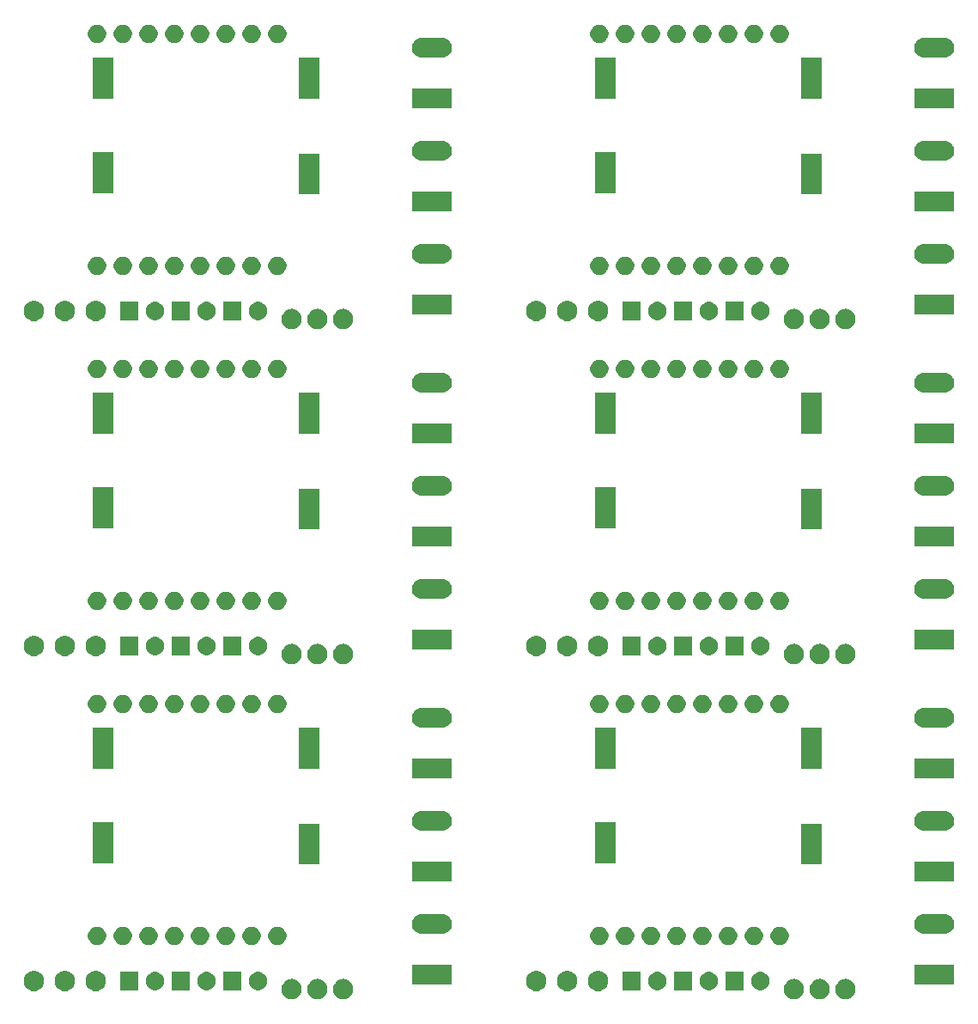
<source format=gbr>
G04 #@! TF.GenerationSoftware,KiCad,Pcbnew,5.0.1*
G04 #@! TF.CreationDate,2019-04-16T11:18:19+02:00*
G04 #@! TF.ProjectId,wasserschaden_smd,7761737365727363686164656E5F736D,rev?*
G04 #@! TF.SameCoordinates,Original*
G04 #@! TF.FileFunction,Soldermask,Bot*
G04 #@! TF.FilePolarity,Negative*
%FSLAX46Y46*%
G04 Gerber Fmt 4.6, Leading zero omitted, Abs format (unit mm)*
G04 Created by KiCad (PCBNEW 5.0.1) date Di 16 Apr 2019 11:18:19 CEST*
%MOMM*%
%LPD*%
G01*
G04 APERTURE LIST*
%ADD10C,0.100000*%
G04 APERTURE END LIST*
D10*
G36*
X147635770Y-135055372D02*
X147751689Y-135078429D01*
X147933678Y-135153811D01*
X148097463Y-135263249D01*
X148236751Y-135402537D01*
X148346189Y-135566322D01*
X148421571Y-135748311D01*
X148437565Y-135828720D01*
X148460000Y-135941507D01*
X148460000Y-136138493D01*
X148444628Y-136215770D01*
X148421571Y-136331689D01*
X148346189Y-136513678D01*
X148236751Y-136677463D01*
X148097463Y-136816751D01*
X147933678Y-136926189D01*
X147751689Y-137001571D01*
X147635770Y-137024628D01*
X147558493Y-137040000D01*
X147361507Y-137040000D01*
X147284230Y-137024628D01*
X147168311Y-137001571D01*
X146986322Y-136926189D01*
X146822537Y-136816751D01*
X146683249Y-136677463D01*
X146573811Y-136513678D01*
X146498429Y-136331689D01*
X146475372Y-136215770D01*
X146460000Y-136138493D01*
X146460000Y-135941507D01*
X146482435Y-135828720D01*
X146498429Y-135748311D01*
X146573811Y-135566322D01*
X146683249Y-135402537D01*
X146822537Y-135263249D01*
X146986322Y-135153811D01*
X147168311Y-135078429D01*
X147284230Y-135055372D01*
X147361507Y-135040000D01*
X147558493Y-135040000D01*
X147635770Y-135055372D01*
X147635770Y-135055372D01*
G37*
G36*
X150175770Y-135055372D02*
X150291689Y-135078429D01*
X150473678Y-135153811D01*
X150637463Y-135263249D01*
X150776751Y-135402537D01*
X150886189Y-135566322D01*
X150961571Y-135748311D01*
X150977565Y-135828720D01*
X151000000Y-135941507D01*
X151000000Y-136138493D01*
X150984628Y-136215770D01*
X150961571Y-136331689D01*
X150886189Y-136513678D01*
X150776751Y-136677463D01*
X150637463Y-136816751D01*
X150473678Y-136926189D01*
X150291689Y-137001571D01*
X150175770Y-137024628D01*
X150098493Y-137040000D01*
X149901507Y-137040000D01*
X149824230Y-137024628D01*
X149708311Y-137001571D01*
X149526322Y-136926189D01*
X149362537Y-136816751D01*
X149223249Y-136677463D01*
X149113811Y-136513678D01*
X149038429Y-136331689D01*
X149015372Y-136215770D01*
X149000000Y-136138493D01*
X149000000Y-135941507D01*
X149022435Y-135828720D01*
X149038429Y-135748311D01*
X149113811Y-135566322D01*
X149223249Y-135402537D01*
X149362537Y-135263249D01*
X149526322Y-135153811D01*
X149708311Y-135078429D01*
X149824230Y-135055372D01*
X149901507Y-135040000D01*
X150098493Y-135040000D01*
X150175770Y-135055372D01*
X150175770Y-135055372D01*
G37*
G36*
X152715770Y-135055372D02*
X152831689Y-135078429D01*
X153013678Y-135153811D01*
X153177463Y-135263249D01*
X153316751Y-135402537D01*
X153426189Y-135566322D01*
X153501571Y-135748311D01*
X153517565Y-135828720D01*
X153540000Y-135941507D01*
X153540000Y-136138493D01*
X153524628Y-136215770D01*
X153501571Y-136331689D01*
X153426189Y-136513678D01*
X153316751Y-136677463D01*
X153177463Y-136816751D01*
X153013678Y-136926189D01*
X152831689Y-137001571D01*
X152715770Y-137024628D01*
X152638493Y-137040000D01*
X152441507Y-137040000D01*
X152364230Y-137024628D01*
X152248311Y-137001571D01*
X152066322Y-136926189D01*
X151902537Y-136816751D01*
X151763249Y-136677463D01*
X151653811Y-136513678D01*
X151578429Y-136331689D01*
X151555372Y-136215770D01*
X151540000Y-136138493D01*
X151540000Y-135941507D01*
X151562435Y-135828720D01*
X151578429Y-135748311D01*
X151653811Y-135566322D01*
X151763249Y-135402537D01*
X151902537Y-135263249D01*
X152066322Y-135153811D01*
X152248311Y-135078429D01*
X152364230Y-135055372D01*
X152441507Y-135040000D01*
X152638493Y-135040000D01*
X152715770Y-135055372D01*
X152715770Y-135055372D01*
G37*
G36*
X197165770Y-135055372D02*
X197281689Y-135078429D01*
X197463678Y-135153811D01*
X197627463Y-135263249D01*
X197766751Y-135402537D01*
X197876189Y-135566322D01*
X197951571Y-135748311D01*
X197967565Y-135828720D01*
X197990000Y-135941507D01*
X197990000Y-136138493D01*
X197974628Y-136215770D01*
X197951571Y-136331689D01*
X197876189Y-136513678D01*
X197766751Y-136677463D01*
X197627463Y-136816751D01*
X197463678Y-136926189D01*
X197281689Y-137001571D01*
X197165770Y-137024628D01*
X197088493Y-137040000D01*
X196891507Y-137040000D01*
X196814230Y-137024628D01*
X196698311Y-137001571D01*
X196516322Y-136926189D01*
X196352537Y-136816751D01*
X196213249Y-136677463D01*
X196103811Y-136513678D01*
X196028429Y-136331689D01*
X196005372Y-136215770D01*
X195990000Y-136138493D01*
X195990000Y-135941507D01*
X196012435Y-135828720D01*
X196028429Y-135748311D01*
X196103811Y-135566322D01*
X196213249Y-135402537D01*
X196352537Y-135263249D01*
X196516322Y-135153811D01*
X196698311Y-135078429D01*
X196814230Y-135055372D01*
X196891507Y-135040000D01*
X197088493Y-135040000D01*
X197165770Y-135055372D01*
X197165770Y-135055372D01*
G37*
G36*
X202245770Y-135055372D02*
X202361689Y-135078429D01*
X202543678Y-135153811D01*
X202707463Y-135263249D01*
X202846751Y-135402537D01*
X202956189Y-135566322D01*
X203031571Y-135748311D01*
X203047565Y-135828720D01*
X203070000Y-135941507D01*
X203070000Y-136138493D01*
X203054628Y-136215770D01*
X203031571Y-136331689D01*
X202956189Y-136513678D01*
X202846751Y-136677463D01*
X202707463Y-136816751D01*
X202543678Y-136926189D01*
X202361689Y-137001571D01*
X202245770Y-137024628D01*
X202168493Y-137040000D01*
X201971507Y-137040000D01*
X201894230Y-137024628D01*
X201778311Y-137001571D01*
X201596322Y-136926189D01*
X201432537Y-136816751D01*
X201293249Y-136677463D01*
X201183811Y-136513678D01*
X201108429Y-136331689D01*
X201085372Y-136215770D01*
X201070000Y-136138493D01*
X201070000Y-135941507D01*
X201092435Y-135828720D01*
X201108429Y-135748311D01*
X201183811Y-135566322D01*
X201293249Y-135402537D01*
X201432537Y-135263249D01*
X201596322Y-135153811D01*
X201778311Y-135078429D01*
X201894230Y-135055372D01*
X201971507Y-135040000D01*
X202168493Y-135040000D01*
X202245770Y-135055372D01*
X202245770Y-135055372D01*
G37*
G36*
X199705770Y-135055372D02*
X199821689Y-135078429D01*
X200003678Y-135153811D01*
X200167463Y-135263249D01*
X200306751Y-135402537D01*
X200416189Y-135566322D01*
X200491571Y-135748311D01*
X200507565Y-135828720D01*
X200530000Y-135941507D01*
X200530000Y-136138493D01*
X200514628Y-136215770D01*
X200491571Y-136331689D01*
X200416189Y-136513678D01*
X200306751Y-136677463D01*
X200167463Y-136816751D01*
X200003678Y-136926189D01*
X199821689Y-137001571D01*
X199705770Y-137024628D01*
X199628493Y-137040000D01*
X199431507Y-137040000D01*
X199354230Y-137024628D01*
X199238311Y-137001571D01*
X199056322Y-136926189D01*
X198892537Y-136816751D01*
X198753249Y-136677463D01*
X198643811Y-136513678D01*
X198568429Y-136331689D01*
X198545372Y-136215770D01*
X198530000Y-136138493D01*
X198530000Y-135941507D01*
X198552435Y-135828720D01*
X198568429Y-135748311D01*
X198643811Y-135566322D01*
X198753249Y-135402537D01*
X198892537Y-135263249D01*
X199056322Y-135153811D01*
X199238311Y-135078429D01*
X199354230Y-135055372D01*
X199431507Y-135040000D01*
X199628493Y-135040000D01*
X199705770Y-135055372D01*
X199705770Y-135055372D01*
G37*
G36*
X128318770Y-134270372D02*
X128434689Y-134293429D01*
X128616678Y-134368811D01*
X128780463Y-134478249D01*
X128919751Y-134617537D01*
X129029189Y-134781322D01*
X129104571Y-134963311D01*
X129110373Y-134992480D01*
X129142464Y-135153811D01*
X129143000Y-135156509D01*
X129143000Y-135353491D01*
X129104571Y-135546689D01*
X129029189Y-135728678D01*
X128919751Y-135892463D01*
X128780463Y-136031751D01*
X128616678Y-136141189D01*
X128434689Y-136216571D01*
X128318770Y-136239628D01*
X128241493Y-136255000D01*
X128044507Y-136255000D01*
X127967230Y-136239628D01*
X127851311Y-136216571D01*
X127669322Y-136141189D01*
X127505537Y-136031751D01*
X127366249Y-135892463D01*
X127256811Y-135728678D01*
X127181429Y-135546689D01*
X127143000Y-135353491D01*
X127143000Y-135156509D01*
X127143537Y-135153811D01*
X127175627Y-134992480D01*
X127181429Y-134963311D01*
X127256811Y-134781322D01*
X127366249Y-134617537D01*
X127505537Y-134478249D01*
X127669322Y-134368811D01*
X127851311Y-134293429D01*
X127967230Y-134270372D01*
X128044507Y-134255000D01*
X128241493Y-134255000D01*
X128318770Y-134270372D01*
X128318770Y-134270372D01*
G37*
G36*
X177848770Y-134270372D02*
X177964689Y-134293429D01*
X178146678Y-134368811D01*
X178310463Y-134478249D01*
X178449751Y-134617537D01*
X178559189Y-134781322D01*
X178634571Y-134963311D01*
X178640373Y-134992480D01*
X178672464Y-135153811D01*
X178673000Y-135156509D01*
X178673000Y-135353491D01*
X178634571Y-135546689D01*
X178559189Y-135728678D01*
X178449751Y-135892463D01*
X178310463Y-136031751D01*
X178146678Y-136141189D01*
X177964689Y-136216571D01*
X177848770Y-136239628D01*
X177771493Y-136255000D01*
X177574507Y-136255000D01*
X177497230Y-136239628D01*
X177381311Y-136216571D01*
X177199322Y-136141189D01*
X177035537Y-136031751D01*
X176896249Y-135892463D01*
X176786811Y-135728678D01*
X176711429Y-135546689D01*
X176673000Y-135353491D01*
X176673000Y-135156509D01*
X176673537Y-135153811D01*
X176705627Y-134992480D01*
X176711429Y-134963311D01*
X176786811Y-134781322D01*
X176896249Y-134617537D01*
X177035537Y-134478249D01*
X177199322Y-134368811D01*
X177381311Y-134293429D01*
X177497230Y-134270372D01*
X177574507Y-134255000D01*
X177771493Y-134255000D01*
X177848770Y-134270372D01*
X177848770Y-134270372D01*
G37*
G36*
X174800770Y-134270372D02*
X174916689Y-134293429D01*
X175098678Y-134368811D01*
X175262463Y-134478249D01*
X175401751Y-134617537D01*
X175511189Y-134781322D01*
X175586571Y-134963311D01*
X175592373Y-134992480D01*
X175624464Y-135153811D01*
X175625000Y-135156509D01*
X175625000Y-135353491D01*
X175586571Y-135546689D01*
X175511189Y-135728678D01*
X175401751Y-135892463D01*
X175262463Y-136031751D01*
X175098678Y-136141189D01*
X174916689Y-136216571D01*
X174800770Y-136239628D01*
X174723493Y-136255000D01*
X174526507Y-136255000D01*
X174449230Y-136239628D01*
X174333311Y-136216571D01*
X174151322Y-136141189D01*
X173987537Y-136031751D01*
X173848249Y-135892463D01*
X173738811Y-135728678D01*
X173663429Y-135546689D01*
X173625000Y-135353491D01*
X173625000Y-135156509D01*
X173625537Y-135153811D01*
X173657627Y-134992480D01*
X173663429Y-134963311D01*
X173738811Y-134781322D01*
X173848249Y-134617537D01*
X173987537Y-134478249D01*
X174151322Y-134368811D01*
X174333311Y-134293429D01*
X174449230Y-134270372D01*
X174526507Y-134255000D01*
X174723493Y-134255000D01*
X174800770Y-134270372D01*
X174800770Y-134270372D01*
G37*
G36*
X125270770Y-134270372D02*
X125386689Y-134293429D01*
X125568678Y-134368811D01*
X125732463Y-134478249D01*
X125871751Y-134617537D01*
X125981189Y-134781322D01*
X126056571Y-134963311D01*
X126062373Y-134992480D01*
X126094464Y-135153811D01*
X126095000Y-135156509D01*
X126095000Y-135353491D01*
X126056571Y-135546689D01*
X125981189Y-135728678D01*
X125871751Y-135892463D01*
X125732463Y-136031751D01*
X125568678Y-136141189D01*
X125386689Y-136216571D01*
X125270770Y-136239628D01*
X125193493Y-136255000D01*
X124996507Y-136255000D01*
X124919230Y-136239628D01*
X124803311Y-136216571D01*
X124621322Y-136141189D01*
X124457537Y-136031751D01*
X124318249Y-135892463D01*
X124208811Y-135728678D01*
X124133429Y-135546689D01*
X124095000Y-135353491D01*
X124095000Y-135156509D01*
X124095537Y-135153811D01*
X124127627Y-134992480D01*
X124133429Y-134963311D01*
X124208811Y-134781322D01*
X124318249Y-134617537D01*
X124457537Y-134478249D01*
X124621322Y-134368811D01*
X124803311Y-134293429D01*
X124919230Y-134270372D01*
X124996507Y-134255000D01*
X125193493Y-134255000D01*
X125270770Y-134270372D01*
X125270770Y-134270372D01*
G37*
G36*
X122222770Y-134270372D02*
X122338689Y-134293429D01*
X122520678Y-134368811D01*
X122684463Y-134478249D01*
X122823751Y-134617537D01*
X122933189Y-134781322D01*
X123008571Y-134963311D01*
X123014373Y-134992480D01*
X123046464Y-135153811D01*
X123047000Y-135156509D01*
X123047000Y-135353491D01*
X123008571Y-135546689D01*
X122933189Y-135728678D01*
X122823751Y-135892463D01*
X122684463Y-136031751D01*
X122520678Y-136141189D01*
X122338689Y-136216571D01*
X122222770Y-136239628D01*
X122145493Y-136255000D01*
X121948507Y-136255000D01*
X121871230Y-136239628D01*
X121755311Y-136216571D01*
X121573322Y-136141189D01*
X121409537Y-136031751D01*
X121270249Y-135892463D01*
X121160811Y-135728678D01*
X121085429Y-135546689D01*
X121047000Y-135353491D01*
X121047000Y-135156509D01*
X121047537Y-135153811D01*
X121079627Y-134992480D01*
X121085429Y-134963311D01*
X121160811Y-134781322D01*
X121270249Y-134617537D01*
X121409537Y-134478249D01*
X121573322Y-134368811D01*
X121755311Y-134293429D01*
X121871230Y-134270372D01*
X121948507Y-134255000D01*
X122145493Y-134255000D01*
X122222770Y-134270372D01*
X122222770Y-134270372D01*
G37*
G36*
X171752770Y-134270372D02*
X171868689Y-134293429D01*
X172050678Y-134368811D01*
X172214463Y-134478249D01*
X172353751Y-134617537D01*
X172463189Y-134781322D01*
X172538571Y-134963311D01*
X172544373Y-134992480D01*
X172576464Y-135153811D01*
X172577000Y-135156509D01*
X172577000Y-135353491D01*
X172538571Y-135546689D01*
X172463189Y-135728678D01*
X172353751Y-135892463D01*
X172214463Y-136031751D01*
X172050678Y-136141189D01*
X171868689Y-136216571D01*
X171752770Y-136239628D01*
X171675493Y-136255000D01*
X171478507Y-136255000D01*
X171401230Y-136239628D01*
X171285311Y-136216571D01*
X171103322Y-136141189D01*
X170939537Y-136031751D01*
X170800249Y-135892463D01*
X170690811Y-135728678D01*
X170615429Y-135546689D01*
X170577000Y-135353491D01*
X170577000Y-135156509D01*
X170577537Y-135153811D01*
X170609627Y-134992480D01*
X170615429Y-134963311D01*
X170690811Y-134781322D01*
X170800249Y-134617537D01*
X170939537Y-134478249D01*
X171103322Y-134368811D01*
X171285311Y-134293429D01*
X171401230Y-134270372D01*
X171478507Y-134255000D01*
X171675493Y-134255000D01*
X171752770Y-134270372D01*
X171752770Y-134270372D01*
G37*
G36*
X193937521Y-134389586D02*
X194101309Y-134457429D01*
X194248720Y-134555926D01*
X194374074Y-134681280D01*
X194472571Y-134828691D01*
X194540414Y-134992479D01*
X194575000Y-135166356D01*
X194575000Y-135343644D01*
X194540414Y-135517521D01*
X194472571Y-135681309D01*
X194374074Y-135828720D01*
X194248720Y-135954074D01*
X194101309Y-136052571D01*
X193937521Y-136120414D01*
X193763644Y-136155000D01*
X193586356Y-136155000D01*
X193412479Y-136120414D01*
X193248691Y-136052571D01*
X193101280Y-135954074D01*
X192975926Y-135828720D01*
X192877429Y-135681309D01*
X192809586Y-135517521D01*
X192775000Y-135343644D01*
X192775000Y-135166356D01*
X192809586Y-134992479D01*
X192877429Y-134828691D01*
X192975926Y-134681280D01*
X193101280Y-134555926D01*
X193248691Y-134457429D01*
X193412479Y-134389586D01*
X193586356Y-134355000D01*
X193763644Y-134355000D01*
X193937521Y-134389586D01*
X193937521Y-134389586D01*
G37*
G36*
X144407521Y-134389586D02*
X144571309Y-134457429D01*
X144718720Y-134555926D01*
X144844074Y-134681280D01*
X144942571Y-134828691D01*
X145010414Y-134992479D01*
X145045000Y-135166356D01*
X145045000Y-135343644D01*
X145010414Y-135517521D01*
X144942571Y-135681309D01*
X144844074Y-135828720D01*
X144718720Y-135954074D01*
X144571309Y-136052571D01*
X144407521Y-136120414D01*
X144233644Y-136155000D01*
X144056356Y-136155000D01*
X143882479Y-136120414D01*
X143718691Y-136052571D01*
X143571280Y-135954074D01*
X143445926Y-135828720D01*
X143347429Y-135681309D01*
X143279586Y-135517521D01*
X143245000Y-135343644D01*
X143245000Y-135166356D01*
X143279586Y-134992479D01*
X143347429Y-134828691D01*
X143445926Y-134681280D01*
X143571280Y-134555926D01*
X143718691Y-134457429D01*
X143882479Y-134389586D01*
X144056356Y-134355000D01*
X144233644Y-134355000D01*
X144407521Y-134389586D01*
X144407521Y-134389586D01*
G37*
G36*
X188857521Y-134389586D02*
X189021309Y-134457429D01*
X189168720Y-134555926D01*
X189294074Y-134681280D01*
X189392571Y-134828691D01*
X189460414Y-134992479D01*
X189495000Y-135166356D01*
X189495000Y-135343644D01*
X189460414Y-135517521D01*
X189392571Y-135681309D01*
X189294074Y-135828720D01*
X189168720Y-135954074D01*
X189021309Y-136052571D01*
X188857521Y-136120414D01*
X188683644Y-136155000D01*
X188506356Y-136155000D01*
X188332479Y-136120414D01*
X188168691Y-136052571D01*
X188021280Y-135954074D01*
X187895926Y-135828720D01*
X187797429Y-135681309D01*
X187729586Y-135517521D01*
X187695000Y-135343644D01*
X187695000Y-135166356D01*
X187729586Y-134992479D01*
X187797429Y-134828691D01*
X187895926Y-134681280D01*
X188021280Y-134555926D01*
X188168691Y-134457429D01*
X188332479Y-134389586D01*
X188506356Y-134355000D01*
X188683644Y-134355000D01*
X188857521Y-134389586D01*
X188857521Y-134389586D01*
G37*
G36*
X142505000Y-136155000D02*
X140705000Y-136155000D01*
X140705000Y-134355000D01*
X142505000Y-134355000D01*
X142505000Y-136155000D01*
X142505000Y-136155000D01*
G37*
G36*
X139327521Y-134389586D02*
X139491309Y-134457429D01*
X139638720Y-134555926D01*
X139764074Y-134681280D01*
X139862571Y-134828691D01*
X139930414Y-134992479D01*
X139965000Y-135166356D01*
X139965000Y-135343644D01*
X139930414Y-135517521D01*
X139862571Y-135681309D01*
X139764074Y-135828720D01*
X139638720Y-135954074D01*
X139491309Y-136052571D01*
X139327521Y-136120414D01*
X139153644Y-136155000D01*
X138976356Y-136155000D01*
X138802479Y-136120414D01*
X138638691Y-136052571D01*
X138491280Y-135954074D01*
X138365926Y-135828720D01*
X138267429Y-135681309D01*
X138199586Y-135517521D01*
X138165000Y-135343644D01*
X138165000Y-135166356D01*
X138199586Y-134992479D01*
X138267429Y-134828691D01*
X138365926Y-134681280D01*
X138491280Y-134555926D01*
X138638691Y-134457429D01*
X138802479Y-134389586D01*
X138976356Y-134355000D01*
X139153644Y-134355000D01*
X139327521Y-134389586D01*
X139327521Y-134389586D01*
G37*
G36*
X137425000Y-136155000D02*
X135625000Y-136155000D01*
X135625000Y-134355000D01*
X137425000Y-134355000D01*
X137425000Y-136155000D01*
X137425000Y-136155000D01*
G37*
G36*
X192035000Y-136155000D02*
X190235000Y-136155000D01*
X190235000Y-134355000D01*
X192035000Y-134355000D01*
X192035000Y-136155000D01*
X192035000Y-136155000D01*
G37*
G36*
X181875000Y-136155000D02*
X180075000Y-136155000D01*
X180075000Y-134355000D01*
X181875000Y-134355000D01*
X181875000Y-136155000D01*
X181875000Y-136155000D01*
G37*
G36*
X183777521Y-134389586D02*
X183941309Y-134457429D01*
X184088720Y-134555926D01*
X184214074Y-134681280D01*
X184312571Y-134828691D01*
X184380414Y-134992479D01*
X184415000Y-135166356D01*
X184415000Y-135343644D01*
X184380414Y-135517521D01*
X184312571Y-135681309D01*
X184214074Y-135828720D01*
X184088720Y-135954074D01*
X183941309Y-136052571D01*
X183777521Y-136120414D01*
X183603644Y-136155000D01*
X183426356Y-136155000D01*
X183252479Y-136120414D01*
X183088691Y-136052571D01*
X182941280Y-135954074D01*
X182815926Y-135828720D01*
X182717429Y-135681309D01*
X182649586Y-135517521D01*
X182615000Y-135343644D01*
X182615000Y-135166356D01*
X182649586Y-134992479D01*
X182717429Y-134828691D01*
X182815926Y-134681280D01*
X182941280Y-134555926D01*
X183088691Y-134457429D01*
X183252479Y-134389586D01*
X183426356Y-134355000D01*
X183603644Y-134355000D01*
X183777521Y-134389586D01*
X183777521Y-134389586D01*
G37*
G36*
X132345000Y-136155000D02*
X130545000Y-136155000D01*
X130545000Y-134355000D01*
X132345000Y-134355000D01*
X132345000Y-136155000D01*
X132345000Y-136155000D01*
G37*
G36*
X134247521Y-134389586D02*
X134411309Y-134457429D01*
X134558720Y-134555926D01*
X134684074Y-134681280D01*
X134782571Y-134828691D01*
X134850414Y-134992479D01*
X134885000Y-135166356D01*
X134885000Y-135343644D01*
X134850414Y-135517521D01*
X134782571Y-135681309D01*
X134684074Y-135828720D01*
X134558720Y-135954074D01*
X134411309Y-136052571D01*
X134247521Y-136120414D01*
X134073644Y-136155000D01*
X133896356Y-136155000D01*
X133722479Y-136120414D01*
X133558691Y-136052571D01*
X133411280Y-135954074D01*
X133285926Y-135828720D01*
X133187429Y-135681309D01*
X133119586Y-135517521D01*
X133085000Y-135343644D01*
X133085000Y-135166356D01*
X133119586Y-134992479D01*
X133187429Y-134828691D01*
X133285926Y-134681280D01*
X133411280Y-134555926D01*
X133558691Y-134457429D01*
X133722479Y-134389586D01*
X133896356Y-134355000D01*
X134073644Y-134355000D01*
X134247521Y-134389586D01*
X134247521Y-134389586D01*
G37*
G36*
X186955000Y-136155000D02*
X185155000Y-136155000D01*
X185155000Y-134355000D01*
X186955000Y-134355000D01*
X186955000Y-136155000D01*
X186955000Y-136155000D01*
G37*
G36*
X212800000Y-135610000D02*
X208840000Y-135610000D01*
X208840000Y-133630000D01*
X212800000Y-133630000D01*
X212800000Y-135610000D01*
X212800000Y-135610000D01*
G37*
G36*
X163270000Y-135610000D02*
X159310000Y-135610000D01*
X159310000Y-133630000D01*
X163270000Y-133630000D01*
X163270000Y-135610000D01*
X163270000Y-135610000D01*
G37*
G36*
X138692521Y-129944586D02*
X138856309Y-130012429D01*
X139003720Y-130110926D01*
X139129074Y-130236280D01*
X139227571Y-130383691D01*
X139295414Y-130547479D01*
X139330000Y-130721356D01*
X139330000Y-130898644D01*
X139295414Y-131072521D01*
X139227571Y-131236309D01*
X139129074Y-131383720D01*
X139003720Y-131509074D01*
X138856309Y-131607571D01*
X138692521Y-131675414D01*
X138518644Y-131710000D01*
X138341356Y-131710000D01*
X138167479Y-131675414D01*
X138003691Y-131607571D01*
X137856280Y-131509074D01*
X137730926Y-131383720D01*
X137632429Y-131236309D01*
X137564586Y-131072521D01*
X137530000Y-130898644D01*
X137530000Y-130721356D01*
X137564586Y-130547479D01*
X137632429Y-130383691D01*
X137730926Y-130236280D01*
X137856280Y-130110926D01*
X138003691Y-130012429D01*
X138167479Y-129944586D01*
X138341356Y-129910000D01*
X138518644Y-129910000D01*
X138692521Y-129944586D01*
X138692521Y-129944586D01*
G37*
G36*
X185682521Y-129944586D02*
X185846309Y-130012429D01*
X185993720Y-130110926D01*
X186119074Y-130236280D01*
X186217571Y-130383691D01*
X186285414Y-130547479D01*
X186320000Y-130721356D01*
X186320000Y-130898644D01*
X186285414Y-131072521D01*
X186217571Y-131236309D01*
X186119074Y-131383720D01*
X185993720Y-131509074D01*
X185846309Y-131607571D01*
X185682521Y-131675414D01*
X185508644Y-131710000D01*
X185331356Y-131710000D01*
X185157479Y-131675414D01*
X184993691Y-131607571D01*
X184846280Y-131509074D01*
X184720926Y-131383720D01*
X184622429Y-131236309D01*
X184554586Y-131072521D01*
X184520000Y-130898644D01*
X184520000Y-130721356D01*
X184554586Y-130547479D01*
X184622429Y-130383691D01*
X184720926Y-130236280D01*
X184846280Y-130110926D01*
X184993691Y-130012429D01*
X185157479Y-129944586D01*
X185331356Y-129910000D01*
X185508644Y-129910000D01*
X185682521Y-129944586D01*
X185682521Y-129944586D01*
G37*
G36*
X188222521Y-129944586D02*
X188386309Y-130012429D01*
X188533720Y-130110926D01*
X188659074Y-130236280D01*
X188757571Y-130383691D01*
X188825414Y-130547479D01*
X188860000Y-130721356D01*
X188860000Y-130898644D01*
X188825414Y-131072521D01*
X188757571Y-131236309D01*
X188659074Y-131383720D01*
X188533720Y-131509074D01*
X188386309Y-131607571D01*
X188222521Y-131675414D01*
X188048644Y-131710000D01*
X187871356Y-131710000D01*
X187697479Y-131675414D01*
X187533691Y-131607571D01*
X187386280Y-131509074D01*
X187260926Y-131383720D01*
X187162429Y-131236309D01*
X187094586Y-131072521D01*
X187060000Y-130898644D01*
X187060000Y-130721356D01*
X187094586Y-130547479D01*
X187162429Y-130383691D01*
X187260926Y-130236280D01*
X187386280Y-130110926D01*
X187533691Y-130012429D01*
X187697479Y-129944586D01*
X187871356Y-129910000D01*
X188048644Y-129910000D01*
X188222521Y-129944586D01*
X188222521Y-129944586D01*
G37*
G36*
X190762521Y-129944586D02*
X190926309Y-130012429D01*
X191073720Y-130110926D01*
X191199074Y-130236280D01*
X191297571Y-130383691D01*
X191365414Y-130547479D01*
X191400000Y-130721356D01*
X191400000Y-130898644D01*
X191365414Y-131072521D01*
X191297571Y-131236309D01*
X191199074Y-131383720D01*
X191073720Y-131509074D01*
X190926309Y-131607571D01*
X190762521Y-131675414D01*
X190588644Y-131710000D01*
X190411356Y-131710000D01*
X190237479Y-131675414D01*
X190073691Y-131607571D01*
X189926280Y-131509074D01*
X189800926Y-131383720D01*
X189702429Y-131236309D01*
X189634586Y-131072521D01*
X189600000Y-130898644D01*
X189600000Y-130721356D01*
X189634586Y-130547479D01*
X189702429Y-130383691D01*
X189800926Y-130236280D01*
X189926280Y-130110926D01*
X190073691Y-130012429D01*
X190237479Y-129944586D01*
X190411356Y-129910000D01*
X190588644Y-129910000D01*
X190762521Y-129944586D01*
X190762521Y-129944586D01*
G37*
G36*
X193302521Y-129944586D02*
X193466309Y-130012429D01*
X193613720Y-130110926D01*
X193739074Y-130236280D01*
X193837571Y-130383691D01*
X193905414Y-130547479D01*
X193940000Y-130721356D01*
X193940000Y-130898644D01*
X193905414Y-131072521D01*
X193837571Y-131236309D01*
X193739074Y-131383720D01*
X193613720Y-131509074D01*
X193466309Y-131607571D01*
X193302521Y-131675414D01*
X193128644Y-131710000D01*
X192951356Y-131710000D01*
X192777479Y-131675414D01*
X192613691Y-131607571D01*
X192466280Y-131509074D01*
X192340926Y-131383720D01*
X192242429Y-131236309D01*
X192174586Y-131072521D01*
X192140000Y-130898644D01*
X192140000Y-130721356D01*
X192174586Y-130547479D01*
X192242429Y-130383691D01*
X192340926Y-130236280D01*
X192466280Y-130110926D01*
X192613691Y-130012429D01*
X192777479Y-129944586D01*
X192951356Y-129910000D01*
X193128644Y-129910000D01*
X193302521Y-129944586D01*
X193302521Y-129944586D01*
G37*
G36*
X195842521Y-129944586D02*
X196006309Y-130012429D01*
X196153720Y-130110926D01*
X196279074Y-130236280D01*
X196377571Y-130383691D01*
X196445414Y-130547479D01*
X196480000Y-130721356D01*
X196480000Y-130898644D01*
X196445414Y-131072521D01*
X196377571Y-131236309D01*
X196279074Y-131383720D01*
X196153720Y-131509074D01*
X196006309Y-131607571D01*
X195842521Y-131675414D01*
X195668644Y-131710000D01*
X195491356Y-131710000D01*
X195317479Y-131675414D01*
X195153691Y-131607571D01*
X195006280Y-131509074D01*
X194880926Y-131383720D01*
X194782429Y-131236309D01*
X194714586Y-131072521D01*
X194680000Y-130898644D01*
X194680000Y-130721356D01*
X194714586Y-130547479D01*
X194782429Y-130383691D01*
X194880926Y-130236280D01*
X195006280Y-130110926D01*
X195153691Y-130012429D01*
X195317479Y-129944586D01*
X195491356Y-129910000D01*
X195668644Y-129910000D01*
X195842521Y-129944586D01*
X195842521Y-129944586D01*
G37*
G36*
X180602521Y-129944586D02*
X180766309Y-130012429D01*
X180913720Y-130110926D01*
X181039074Y-130236280D01*
X181137571Y-130383691D01*
X181205414Y-130547479D01*
X181240000Y-130721356D01*
X181240000Y-130898644D01*
X181205414Y-131072521D01*
X181137571Y-131236309D01*
X181039074Y-131383720D01*
X180913720Y-131509074D01*
X180766309Y-131607571D01*
X180602521Y-131675414D01*
X180428644Y-131710000D01*
X180251356Y-131710000D01*
X180077479Y-131675414D01*
X179913691Y-131607571D01*
X179766280Y-131509074D01*
X179640926Y-131383720D01*
X179542429Y-131236309D01*
X179474586Y-131072521D01*
X179440000Y-130898644D01*
X179440000Y-130721356D01*
X179474586Y-130547479D01*
X179542429Y-130383691D01*
X179640926Y-130236280D01*
X179766280Y-130110926D01*
X179913691Y-130012429D01*
X180077479Y-129944586D01*
X180251356Y-129910000D01*
X180428644Y-129910000D01*
X180602521Y-129944586D01*
X180602521Y-129944586D01*
G37*
G36*
X183142521Y-129944586D02*
X183306309Y-130012429D01*
X183453720Y-130110926D01*
X183579074Y-130236280D01*
X183677571Y-130383691D01*
X183745414Y-130547479D01*
X183780000Y-130721356D01*
X183780000Y-130898644D01*
X183745414Y-131072521D01*
X183677571Y-131236309D01*
X183579074Y-131383720D01*
X183453720Y-131509074D01*
X183306309Y-131607571D01*
X183142521Y-131675414D01*
X182968644Y-131710000D01*
X182791356Y-131710000D01*
X182617479Y-131675414D01*
X182453691Y-131607571D01*
X182306280Y-131509074D01*
X182180926Y-131383720D01*
X182082429Y-131236309D01*
X182014586Y-131072521D01*
X181980000Y-130898644D01*
X181980000Y-130721356D01*
X182014586Y-130547479D01*
X182082429Y-130383691D01*
X182180926Y-130236280D01*
X182306280Y-130110926D01*
X182453691Y-130012429D01*
X182617479Y-129944586D01*
X182791356Y-129910000D01*
X182968644Y-129910000D01*
X183142521Y-129944586D01*
X183142521Y-129944586D01*
G37*
G36*
X178062521Y-129944586D02*
X178226309Y-130012429D01*
X178373720Y-130110926D01*
X178499074Y-130236280D01*
X178597571Y-130383691D01*
X178665414Y-130547479D01*
X178700000Y-130721356D01*
X178700000Y-130898644D01*
X178665414Y-131072521D01*
X178597571Y-131236309D01*
X178499074Y-131383720D01*
X178373720Y-131509074D01*
X178226309Y-131607571D01*
X178062521Y-131675414D01*
X177888644Y-131710000D01*
X177711356Y-131710000D01*
X177537479Y-131675414D01*
X177373691Y-131607571D01*
X177226280Y-131509074D01*
X177100926Y-131383720D01*
X177002429Y-131236309D01*
X176934586Y-131072521D01*
X176900000Y-130898644D01*
X176900000Y-130721356D01*
X176934586Y-130547479D01*
X177002429Y-130383691D01*
X177100926Y-130236280D01*
X177226280Y-130110926D01*
X177373691Y-130012429D01*
X177537479Y-129944586D01*
X177711356Y-129910000D01*
X177888644Y-129910000D01*
X178062521Y-129944586D01*
X178062521Y-129944586D01*
G37*
G36*
X128532521Y-129944586D02*
X128696309Y-130012429D01*
X128843720Y-130110926D01*
X128969074Y-130236280D01*
X129067571Y-130383691D01*
X129135414Y-130547479D01*
X129170000Y-130721356D01*
X129170000Y-130898644D01*
X129135414Y-131072521D01*
X129067571Y-131236309D01*
X128969074Y-131383720D01*
X128843720Y-131509074D01*
X128696309Y-131607571D01*
X128532521Y-131675414D01*
X128358644Y-131710000D01*
X128181356Y-131710000D01*
X128007479Y-131675414D01*
X127843691Y-131607571D01*
X127696280Y-131509074D01*
X127570926Y-131383720D01*
X127472429Y-131236309D01*
X127404586Y-131072521D01*
X127370000Y-130898644D01*
X127370000Y-130721356D01*
X127404586Y-130547479D01*
X127472429Y-130383691D01*
X127570926Y-130236280D01*
X127696280Y-130110926D01*
X127843691Y-130012429D01*
X128007479Y-129944586D01*
X128181356Y-129910000D01*
X128358644Y-129910000D01*
X128532521Y-129944586D01*
X128532521Y-129944586D01*
G37*
G36*
X131072521Y-129944586D02*
X131236309Y-130012429D01*
X131383720Y-130110926D01*
X131509074Y-130236280D01*
X131607571Y-130383691D01*
X131675414Y-130547479D01*
X131710000Y-130721356D01*
X131710000Y-130898644D01*
X131675414Y-131072521D01*
X131607571Y-131236309D01*
X131509074Y-131383720D01*
X131383720Y-131509074D01*
X131236309Y-131607571D01*
X131072521Y-131675414D01*
X130898644Y-131710000D01*
X130721356Y-131710000D01*
X130547479Y-131675414D01*
X130383691Y-131607571D01*
X130236280Y-131509074D01*
X130110926Y-131383720D01*
X130012429Y-131236309D01*
X129944586Y-131072521D01*
X129910000Y-130898644D01*
X129910000Y-130721356D01*
X129944586Y-130547479D01*
X130012429Y-130383691D01*
X130110926Y-130236280D01*
X130236280Y-130110926D01*
X130383691Y-130012429D01*
X130547479Y-129944586D01*
X130721356Y-129910000D01*
X130898644Y-129910000D01*
X131072521Y-129944586D01*
X131072521Y-129944586D01*
G37*
G36*
X133612521Y-129944586D02*
X133776309Y-130012429D01*
X133923720Y-130110926D01*
X134049074Y-130236280D01*
X134147571Y-130383691D01*
X134215414Y-130547479D01*
X134250000Y-130721356D01*
X134250000Y-130898644D01*
X134215414Y-131072521D01*
X134147571Y-131236309D01*
X134049074Y-131383720D01*
X133923720Y-131509074D01*
X133776309Y-131607571D01*
X133612521Y-131675414D01*
X133438644Y-131710000D01*
X133261356Y-131710000D01*
X133087479Y-131675414D01*
X132923691Y-131607571D01*
X132776280Y-131509074D01*
X132650926Y-131383720D01*
X132552429Y-131236309D01*
X132484586Y-131072521D01*
X132450000Y-130898644D01*
X132450000Y-130721356D01*
X132484586Y-130547479D01*
X132552429Y-130383691D01*
X132650926Y-130236280D01*
X132776280Y-130110926D01*
X132923691Y-130012429D01*
X133087479Y-129944586D01*
X133261356Y-129910000D01*
X133438644Y-129910000D01*
X133612521Y-129944586D01*
X133612521Y-129944586D01*
G37*
G36*
X136152521Y-129944586D02*
X136316309Y-130012429D01*
X136463720Y-130110926D01*
X136589074Y-130236280D01*
X136687571Y-130383691D01*
X136755414Y-130547479D01*
X136790000Y-130721356D01*
X136790000Y-130898644D01*
X136755414Y-131072521D01*
X136687571Y-131236309D01*
X136589074Y-131383720D01*
X136463720Y-131509074D01*
X136316309Y-131607571D01*
X136152521Y-131675414D01*
X135978644Y-131710000D01*
X135801356Y-131710000D01*
X135627479Y-131675414D01*
X135463691Y-131607571D01*
X135316280Y-131509074D01*
X135190926Y-131383720D01*
X135092429Y-131236309D01*
X135024586Y-131072521D01*
X134990000Y-130898644D01*
X134990000Y-130721356D01*
X135024586Y-130547479D01*
X135092429Y-130383691D01*
X135190926Y-130236280D01*
X135316280Y-130110926D01*
X135463691Y-130012429D01*
X135627479Y-129944586D01*
X135801356Y-129910000D01*
X135978644Y-129910000D01*
X136152521Y-129944586D01*
X136152521Y-129944586D01*
G37*
G36*
X143772521Y-129944586D02*
X143936309Y-130012429D01*
X144083720Y-130110926D01*
X144209074Y-130236280D01*
X144307571Y-130383691D01*
X144375414Y-130547479D01*
X144410000Y-130721356D01*
X144410000Y-130898644D01*
X144375414Y-131072521D01*
X144307571Y-131236309D01*
X144209074Y-131383720D01*
X144083720Y-131509074D01*
X143936309Y-131607571D01*
X143772521Y-131675414D01*
X143598644Y-131710000D01*
X143421356Y-131710000D01*
X143247479Y-131675414D01*
X143083691Y-131607571D01*
X142936280Y-131509074D01*
X142810926Y-131383720D01*
X142712429Y-131236309D01*
X142644586Y-131072521D01*
X142610000Y-130898644D01*
X142610000Y-130721356D01*
X142644586Y-130547479D01*
X142712429Y-130383691D01*
X142810926Y-130236280D01*
X142936280Y-130110926D01*
X143083691Y-130012429D01*
X143247479Y-129944586D01*
X143421356Y-129910000D01*
X143598644Y-129910000D01*
X143772521Y-129944586D01*
X143772521Y-129944586D01*
G37*
G36*
X141232521Y-129944586D02*
X141396309Y-130012429D01*
X141543720Y-130110926D01*
X141669074Y-130236280D01*
X141767571Y-130383691D01*
X141835414Y-130547479D01*
X141870000Y-130721356D01*
X141870000Y-130898644D01*
X141835414Y-131072521D01*
X141767571Y-131236309D01*
X141669074Y-131383720D01*
X141543720Y-131509074D01*
X141396309Y-131607571D01*
X141232521Y-131675414D01*
X141058644Y-131710000D01*
X140881356Y-131710000D01*
X140707479Y-131675414D01*
X140543691Y-131607571D01*
X140396280Y-131509074D01*
X140270926Y-131383720D01*
X140172429Y-131236309D01*
X140104586Y-131072521D01*
X140070000Y-130898644D01*
X140070000Y-130721356D01*
X140104586Y-130547479D01*
X140172429Y-130383691D01*
X140270926Y-130236280D01*
X140396280Y-130110926D01*
X140543691Y-130012429D01*
X140707479Y-129944586D01*
X140881356Y-129910000D01*
X141058644Y-129910000D01*
X141232521Y-129944586D01*
X141232521Y-129944586D01*
G37*
G36*
X146312521Y-129944586D02*
X146476309Y-130012429D01*
X146623720Y-130110926D01*
X146749074Y-130236280D01*
X146847571Y-130383691D01*
X146915414Y-130547479D01*
X146950000Y-130721356D01*
X146950000Y-130898644D01*
X146915414Y-131072521D01*
X146847571Y-131236309D01*
X146749074Y-131383720D01*
X146623720Y-131509074D01*
X146476309Y-131607571D01*
X146312521Y-131675414D01*
X146138644Y-131710000D01*
X145961356Y-131710000D01*
X145787479Y-131675414D01*
X145623691Y-131607571D01*
X145476280Y-131509074D01*
X145350926Y-131383720D01*
X145252429Y-131236309D01*
X145184586Y-131072521D01*
X145150000Y-130898644D01*
X145150000Y-130721356D01*
X145184586Y-130547479D01*
X145252429Y-130383691D01*
X145350926Y-130236280D01*
X145476280Y-130110926D01*
X145623691Y-130012429D01*
X145787479Y-129944586D01*
X145961356Y-129910000D01*
X146138644Y-129910000D01*
X146312521Y-129944586D01*
X146312521Y-129944586D01*
G37*
G36*
X212004070Y-128644324D02*
X212004073Y-128644325D01*
X212004074Y-128644325D01*
X212190690Y-128700934D01*
X212362676Y-128792862D01*
X212513423Y-128916577D01*
X212637138Y-129067324D01*
X212724930Y-129231573D01*
X212729065Y-129239308D01*
X212785676Y-129425930D01*
X212804790Y-129620000D01*
X212785676Y-129814070D01*
X212785675Y-129814073D01*
X212785675Y-129814074D01*
X212729066Y-130000690D01*
X212637138Y-130172676D01*
X212513423Y-130323423D01*
X212362676Y-130447138D01*
X212190690Y-130539066D01*
X212004074Y-130595675D01*
X212004073Y-130595675D01*
X212004070Y-130595676D01*
X211858636Y-130610000D01*
X209781364Y-130610000D01*
X209635930Y-130595676D01*
X209635927Y-130595675D01*
X209635926Y-130595675D01*
X209449310Y-130539066D01*
X209277324Y-130447138D01*
X209126577Y-130323423D01*
X209002862Y-130172676D01*
X208910934Y-130000690D01*
X208854325Y-129814074D01*
X208854325Y-129814073D01*
X208854324Y-129814070D01*
X208835210Y-129620000D01*
X208854324Y-129425930D01*
X208910935Y-129239308D01*
X208915070Y-129231573D01*
X209002862Y-129067324D01*
X209126577Y-128916577D01*
X209277324Y-128792862D01*
X209449310Y-128700934D01*
X209635926Y-128644325D01*
X209635927Y-128644325D01*
X209635930Y-128644324D01*
X209781364Y-128630000D01*
X211858636Y-128630000D01*
X212004070Y-128644324D01*
X212004070Y-128644324D01*
G37*
G36*
X162474070Y-128644324D02*
X162474073Y-128644325D01*
X162474074Y-128644325D01*
X162660690Y-128700934D01*
X162832676Y-128792862D01*
X162983423Y-128916577D01*
X163107138Y-129067324D01*
X163194930Y-129231573D01*
X163199065Y-129239308D01*
X163255676Y-129425930D01*
X163274790Y-129620000D01*
X163255676Y-129814070D01*
X163255675Y-129814073D01*
X163255675Y-129814074D01*
X163199066Y-130000690D01*
X163107138Y-130172676D01*
X162983423Y-130323423D01*
X162832676Y-130447138D01*
X162660690Y-130539066D01*
X162474074Y-130595675D01*
X162474073Y-130595675D01*
X162474070Y-130595676D01*
X162328636Y-130610000D01*
X160251364Y-130610000D01*
X160105930Y-130595676D01*
X160105927Y-130595675D01*
X160105926Y-130595675D01*
X159919310Y-130539066D01*
X159747324Y-130447138D01*
X159596577Y-130323423D01*
X159472862Y-130172676D01*
X159380934Y-130000690D01*
X159324325Y-129814074D01*
X159324325Y-129814073D01*
X159324324Y-129814070D01*
X159305210Y-129620000D01*
X159324324Y-129425930D01*
X159380935Y-129239308D01*
X159385070Y-129231573D01*
X159472862Y-129067324D01*
X159596577Y-128916577D01*
X159747324Y-128792862D01*
X159919310Y-128700934D01*
X160105926Y-128644325D01*
X160105927Y-128644325D01*
X160105930Y-128644324D01*
X160251364Y-128630000D01*
X162328636Y-128630000D01*
X162474070Y-128644324D01*
X162474070Y-128644324D01*
G37*
G36*
X163270000Y-125450000D02*
X159310000Y-125450000D01*
X159310000Y-123470000D01*
X163270000Y-123470000D01*
X163270000Y-125450000D01*
X163270000Y-125450000D01*
G37*
G36*
X212800000Y-125450000D02*
X208840000Y-125450000D01*
X208840000Y-123470000D01*
X212800000Y-123470000D01*
X212800000Y-125450000D01*
X212800000Y-125450000D01*
G37*
G36*
X199690000Y-123755000D02*
X197690000Y-123755000D01*
X197690000Y-119755000D01*
X199690000Y-119755000D01*
X199690000Y-123755000D01*
X199690000Y-123755000D01*
G37*
G36*
X150160000Y-123755000D02*
X148160000Y-123755000D01*
X148160000Y-119755000D01*
X150160000Y-119755000D01*
X150160000Y-123755000D01*
X150160000Y-123755000D01*
G37*
G36*
X179370000Y-123628000D02*
X177370000Y-123628000D01*
X177370000Y-119628000D01*
X179370000Y-119628000D01*
X179370000Y-123628000D01*
X179370000Y-123628000D01*
G37*
G36*
X129840000Y-123628000D02*
X127840000Y-123628000D01*
X127840000Y-119628000D01*
X129840000Y-119628000D01*
X129840000Y-123628000D01*
X129840000Y-123628000D01*
G37*
G36*
X212004070Y-118484324D02*
X212004073Y-118484325D01*
X212004074Y-118484325D01*
X212190690Y-118540934D01*
X212362676Y-118632862D01*
X212513423Y-118756577D01*
X212637138Y-118907324D01*
X212724930Y-119071573D01*
X212729065Y-119079308D01*
X212785676Y-119265930D01*
X212804790Y-119460000D01*
X212785676Y-119654070D01*
X212785675Y-119654073D01*
X212785675Y-119654074D01*
X212729066Y-119840690D01*
X212637138Y-120012676D01*
X212513423Y-120163423D01*
X212362676Y-120287138D01*
X212190690Y-120379066D01*
X212004074Y-120435675D01*
X212004073Y-120435675D01*
X212004070Y-120435676D01*
X211858636Y-120450000D01*
X209781364Y-120450000D01*
X209635930Y-120435676D01*
X209635927Y-120435675D01*
X209635926Y-120435675D01*
X209449310Y-120379066D01*
X209277324Y-120287138D01*
X209126577Y-120163423D01*
X209002862Y-120012676D01*
X208910934Y-119840690D01*
X208854325Y-119654074D01*
X208854325Y-119654073D01*
X208854324Y-119654070D01*
X208835210Y-119460000D01*
X208854324Y-119265930D01*
X208910935Y-119079308D01*
X208915070Y-119071573D01*
X209002862Y-118907324D01*
X209126577Y-118756577D01*
X209277324Y-118632862D01*
X209449310Y-118540934D01*
X209635926Y-118484325D01*
X209635927Y-118484325D01*
X209635930Y-118484324D01*
X209781364Y-118470000D01*
X211858636Y-118470000D01*
X212004070Y-118484324D01*
X212004070Y-118484324D01*
G37*
G36*
X162474070Y-118484324D02*
X162474073Y-118484325D01*
X162474074Y-118484325D01*
X162660690Y-118540934D01*
X162832676Y-118632862D01*
X162983423Y-118756577D01*
X163107138Y-118907324D01*
X163194930Y-119071573D01*
X163199065Y-119079308D01*
X163255676Y-119265930D01*
X163274790Y-119460000D01*
X163255676Y-119654070D01*
X163255675Y-119654073D01*
X163255675Y-119654074D01*
X163199066Y-119840690D01*
X163107138Y-120012676D01*
X162983423Y-120163423D01*
X162832676Y-120287138D01*
X162660690Y-120379066D01*
X162474074Y-120435675D01*
X162474073Y-120435675D01*
X162474070Y-120435676D01*
X162328636Y-120450000D01*
X160251364Y-120450000D01*
X160105930Y-120435676D01*
X160105927Y-120435675D01*
X160105926Y-120435675D01*
X159919310Y-120379066D01*
X159747324Y-120287138D01*
X159596577Y-120163423D01*
X159472862Y-120012676D01*
X159380934Y-119840690D01*
X159324325Y-119654074D01*
X159324325Y-119654073D01*
X159324324Y-119654070D01*
X159305210Y-119460000D01*
X159324324Y-119265930D01*
X159380935Y-119079308D01*
X159385070Y-119071573D01*
X159472862Y-118907324D01*
X159596577Y-118756577D01*
X159747324Y-118632862D01*
X159919310Y-118540934D01*
X160105926Y-118484325D01*
X160105927Y-118484325D01*
X160105930Y-118484324D01*
X160251364Y-118470000D01*
X162328636Y-118470000D01*
X162474070Y-118484324D01*
X162474070Y-118484324D01*
G37*
G36*
X163270000Y-115290000D02*
X159310000Y-115290000D01*
X159310000Y-113310000D01*
X163270000Y-113310000D01*
X163270000Y-115290000D01*
X163270000Y-115290000D01*
G37*
G36*
X212800000Y-115290000D02*
X208840000Y-115290000D01*
X208840000Y-113310000D01*
X212800000Y-113310000D01*
X212800000Y-115290000D01*
X212800000Y-115290000D01*
G37*
G36*
X129840000Y-114325000D02*
X127840000Y-114325000D01*
X127840000Y-110325000D01*
X129840000Y-110325000D01*
X129840000Y-114325000D01*
X129840000Y-114325000D01*
G37*
G36*
X179370000Y-114325000D02*
X177370000Y-114325000D01*
X177370000Y-110325000D01*
X179370000Y-110325000D01*
X179370000Y-114325000D01*
X179370000Y-114325000D01*
G37*
G36*
X150160000Y-114325000D02*
X148160000Y-114325000D01*
X148160000Y-110325000D01*
X150160000Y-110325000D01*
X150160000Y-114325000D01*
X150160000Y-114325000D01*
G37*
G36*
X199690000Y-114325000D02*
X197690000Y-114325000D01*
X197690000Y-110325000D01*
X199690000Y-110325000D01*
X199690000Y-114325000D01*
X199690000Y-114325000D01*
G37*
G36*
X162474070Y-108324324D02*
X162474073Y-108324325D01*
X162474074Y-108324325D01*
X162660690Y-108380934D01*
X162832676Y-108472862D01*
X162983423Y-108596577D01*
X163107138Y-108747324D01*
X163162019Y-108850000D01*
X163199065Y-108919308D01*
X163255676Y-109105930D01*
X163274790Y-109300000D01*
X163255676Y-109494070D01*
X163255675Y-109494073D01*
X163255675Y-109494074D01*
X163199066Y-109680690D01*
X163107138Y-109852676D01*
X162983423Y-110003423D01*
X162832676Y-110127138D01*
X162660690Y-110219066D01*
X162474074Y-110275675D01*
X162474073Y-110275675D01*
X162474070Y-110275676D01*
X162328636Y-110290000D01*
X160251364Y-110290000D01*
X160105930Y-110275676D01*
X160105927Y-110275675D01*
X160105926Y-110275675D01*
X159919310Y-110219066D01*
X159747324Y-110127138D01*
X159596577Y-110003423D01*
X159472862Y-109852676D01*
X159380934Y-109680690D01*
X159324325Y-109494074D01*
X159324325Y-109494073D01*
X159324324Y-109494070D01*
X159305210Y-109300000D01*
X159324324Y-109105930D01*
X159380935Y-108919308D01*
X159417981Y-108850000D01*
X159472862Y-108747324D01*
X159596577Y-108596577D01*
X159747324Y-108472862D01*
X159919310Y-108380934D01*
X160105926Y-108324325D01*
X160105927Y-108324325D01*
X160105930Y-108324324D01*
X160251364Y-108310000D01*
X162328636Y-108310000D01*
X162474070Y-108324324D01*
X162474070Y-108324324D01*
G37*
G36*
X212004070Y-108324324D02*
X212004073Y-108324325D01*
X212004074Y-108324325D01*
X212190690Y-108380934D01*
X212362676Y-108472862D01*
X212513423Y-108596577D01*
X212637138Y-108747324D01*
X212692019Y-108850000D01*
X212729065Y-108919308D01*
X212785676Y-109105930D01*
X212804790Y-109300000D01*
X212785676Y-109494070D01*
X212785675Y-109494073D01*
X212785675Y-109494074D01*
X212729066Y-109680690D01*
X212637138Y-109852676D01*
X212513423Y-110003423D01*
X212362676Y-110127138D01*
X212190690Y-110219066D01*
X212004074Y-110275675D01*
X212004073Y-110275675D01*
X212004070Y-110275676D01*
X211858636Y-110290000D01*
X209781364Y-110290000D01*
X209635930Y-110275676D01*
X209635927Y-110275675D01*
X209635926Y-110275675D01*
X209449310Y-110219066D01*
X209277324Y-110127138D01*
X209126577Y-110003423D01*
X209002862Y-109852676D01*
X208910934Y-109680690D01*
X208854325Y-109494074D01*
X208854325Y-109494073D01*
X208854324Y-109494070D01*
X208835210Y-109300000D01*
X208854324Y-109105930D01*
X208910935Y-108919308D01*
X208947981Y-108850000D01*
X209002862Y-108747324D01*
X209126577Y-108596577D01*
X209277324Y-108472862D01*
X209449310Y-108380934D01*
X209635926Y-108324325D01*
X209635927Y-108324325D01*
X209635930Y-108324324D01*
X209781364Y-108310000D01*
X211858636Y-108310000D01*
X212004070Y-108324324D01*
X212004070Y-108324324D01*
G37*
G36*
X141232521Y-107084586D02*
X141396309Y-107152429D01*
X141543720Y-107250926D01*
X141669074Y-107376280D01*
X141767571Y-107523691D01*
X141835414Y-107687479D01*
X141870000Y-107861356D01*
X141870000Y-108038644D01*
X141835414Y-108212521D01*
X141767571Y-108376309D01*
X141669074Y-108523720D01*
X141543720Y-108649074D01*
X141396309Y-108747571D01*
X141232521Y-108815414D01*
X141058644Y-108850000D01*
X140881356Y-108850000D01*
X140707479Y-108815414D01*
X140543691Y-108747571D01*
X140396280Y-108649074D01*
X140270926Y-108523720D01*
X140172429Y-108376309D01*
X140104586Y-108212521D01*
X140070000Y-108038644D01*
X140070000Y-107861356D01*
X140104586Y-107687479D01*
X140172429Y-107523691D01*
X140270926Y-107376280D01*
X140396280Y-107250926D01*
X140543691Y-107152429D01*
X140707479Y-107084586D01*
X140881356Y-107050000D01*
X141058644Y-107050000D01*
X141232521Y-107084586D01*
X141232521Y-107084586D01*
G37*
G36*
X180602521Y-107084586D02*
X180766309Y-107152429D01*
X180913720Y-107250926D01*
X181039074Y-107376280D01*
X181137571Y-107523691D01*
X181205414Y-107687479D01*
X181240000Y-107861356D01*
X181240000Y-108038644D01*
X181205414Y-108212521D01*
X181137571Y-108376309D01*
X181039074Y-108523720D01*
X180913720Y-108649074D01*
X180766309Y-108747571D01*
X180602521Y-108815414D01*
X180428644Y-108850000D01*
X180251356Y-108850000D01*
X180077479Y-108815414D01*
X179913691Y-108747571D01*
X179766280Y-108649074D01*
X179640926Y-108523720D01*
X179542429Y-108376309D01*
X179474586Y-108212521D01*
X179440000Y-108038644D01*
X179440000Y-107861356D01*
X179474586Y-107687479D01*
X179542429Y-107523691D01*
X179640926Y-107376280D01*
X179766280Y-107250926D01*
X179913691Y-107152429D01*
X180077479Y-107084586D01*
X180251356Y-107050000D01*
X180428644Y-107050000D01*
X180602521Y-107084586D01*
X180602521Y-107084586D01*
G37*
G36*
X178062521Y-107084586D02*
X178226309Y-107152429D01*
X178373720Y-107250926D01*
X178499074Y-107376280D01*
X178597571Y-107523691D01*
X178665414Y-107687479D01*
X178700000Y-107861356D01*
X178700000Y-108038644D01*
X178665414Y-108212521D01*
X178597571Y-108376309D01*
X178499074Y-108523720D01*
X178373720Y-108649074D01*
X178226309Y-108747571D01*
X178062521Y-108815414D01*
X177888644Y-108850000D01*
X177711356Y-108850000D01*
X177537479Y-108815414D01*
X177373691Y-108747571D01*
X177226280Y-108649074D01*
X177100926Y-108523720D01*
X177002429Y-108376309D01*
X176934586Y-108212521D01*
X176900000Y-108038644D01*
X176900000Y-107861356D01*
X176934586Y-107687479D01*
X177002429Y-107523691D01*
X177100926Y-107376280D01*
X177226280Y-107250926D01*
X177373691Y-107152429D01*
X177537479Y-107084586D01*
X177711356Y-107050000D01*
X177888644Y-107050000D01*
X178062521Y-107084586D01*
X178062521Y-107084586D01*
G37*
G36*
X146312521Y-107084586D02*
X146476309Y-107152429D01*
X146623720Y-107250926D01*
X146749074Y-107376280D01*
X146847571Y-107523691D01*
X146915414Y-107687479D01*
X146950000Y-107861356D01*
X146950000Y-108038644D01*
X146915414Y-108212521D01*
X146847571Y-108376309D01*
X146749074Y-108523720D01*
X146623720Y-108649074D01*
X146476309Y-108747571D01*
X146312521Y-108815414D01*
X146138644Y-108850000D01*
X145961356Y-108850000D01*
X145787479Y-108815414D01*
X145623691Y-108747571D01*
X145476280Y-108649074D01*
X145350926Y-108523720D01*
X145252429Y-108376309D01*
X145184586Y-108212521D01*
X145150000Y-108038644D01*
X145150000Y-107861356D01*
X145184586Y-107687479D01*
X145252429Y-107523691D01*
X145350926Y-107376280D01*
X145476280Y-107250926D01*
X145623691Y-107152429D01*
X145787479Y-107084586D01*
X145961356Y-107050000D01*
X146138644Y-107050000D01*
X146312521Y-107084586D01*
X146312521Y-107084586D01*
G37*
G36*
X143772521Y-107084586D02*
X143936309Y-107152429D01*
X144083720Y-107250926D01*
X144209074Y-107376280D01*
X144307571Y-107523691D01*
X144375414Y-107687479D01*
X144410000Y-107861356D01*
X144410000Y-108038644D01*
X144375414Y-108212521D01*
X144307571Y-108376309D01*
X144209074Y-108523720D01*
X144083720Y-108649074D01*
X143936309Y-108747571D01*
X143772521Y-108815414D01*
X143598644Y-108850000D01*
X143421356Y-108850000D01*
X143247479Y-108815414D01*
X143083691Y-108747571D01*
X142936280Y-108649074D01*
X142810926Y-108523720D01*
X142712429Y-108376309D01*
X142644586Y-108212521D01*
X142610000Y-108038644D01*
X142610000Y-107861356D01*
X142644586Y-107687479D01*
X142712429Y-107523691D01*
X142810926Y-107376280D01*
X142936280Y-107250926D01*
X143083691Y-107152429D01*
X143247479Y-107084586D01*
X143421356Y-107050000D01*
X143598644Y-107050000D01*
X143772521Y-107084586D01*
X143772521Y-107084586D01*
G37*
G36*
X138692521Y-107084586D02*
X138856309Y-107152429D01*
X139003720Y-107250926D01*
X139129074Y-107376280D01*
X139227571Y-107523691D01*
X139295414Y-107687479D01*
X139330000Y-107861356D01*
X139330000Y-108038644D01*
X139295414Y-108212521D01*
X139227571Y-108376309D01*
X139129074Y-108523720D01*
X139003720Y-108649074D01*
X138856309Y-108747571D01*
X138692521Y-108815414D01*
X138518644Y-108850000D01*
X138341356Y-108850000D01*
X138167479Y-108815414D01*
X138003691Y-108747571D01*
X137856280Y-108649074D01*
X137730926Y-108523720D01*
X137632429Y-108376309D01*
X137564586Y-108212521D01*
X137530000Y-108038644D01*
X137530000Y-107861356D01*
X137564586Y-107687479D01*
X137632429Y-107523691D01*
X137730926Y-107376280D01*
X137856280Y-107250926D01*
X138003691Y-107152429D01*
X138167479Y-107084586D01*
X138341356Y-107050000D01*
X138518644Y-107050000D01*
X138692521Y-107084586D01*
X138692521Y-107084586D01*
G37*
G36*
X136152521Y-107084586D02*
X136316309Y-107152429D01*
X136463720Y-107250926D01*
X136589074Y-107376280D01*
X136687571Y-107523691D01*
X136755414Y-107687479D01*
X136790000Y-107861356D01*
X136790000Y-108038644D01*
X136755414Y-108212521D01*
X136687571Y-108376309D01*
X136589074Y-108523720D01*
X136463720Y-108649074D01*
X136316309Y-108747571D01*
X136152521Y-108815414D01*
X135978644Y-108850000D01*
X135801356Y-108850000D01*
X135627479Y-108815414D01*
X135463691Y-108747571D01*
X135316280Y-108649074D01*
X135190926Y-108523720D01*
X135092429Y-108376309D01*
X135024586Y-108212521D01*
X134990000Y-108038644D01*
X134990000Y-107861356D01*
X135024586Y-107687479D01*
X135092429Y-107523691D01*
X135190926Y-107376280D01*
X135316280Y-107250926D01*
X135463691Y-107152429D01*
X135627479Y-107084586D01*
X135801356Y-107050000D01*
X135978644Y-107050000D01*
X136152521Y-107084586D01*
X136152521Y-107084586D01*
G37*
G36*
X133612521Y-107084586D02*
X133776309Y-107152429D01*
X133923720Y-107250926D01*
X134049074Y-107376280D01*
X134147571Y-107523691D01*
X134215414Y-107687479D01*
X134250000Y-107861356D01*
X134250000Y-108038644D01*
X134215414Y-108212521D01*
X134147571Y-108376309D01*
X134049074Y-108523720D01*
X133923720Y-108649074D01*
X133776309Y-108747571D01*
X133612521Y-108815414D01*
X133438644Y-108850000D01*
X133261356Y-108850000D01*
X133087479Y-108815414D01*
X132923691Y-108747571D01*
X132776280Y-108649074D01*
X132650926Y-108523720D01*
X132552429Y-108376309D01*
X132484586Y-108212521D01*
X132450000Y-108038644D01*
X132450000Y-107861356D01*
X132484586Y-107687479D01*
X132552429Y-107523691D01*
X132650926Y-107376280D01*
X132776280Y-107250926D01*
X132923691Y-107152429D01*
X133087479Y-107084586D01*
X133261356Y-107050000D01*
X133438644Y-107050000D01*
X133612521Y-107084586D01*
X133612521Y-107084586D01*
G37*
G36*
X128532521Y-107084586D02*
X128696309Y-107152429D01*
X128843720Y-107250926D01*
X128969074Y-107376280D01*
X129067571Y-107523691D01*
X129135414Y-107687479D01*
X129170000Y-107861356D01*
X129170000Y-108038644D01*
X129135414Y-108212521D01*
X129067571Y-108376309D01*
X128969074Y-108523720D01*
X128843720Y-108649074D01*
X128696309Y-108747571D01*
X128532521Y-108815414D01*
X128358644Y-108850000D01*
X128181356Y-108850000D01*
X128007479Y-108815414D01*
X127843691Y-108747571D01*
X127696280Y-108649074D01*
X127570926Y-108523720D01*
X127472429Y-108376309D01*
X127404586Y-108212521D01*
X127370000Y-108038644D01*
X127370000Y-107861356D01*
X127404586Y-107687479D01*
X127472429Y-107523691D01*
X127570926Y-107376280D01*
X127696280Y-107250926D01*
X127843691Y-107152429D01*
X128007479Y-107084586D01*
X128181356Y-107050000D01*
X128358644Y-107050000D01*
X128532521Y-107084586D01*
X128532521Y-107084586D01*
G37*
G36*
X183142521Y-107084586D02*
X183306309Y-107152429D01*
X183453720Y-107250926D01*
X183579074Y-107376280D01*
X183677571Y-107523691D01*
X183745414Y-107687479D01*
X183780000Y-107861356D01*
X183780000Y-108038644D01*
X183745414Y-108212521D01*
X183677571Y-108376309D01*
X183579074Y-108523720D01*
X183453720Y-108649074D01*
X183306309Y-108747571D01*
X183142521Y-108815414D01*
X182968644Y-108850000D01*
X182791356Y-108850000D01*
X182617479Y-108815414D01*
X182453691Y-108747571D01*
X182306280Y-108649074D01*
X182180926Y-108523720D01*
X182082429Y-108376309D01*
X182014586Y-108212521D01*
X181980000Y-108038644D01*
X181980000Y-107861356D01*
X182014586Y-107687479D01*
X182082429Y-107523691D01*
X182180926Y-107376280D01*
X182306280Y-107250926D01*
X182453691Y-107152429D01*
X182617479Y-107084586D01*
X182791356Y-107050000D01*
X182968644Y-107050000D01*
X183142521Y-107084586D01*
X183142521Y-107084586D01*
G37*
G36*
X185682521Y-107084586D02*
X185846309Y-107152429D01*
X185993720Y-107250926D01*
X186119074Y-107376280D01*
X186217571Y-107523691D01*
X186285414Y-107687479D01*
X186320000Y-107861356D01*
X186320000Y-108038644D01*
X186285414Y-108212521D01*
X186217571Y-108376309D01*
X186119074Y-108523720D01*
X185993720Y-108649074D01*
X185846309Y-108747571D01*
X185682521Y-108815414D01*
X185508644Y-108850000D01*
X185331356Y-108850000D01*
X185157479Y-108815414D01*
X184993691Y-108747571D01*
X184846280Y-108649074D01*
X184720926Y-108523720D01*
X184622429Y-108376309D01*
X184554586Y-108212521D01*
X184520000Y-108038644D01*
X184520000Y-107861356D01*
X184554586Y-107687479D01*
X184622429Y-107523691D01*
X184720926Y-107376280D01*
X184846280Y-107250926D01*
X184993691Y-107152429D01*
X185157479Y-107084586D01*
X185331356Y-107050000D01*
X185508644Y-107050000D01*
X185682521Y-107084586D01*
X185682521Y-107084586D01*
G37*
G36*
X195842521Y-107084586D02*
X196006309Y-107152429D01*
X196153720Y-107250926D01*
X196279074Y-107376280D01*
X196377571Y-107523691D01*
X196445414Y-107687479D01*
X196480000Y-107861356D01*
X196480000Y-108038644D01*
X196445414Y-108212521D01*
X196377571Y-108376309D01*
X196279074Y-108523720D01*
X196153720Y-108649074D01*
X196006309Y-108747571D01*
X195842521Y-108815414D01*
X195668644Y-108850000D01*
X195491356Y-108850000D01*
X195317479Y-108815414D01*
X195153691Y-108747571D01*
X195006280Y-108649074D01*
X194880926Y-108523720D01*
X194782429Y-108376309D01*
X194714586Y-108212521D01*
X194680000Y-108038644D01*
X194680000Y-107861356D01*
X194714586Y-107687479D01*
X194782429Y-107523691D01*
X194880926Y-107376280D01*
X195006280Y-107250926D01*
X195153691Y-107152429D01*
X195317479Y-107084586D01*
X195491356Y-107050000D01*
X195668644Y-107050000D01*
X195842521Y-107084586D01*
X195842521Y-107084586D01*
G37*
G36*
X193302521Y-107084586D02*
X193466309Y-107152429D01*
X193613720Y-107250926D01*
X193739074Y-107376280D01*
X193837571Y-107523691D01*
X193905414Y-107687479D01*
X193940000Y-107861356D01*
X193940000Y-108038644D01*
X193905414Y-108212521D01*
X193837571Y-108376309D01*
X193739074Y-108523720D01*
X193613720Y-108649074D01*
X193466309Y-108747571D01*
X193302521Y-108815414D01*
X193128644Y-108850000D01*
X192951356Y-108850000D01*
X192777479Y-108815414D01*
X192613691Y-108747571D01*
X192466280Y-108649074D01*
X192340926Y-108523720D01*
X192242429Y-108376309D01*
X192174586Y-108212521D01*
X192140000Y-108038644D01*
X192140000Y-107861356D01*
X192174586Y-107687479D01*
X192242429Y-107523691D01*
X192340926Y-107376280D01*
X192466280Y-107250926D01*
X192613691Y-107152429D01*
X192777479Y-107084586D01*
X192951356Y-107050000D01*
X193128644Y-107050000D01*
X193302521Y-107084586D01*
X193302521Y-107084586D01*
G37*
G36*
X190762521Y-107084586D02*
X190926309Y-107152429D01*
X191073720Y-107250926D01*
X191199074Y-107376280D01*
X191297571Y-107523691D01*
X191365414Y-107687479D01*
X191400000Y-107861356D01*
X191400000Y-108038644D01*
X191365414Y-108212521D01*
X191297571Y-108376309D01*
X191199074Y-108523720D01*
X191073720Y-108649074D01*
X190926309Y-108747571D01*
X190762521Y-108815414D01*
X190588644Y-108850000D01*
X190411356Y-108850000D01*
X190237479Y-108815414D01*
X190073691Y-108747571D01*
X189926280Y-108649074D01*
X189800926Y-108523720D01*
X189702429Y-108376309D01*
X189634586Y-108212521D01*
X189600000Y-108038644D01*
X189600000Y-107861356D01*
X189634586Y-107687479D01*
X189702429Y-107523691D01*
X189800926Y-107376280D01*
X189926280Y-107250926D01*
X190073691Y-107152429D01*
X190237479Y-107084586D01*
X190411356Y-107050000D01*
X190588644Y-107050000D01*
X190762521Y-107084586D01*
X190762521Y-107084586D01*
G37*
G36*
X188222521Y-107084586D02*
X188386309Y-107152429D01*
X188533720Y-107250926D01*
X188659074Y-107376280D01*
X188757571Y-107523691D01*
X188825414Y-107687479D01*
X188860000Y-107861356D01*
X188860000Y-108038644D01*
X188825414Y-108212521D01*
X188757571Y-108376309D01*
X188659074Y-108523720D01*
X188533720Y-108649074D01*
X188386309Y-108747571D01*
X188222521Y-108815414D01*
X188048644Y-108850000D01*
X187871356Y-108850000D01*
X187697479Y-108815414D01*
X187533691Y-108747571D01*
X187386280Y-108649074D01*
X187260926Y-108523720D01*
X187162429Y-108376309D01*
X187094586Y-108212521D01*
X187060000Y-108038644D01*
X187060000Y-107861356D01*
X187094586Y-107687479D01*
X187162429Y-107523691D01*
X187260926Y-107376280D01*
X187386280Y-107250926D01*
X187533691Y-107152429D01*
X187697479Y-107084586D01*
X187871356Y-107050000D01*
X188048644Y-107050000D01*
X188222521Y-107084586D01*
X188222521Y-107084586D01*
G37*
G36*
X131072521Y-107084586D02*
X131236309Y-107152429D01*
X131383720Y-107250926D01*
X131509074Y-107376280D01*
X131607571Y-107523691D01*
X131675414Y-107687479D01*
X131710000Y-107861356D01*
X131710000Y-108038644D01*
X131675414Y-108212521D01*
X131607571Y-108376309D01*
X131509074Y-108523720D01*
X131383720Y-108649074D01*
X131236309Y-108747571D01*
X131072521Y-108815414D01*
X130898644Y-108850000D01*
X130721356Y-108850000D01*
X130547479Y-108815414D01*
X130383691Y-108747571D01*
X130236280Y-108649074D01*
X130110926Y-108523720D01*
X130012429Y-108376309D01*
X129944586Y-108212521D01*
X129910000Y-108038644D01*
X129910000Y-107861356D01*
X129944586Y-107687479D01*
X130012429Y-107523691D01*
X130110926Y-107376280D01*
X130236280Y-107250926D01*
X130383691Y-107152429D01*
X130547479Y-107084586D01*
X130721356Y-107050000D01*
X130898644Y-107050000D01*
X131072521Y-107084586D01*
X131072521Y-107084586D01*
G37*
G36*
X150175770Y-102035372D02*
X150291689Y-102058429D01*
X150473678Y-102133811D01*
X150637463Y-102243249D01*
X150776751Y-102382537D01*
X150886189Y-102546322D01*
X150961571Y-102728311D01*
X150977565Y-102808720D01*
X151000000Y-102921507D01*
X151000000Y-103118493D01*
X150984628Y-103195770D01*
X150961571Y-103311689D01*
X150886189Y-103493678D01*
X150776751Y-103657463D01*
X150637463Y-103796751D01*
X150473678Y-103906189D01*
X150291689Y-103981571D01*
X150175770Y-104004628D01*
X150098493Y-104020000D01*
X149901507Y-104020000D01*
X149824230Y-104004628D01*
X149708311Y-103981571D01*
X149526322Y-103906189D01*
X149362537Y-103796751D01*
X149223249Y-103657463D01*
X149113811Y-103493678D01*
X149038429Y-103311689D01*
X149015372Y-103195770D01*
X149000000Y-103118493D01*
X149000000Y-102921507D01*
X149022435Y-102808720D01*
X149038429Y-102728311D01*
X149113811Y-102546322D01*
X149223249Y-102382537D01*
X149362537Y-102243249D01*
X149526322Y-102133811D01*
X149708311Y-102058429D01*
X149824230Y-102035372D01*
X149901507Y-102020000D01*
X150098493Y-102020000D01*
X150175770Y-102035372D01*
X150175770Y-102035372D01*
G37*
G36*
X147635770Y-102035372D02*
X147751689Y-102058429D01*
X147933678Y-102133811D01*
X148097463Y-102243249D01*
X148236751Y-102382537D01*
X148346189Y-102546322D01*
X148421571Y-102728311D01*
X148437565Y-102808720D01*
X148460000Y-102921507D01*
X148460000Y-103118493D01*
X148444628Y-103195770D01*
X148421571Y-103311689D01*
X148346189Y-103493678D01*
X148236751Y-103657463D01*
X148097463Y-103796751D01*
X147933678Y-103906189D01*
X147751689Y-103981571D01*
X147635770Y-104004628D01*
X147558493Y-104020000D01*
X147361507Y-104020000D01*
X147284230Y-104004628D01*
X147168311Y-103981571D01*
X146986322Y-103906189D01*
X146822537Y-103796751D01*
X146683249Y-103657463D01*
X146573811Y-103493678D01*
X146498429Y-103311689D01*
X146475372Y-103195770D01*
X146460000Y-103118493D01*
X146460000Y-102921507D01*
X146482435Y-102808720D01*
X146498429Y-102728311D01*
X146573811Y-102546322D01*
X146683249Y-102382537D01*
X146822537Y-102243249D01*
X146986322Y-102133811D01*
X147168311Y-102058429D01*
X147284230Y-102035372D01*
X147361507Y-102020000D01*
X147558493Y-102020000D01*
X147635770Y-102035372D01*
X147635770Y-102035372D01*
G37*
G36*
X152715770Y-102035372D02*
X152831689Y-102058429D01*
X153013678Y-102133811D01*
X153177463Y-102243249D01*
X153316751Y-102382537D01*
X153426189Y-102546322D01*
X153501571Y-102728311D01*
X153517565Y-102808720D01*
X153540000Y-102921507D01*
X153540000Y-103118493D01*
X153524628Y-103195770D01*
X153501571Y-103311689D01*
X153426189Y-103493678D01*
X153316751Y-103657463D01*
X153177463Y-103796751D01*
X153013678Y-103906189D01*
X152831689Y-103981571D01*
X152715770Y-104004628D01*
X152638493Y-104020000D01*
X152441507Y-104020000D01*
X152364230Y-104004628D01*
X152248311Y-103981571D01*
X152066322Y-103906189D01*
X151902537Y-103796751D01*
X151763249Y-103657463D01*
X151653811Y-103493678D01*
X151578429Y-103311689D01*
X151555372Y-103195770D01*
X151540000Y-103118493D01*
X151540000Y-102921507D01*
X151562435Y-102808720D01*
X151578429Y-102728311D01*
X151653811Y-102546322D01*
X151763249Y-102382537D01*
X151902537Y-102243249D01*
X152066322Y-102133811D01*
X152248311Y-102058429D01*
X152364230Y-102035372D01*
X152441507Y-102020000D01*
X152638493Y-102020000D01*
X152715770Y-102035372D01*
X152715770Y-102035372D01*
G37*
G36*
X197165770Y-102035372D02*
X197281689Y-102058429D01*
X197463678Y-102133811D01*
X197627463Y-102243249D01*
X197766751Y-102382537D01*
X197876189Y-102546322D01*
X197951571Y-102728311D01*
X197967565Y-102808720D01*
X197990000Y-102921507D01*
X197990000Y-103118493D01*
X197974628Y-103195770D01*
X197951571Y-103311689D01*
X197876189Y-103493678D01*
X197766751Y-103657463D01*
X197627463Y-103796751D01*
X197463678Y-103906189D01*
X197281689Y-103981571D01*
X197165770Y-104004628D01*
X197088493Y-104020000D01*
X196891507Y-104020000D01*
X196814230Y-104004628D01*
X196698311Y-103981571D01*
X196516322Y-103906189D01*
X196352537Y-103796751D01*
X196213249Y-103657463D01*
X196103811Y-103493678D01*
X196028429Y-103311689D01*
X196005372Y-103195770D01*
X195990000Y-103118493D01*
X195990000Y-102921507D01*
X196012435Y-102808720D01*
X196028429Y-102728311D01*
X196103811Y-102546322D01*
X196213249Y-102382537D01*
X196352537Y-102243249D01*
X196516322Y-102133811D01*
X196698311Y-102058429D01*
X196814230Y-102035372D01*
X196891507Y-102020000D01*
X197088493Y-102020000D01*
X197165770Y-102035372D01*
X197165770Y-102035372D01*
G37*
G36*
X199705770Y-102035372D02*
X199821689Y-102058429D01*
X200003678Y-102133811D01*
X200167463Y-102243249D01*
X200306751Y-102382537D01*
X200416189Y-102546322D01*
X200491571Y-102728311D01*
X200507565Y-102808720D01*
X200530000Y-102921507D01*
X200530000Y-103118493D01*
X200514628Y-103195770D01*
X200491571Y-103311689D01*
X200416189Y-103493678D01*
X200306751Y-103657463D01*
X200167463Y-103796751D01*
X200003678Y-103906189D01*
X199821689Y-103981571D01*
X199705770Y-104004628D01*
X199628493Y-104020000D01*
X199431507Y-104020000D01*
X199354230Y-104004628D01*
X199238311Y-103981571D01*
X199056322Y-103906189D01*
X198892537Y-103796751D01*
X198753249Y-103657463D01*
X198643811Y-103493678D01*
X198568429Y-103311689D01*
X198545372Y-103195770D01*
X198530000Y-103118493D01*
X198530000Y-102921507D01*
X198552435Y-102808720D01*
X198568429Y-102728311D01*
X198643811Y-102546322D01*
X198753249Y-102382537D01*
X198892537Y-102243249D01*
X199056322Y-102133811D01*
X199238311Y-102058429D01*
X199354230Y-102035372D01*
X199431507Y-102020000D01*
X199628493Y-102020000D01*
X199705770Y-102035372D01*
X199705770Y-102035372D01*
G37*
G36*
X202245770Y-102035372D02*
X202361689Y-102058429D01*
X202543678Y-102133811D01*
X202707463Y-102243249D01*
X202846751Y-102382537D01*
X202956189Y-102546322D01*
X203031571Y-102728311D01*
X203047565Y-102808720D01*
X203070000Y-102921507D01*
X203070000Y-103118493D01*
X203054628Y-103195770D01*
X203031571Y-103311689D01*
X202956189Y-103493678D01*
X202846751Y-103657463D01*
X202707463Y-103796751D01*
X202543678Y-103906189D01*
X202361689Y-103981571D01*
X202245770Y-104004628D01*
X202168493Y-104020000D01*
X201971507Y-104020000D01*
X201894230Y-104004628D01*
X201778311Y-103981571D01*
X201596322Y-103906189D01*
X201432537Y-103796751D01*
X201293249Y-103657463D01*
X201183811Y-103493678D01*
X201108429Y-103311689D01*
X201085372Y-103195770D01*
X201070000Y-103118493D01*
X201070000Y-102921507D01*
X201092435Y-102808720D01*
X201108429Y-102728311D01*
X201183811Y-102546322D01*
X201293249Y-102382537D01*
X201432537Y-102243249D01*
X201596322Y-102133811D01*
X201778311Y-102058429D01*
X201894230Y-102035372D01*
X201971507Y-102020000D01*
X202168493Y-102020000D01*
X202245770Y-102035372D01*
X202245770Y-102035372D01*
G37*
G36*
X174800770Y-101250372D02*
X174916689Y-101273429D01*
X175098678Y-101348811D01*
X175262463Y-101458249D01*
X175401751Y-101597537D01*
X175511189Y-101761322D01*
X175586571Y-101943311D01*
X175592373Y-101972480D01*
X175624464Y-102133811D01*
X175625000Y-102136509D01*
X175625000Y-102333491D01*
X175586571Y-102526689D01*
X175511189Y-102708678D01*
X175401751Y-102872463D01*
X175262463Y-103011751D01*
X175098678Y-103121189D01*
X174916689Y-103196571D01*
X174800770Y-103219628D01*
X174723493Y-103235000D01*
X174526507Y-103235000D01*
X174449230Y-103219628D01*
X174333311Y-103196571D01*
X174151322Y-103121189D01*
X173987537Y-103011751D01*
X173848249Y-102872463D01*
X173738811Y-102708678D01*
X173663429Y-102526689D01*
X173625000Y-102333491D01*
X173625000Y-102136509D01*
X173625537Y-102133811D01*
X173657627Y-101972480D01*
X173663429Y-101943311D01*
X173738811Y-101761322D01*
X173848249Y-101597537D01*
X173987537Y-101458249D01*
X174151322Y-101348811D01*
X174333311Y-101273429D01*
X174449230Y-101250372D01*
X174526507Y-101235000D01*
X174723493Y-101235000D01*
X174800770Y-101250372D01*
X174800770Y-101250372D01*
G37*
G36*
X122222770Y-101250372D02*
X122338689Y-101273429D01*
X122520678Y-101348811D01*
X122684463Y-101458249D01*
X122823751Y-101597537D01*
X122933189Y-101761322D01*
X123008571Y-101943311D01*
X123014373Y-101972480D01*
X123046464Y-102133811D01*
X123047000Y-102136509D01*
X123047000Y-102333491D01*
X123008571Y-102526689D01*
X122933189Y-102708678D01*
X122823751Y-102872463D01*
X122684463Y-103011751D01*
X122520678Y-103121189D01*
X122338689Y-103196571D01*
X122222770Y-103219628D01*
X122145493Y-103235000D01*
X121948507Y-103235000D01*
X121871230Y-103219628D01*
X121755311Y-103196571D01*
X121573322Y-103121189D01*
X121409537Y-103011751D01*
X121270249Y-102872463D01*
X121160811Y-102708678D01*
X121085429Y-102526689D01*
X121047000Y-102333491D01*
X121047000Y-102136509D01*
X121047537Y-102133811D01*
X121079627Y-101972480D01*
X121085429Y-101943311D01*
X121160811Y-101761322D01*
X121270249Y-101597537D01*
X121409537Y-101458249D01*
X121573322Y-101348811D01*
X121755311Y-101273429D01*
X121871230Y-101250372D01*
X121948507Y-101235000D01*
X122145493Y-101235000D01*
X122222770Y-101250372D01*
X122222770Y-101250372D01*
G37*
G36*
X125270770Y-101250372D02*
X125386689Y-101273429D01*
X125568678Y-101348811D01*
X125732463Y-101458249D01*
X125871751Y-101597537D01*
X125981189Y-101761322D01*
X126056571Y-101943311D01*
X126062373Y-101972480D01*
X126094464Y-102133811D01*
X126095000Y-102136509D01*
X126095000Y-102333491D01*
X126056571Y-102526689D01*
X125981189Y-102708678D01*
X125871751Y-102872463D01*
X125732463Y-103011751D01*
X125568678Y-103121189D01*
X125386689Y-103196571D01*
X125270770Y-103219628D01*
X125193493Y-103235000D01*
X124996507Y-103235000D01*
X124919230Y-103219628D01*
X124803311Y-103196571D01*
X124621322Y-103121189D01*
X124457537Y-103011751D01*
X124318249Y-102872463D01*
X124208811Y-102708678D01*
X124133429Y-102526689D01*
X124095000Y-102333491D01*
X124095000Y-102136509D01*
X124095537Y-102133811D01*
X124127627Y-101972480D01*
X124133429Y-101943311D01*
X124208811Y-101761322D01*
X124318249Y-101597537D01*
X124457537Y-101458249D01*
X124621322Y-101348811D01*
X124803311Y-101273429D01*
X124919230Y-101250372D01*
X124996507Y-101235000D01*
X125193493Y-101235000D01*
X125270770Y-101250372D01*
X125270770Y-101250372D01*
G37*
G36*
X171752770Y-101250372D02*
X171868689Y-101273429D01*
X172050678Y-101348811D01*
X172214463Y-101458249D01*
X172353751Y-101597537D01*
X172463189Y-101761322D01*
X172538571Y-101943311D01*
X172544373Y-101972480D01*
X172576464Y-102133811D01*
X172577000Y-102136509D01*
X172577000Y-102333491D01*
X172538571Y-102526689D01*
X172463189Y-102708678D01*
X172353751Y-102872463D01*
X172214463Y-103011751D01*
X172050678Y-103121189D01*
X171868689Y-103196571D01*
X171752770Y-103219628D01*
X171675493Y-103235000D01*
X171478507Y-103235000D01*
X171401230Y-103219628D01*
X171285311Y-103196571D01*
X171103322Y-103121189D01*
X170939537Y-103011751D01*
X170800249Y-102872463D01*
X170690811Y-102708678D01*
X170615429Y-102526689D01*
X170577000Y-102333491D01*
X170577000Y-102136509D01*
X170577537Y-102133811D01*
X170609627Y-101972480D01*
X170615429Y-101943311D01*
X170690811Y-101761322D01*
X170800249Y-101597537D01*
X170939537Y-101458249D01*
X171103322Y-101348811D01*
X171285311Y-101273429D01*
X171401230Y-101250372D01*
X171478507Y-101235000D01*
X171675493Y-101235000D01*
X171752770Y-101250372D01*
X171752770Y-101250372D01*
G37*
G36*
X177848770Y-101250372D02*
X177964689Y-101273429D01*
X178146678Y-101348811D01*
X178310463Y-101458249D01*
X178449751Y-101597537D01*
X178559189Y-101761322D01*
X178634571Y-101943311D01*
X178640373Y-101972480D01*
X178672464Y-102133811D01*
X178673000Y-102136509D01*
X178673000Y-102333491D01*
X178634571Y-102526689D01*
X178559189Y-102708678D01*
X178449751Y-102872463D01*
X178310463Y-103011751D01*
X178146678Y-103121189D01*
X177964689Y-103196571D01*
X177848770Y-103219628D01*
X177771493Y-103235000D01*
X177574507Y-103235000D01*
X177497230Y-103219628D01*
X177381311Y-103196571D01*
X177199322Y-103121189D01*
X177035537Y-103011751D01*
X176896249Y-102872463D01*
X176786811Y-102708678D01*
X176711429Y-102526689D01*
X176673000Y-102333491D01*
X176673000Y-102136509D01*
X176673537Y-102133811D01*
X176705627Y-101972480D01*
X176711429Y-101943311D01*
X176786811Y-101761322D01*
X176896249Y-101597537D01*
X177035537Y-101458249D01*
X177199322Y-101348811D01*
X177381311Y-101273429D01*
X177497230Y-101250372D01*
X177574507Y-101235000D01*
X177771493Y-101235000D01*
X177848770Y-101250372D01*
X177848770Y-101250372D01*
G37*
G36*
X128318770Y-101250372D02*
X128434689Y-101273429D01*
X128616678Y-101348811D01*
X128780463Y-101458249D01*
X128919751Y-101597537D01*
X129029189Y-101761322D01*
X129104571Y-101943311D01*
X129110373Y-101972480D01*
X129142464Y-102133811D01*
X129143000Y-102136509D01*
X129143000Y-102333491D01*
X129104571Y-102526689D01*
X129029189Y-102708678D01*
X128919751Y-102872463D01*
X128780463Y-103011751D01*
X128616678Y-103121189D01*
X128434689Y-103196571D01*
X128318770Y-103219628D01*
X128241493Y-103235000D01*
X128044507Y-103235000D01*
X127967230Y-103219628D01*
X127851311Y-103196571D01*
X127669322Y-103121189D01*
X127505537Y-103011751D01*
X127366249Y-102872463D01*
X127256811Y-102708678D01*
X127181429Y-102526689D01*
X127143000Y-102333491D01*
X127143000Y-102136509D01*
X127143537Y-102133811D01*
X127175627Y-101972480D01*
X127181429Y-101943311D01*
X127256811Y-101761322D01*
X127366249Y-101597537D01*
X127505537Y-101458249D01*
X127669322Y-101348811D01*
X127851311Y-101273429D01*
X127967230Y-101250372D01*
X128044507Y-101235000D01*
X128241493Y-101235000D01*
X128318770Y-101250372D01*
X128318770Y-101250372D01*
G37*
G36*
X139327521Y-101369586D02*
X139491309Y-101437429D01*
X139638720Y-101535926D01*
X139764074Y-101661280D01*
X139862571Y-101808691D01*
X139930414Y-101972479D01*
X139965000Y-102146356D01*
X139965000Y-102323644D01*
X139930414Y-102497521D01*
X139862571Y-102661309D01*
X139764074Y-102808720D01*
X139638720Y-102934074D01*
X139491309Y-103032571D01*
X139327521Y-103100414D01*
X139153644Y-103135000D01*
X138976356Y-103135000D01*
X138802479Y-103100414D01*
X138638691Y-103032571D01*
X138491280Y-102934074D01*
X138365926Y-102808720D01*
X138267429Y-102661309D01*
X138199586Y-102497521D01*
X138165000Y-102323644D01*
X138165000Y-102146356D01*
X138199586Y-101972479D01*
X138267429Y-101808691D01*
X138365926Y-101661280D01*
X138491280Y-101535926D01*
X138638691Y-101437429D01*
X138802479Y-101369586D01*
X138976356Y-101335000D01*
X139153644Y-101335000D01*
X139327521Y-101369586D01*
X139327521Y-101369586D01*
G37*
G36*
X134247521Y-101369586D02*
X134411309Y-101437429D01*
X134558720Y-101535926D01*
X134684074Y-101661280D01*
X134782571Y-101808691D01*
X134850414Y-101972479D01*
X134885000Y-102146356D01*
X134885000Y-102323644D01*
X134850414Y-102497521D01*
X134782571Y-102661309D01*
X134684074Y-102808720D01*
X134558720Y-102934074D01*
X134411309Y-103032571D01*
X134247521Y-103100414D01*
X134073644Y-103135000D01*
X133896356Y-103135000D01*
X133722479Y-103100414D01*
X133558691Y-103032571D01*
X133411280Y-102934074D01*
X133285926Y-102808720D01*
X133187429Y-102661309D01*
X133119586Y-102497521D01*
X133085000Y-102323644D01*
X133085000Y-102146356D01*
X133119586Y-101972479D01*
X133187429Y-101808691D01*
X133285926Y-101661280D01*
X133411280Y-101535926D01*
X133558691Y-101437429D01*
X133722479Y-101369586D01*
X133896356Y-101335000D01*
X134073644Y-101335000D01*
X134247521Y-101369586D01*
X134247521Y-101369586D01*
G37*
G36*
X132345000Y-103135000D02*
X130545000Y-103135000D01*
X130545000Y-101335000D01*
X132345000Y-101335000D01*
X132345000Y-103135000D01*
X132345000Y-103135000D01*
G37*
G36*
X142505000Y-103135000D02*
X140705000Y-103135000D01*
X140705000Y-101335000D01*
X142505000Y-101335000D01*
X142505000Y-103135000D01*
X142505000Y-103135000D01*
G37*
G36*
X144407521Y-101369586D02*
X144571309Y-101437429D01*
X144718720Y-101535926D01*
X144844074Y-101661280D01*
X144942571Y-101808691D01*
X145010414Y-101972479D01*
X145045000Y-102146356D01*
X145045000Y-102323644D01*
X145010414Y-102497521D01*
X144942571Y-102661309D01*
X144844074Y-102808720D01*
X144718720Y-102934074D01*
X144571309Y-103032571D01*
X144407521Y-103100414D01*
X144233644Y-103135000D01*
X144056356Y-103135000D01*
X143882479Y-103100414D01*
X143718691Y-103032571D01*
X143571280Y-102934074D01*
X143445926Y-102808720D01*
X143347429Y-102661309D01*
X143279586Y-102497521D01*
X143245000Y-102323644D01*
X143245000Y-102146356D01*
X143279586Y-101972479D01*
X143347429Y-101808691D01*
X143445926Y-101661280D01*
X143571280Y-101535926D01*
X143718691Y-101437429D01*
X143882479Y-101369586D01*
X144056356Y-101335000D01*
X144233644Y-101335000D01*
X144407521Y-101369586D01*
X144407521Y-101369586D01*
G37*
G36*
X137425000Y-103135000D02*
X135625000Y-103135000D01*
X135625000Y-101335000D01*
X137425000Y-101335000D01*
X137425000Y-103135000D01*
X137425000Y-103135000D01*
G37*
G36*
X181875000Y-103135000D02*
X180075000Y-103135000D01*
X180075000Y-101335000D01*
X181875000Y-101335000D01*
X181875000Y-103135000D01*
X181875000Y-103135000D01*
G37*
G36*
X183777521Y-101369586D02*
X183941309Y-101437429D01*
X184088720Y-101535926D01*
X184214074Y-101661280D01*
X184312571Y-101808691D01*
X184380414Y-101972479D01*
X184415000Y-102146356D01*
X184415000Y-102323644D01*
X184380414Y-102497521D01*
X184312571Y-102661309D01*
X184214074Y-102808720D01*
X184088720Y-102934074D01*
X183941309Y-103032571D01*
X183777521Y-103100414D01*
X183603644Y-103135000D01*
X183426356Y-103135000D01*
X183252479Y-103100414D01*
X183088691Y-103032571D01*
X182941280Y-102934074D01*
X182815926Y-102808720D01*
X182717429Y-102661309D01*
X182649586Y-102497521D01*
X182615000Y-102323644D01*
X182615000Y-102146356D01*
X182649586Y-101972479D01*
X182717429Y-101808691D01*
X182815926Y-101661280D01*
X182941280Y-101535926D01*
X183088691Y-101437429D01*
X183252479Y-101369586D01*
X183426356Y-101335000D01*
X183603644Y-101335000D01*
X183777521Y-101369586D01*
X183777521Y-101369586D01*
G37*
G36*
X186955000Y-103135000D02*
X185155000Y-103135000D01*
X185155000Y-101335000D01*
X186955000Y-101335000D01*
X186955000Y-103135000D01*
X186955000Y-103135000D01*
G37*
G36*
X193937521Y-101369586D02*
X194101309Y-101437429D01*
X194248720Y-101535926D01*
X194374074Y-101661280D01*
X194472571Y-101808691D01*
X194540414Y-101972479D01*
X194575000Y-102146356D01*
X194575000Y-102323644D01*
X194540414Y-102497521D01*
X194472571Y-102661309D01*
X194374074Y-102808720D01*
X194248720Y-102934074D01*
X194101309Y-103032571D01*
X193937521Y-103100414D01*
X193763644Y-103135000D01*
X193586356Y-103135000D01*
X193412479Y-103100414D01*
X193248691Y-103032571D01*
X193101280Y-102934074D01*
X192975926Y-102808720D01*
X192877429Y-102661309D01*
X192809586Y-102497521D01*
X192775000Y-102323644D01*
X192775000Y-102146356D01*
X192809586Y-101972479D01*
X192877429Y-101808691D01*
X192975926Y-101661280D01*
X193101280Y-101535926D01*
X193248691Y-101437429D01*
X193412479Y-101369586D01*
X193586356Y-101335000D01*
X193763644Y-101335000D01*
X193937521Y-101369586D01*
X193937521Y-101369586D01*
G37*
G36*
X192035000Y-103135000D02*
X190235000Y-103135000D01*
X190235000Y-101335000D01*
X192035000Y-101335000D01*
X192035000Y-103135000D01*
X192035000Y-103135000D01*
G37*
G36*
X188857521Y-101369586D02*
X189021309Y-101437429D01*
X189168720Y-101535926D01*
X189294074Y-101661280D01*
X189392571Y-101808691D01*
X189460414Y-101972479D01*
X189495000Y-102146356D01*
X189495000Y-102323644D01*
X189460414Y-102497521D01*
X189392571Y-102661309D01*
X189294074Y-102808720D01*
X189168720Y-102934074D01*
X189021309Y-103032571D01*
X188857521Y-103100414D01*
X188683644Y-103135000D01*
X188506356Y-103135000D01*
X188332479Y-103100414D01*
X188168691Y-103032571D01*
X188021280Y-102934074D01*
X187895926Y-102808720D01*
X187797429Y-102661309D01*
X187729586Y-102497521D01*
X187695000Y-102323644D01*
X187695000Y-102146356D01*
X187729586Y-101972479D01*
X187797429Y-101808691D01*
X187895926Y-101661280D01*
X188021280Y-101535926D01*
X188168691Y-101437429D01*
X188332479Y-101369586D01*
X188506356Y-101335000D01*
X188683644Y-101335000D01*
X188857521Y-101369586D01*
X188857521Y-101369586D01*
G37*
G36*
X212800000Y-102590000D02*
X208840000Y-102590000D01*
X208840000Y-100610000D01*
X212800000Y-100610000D01*
X212800000Y-102590000D01*
X212800000Y-102590000D01*
G37*
G36*
X163270000Y-102590000D02*
X159310000Y-102590000D01*
X159310000Y-100610000D01*
X163270000Y-100610000D01*
X163270000Y-102590000D01*
X163270000Y-102590000D01*
G37*
G36*
X136152521Y-96924586D02*
X136316309Y-96992429D01*
X136463720Y-97090926D01*
X136589074Y-97216280D01*
X136687571Y-97363691D01*
X136755414Y-97527479D01*
X136790000Y-97701356D01*
X136790000Y-97878644D01*
X136755414Y-98052521D01*
X136687571Y-98216309D01*
X136589074Y-98363720D01*
X136463720Y-98489074D01*
X136316309Y-98587571D01*
X136152521Y-98655414D01*
X135978644Y-98690000D01*
X135801356Y-98690000D01*
X135627479Y-98655414D01*
X135463691Y-98587571D01*
X135316280Y-98489074D01*
X135190926Y-98363720D01*
X135092429Y-98216309D01*
X135024586Y-98052521D01*
X134990000Y-97878644D01*
X134990000Y-97701356D01*
X135024586Y-97527479D01*
X135092429Y-97363691D01*
X135190926Y-97216280D01*
X135316280Y-97090926D01*
X135463691Y-96992429D01*
X135627479Y-96924586D01*
X135801356Y-96890000D01*
X135978644Y-96890000D01*
X136152521Y-96924586D01*
X136152521Y-96924586D01*
G37*
G36*
X143772521Y-96924586D02*
X143936309Y-96992429D01*
X144083720Y-97090926D01*
X144209074Y-97216280D01*
X144307571Y-97363691D01*
X144375414Y-97527479D01*
X144410000Y-97701356D01*
X144410000Y-97878644D01*
X144375414Y-98052521D01*
X144307571Y-98216309D01*
X144209074Y-98363720D01*
X144083720Y-98489074D01*
X143936309Y-98587571D01*
X143772521Y-98655414D01*
X143598644Y-98690000D01*
X143421356Y-98690000D01*
X143247479Y-98655414D01*
X143083691Y-98587571D01*
X142936280Y-98489074D01*
X142810926Y-98363720D01*
X142712429Y-98216309D01*
X142644586Y-98052521D01*
X142610000Y-97878644D01*
X142610000Y-97701356D01*
X142644586Y-97527479D01*
X142712429Y-97363691D01*
X142810926Y-97216280D01*
X142936280Y-97090926D01*
X143083691Y-96992429D01*
X143247479Y-96924586D01*
X143421356Y-96890000D01*
X143598644Y-96890000D01*
X143772521Y-96924586D01*
X143772521Y-96924586D01*
G37*
G36*
X146312521Y-96924586D02*
X146476309Y-96992429D01*
X146623720Y-97090926D01*
X146749074Y-97216280D01*
X146847571Y-97363691D01*
X146915414Y-97527479D01*
X146950000Y-97701356D01*
X146950000Y-97878644D01*
X146915414Y-98052521D01*
X146847571Y-98216309D01*
X146749074Y-98363720D01*
X146623720Y-98489074D01*
X146476309Y-98587571D01*
X146312521Y-98655414D01*
X146138644Y-98690000D01*
X145961356Y-98690000D01*
X145787479Y-98655414D01*
X145623691Y-98587571D01*
X145476280Y-98489074D01*
X145350926Y-98363720D01*
X145252429Y-98216309D01*
X145184586Y-98052521D01*
X145150000Y-97878644D01*
X145150000Y-97701356D01*
X145184586Y-97527479D01*
X145252429Y-97363691D01*
X145350926Y-97216280D01*
X145476280Y-97090926D01*
X145623691Y-96992429D01*
X145787479Y-96924586D01*
X145961356Y-96890000D01*
X146138644Y-96890000D01*
X146312521Y-96924586D01*
X146312521Y-96924586D01*
G37*
G36*
X190762521Y-96924586D02*
X190926309Y-96992429D01*
X191073720Y-97090926D01*
X191199074Y-97216280D01*
X191297571Y-97363691D01*
X191365414Y-97527479D01*
X191400000Y-97701356D01*
X191400000Y-97878644D01*
X191365414Y-98052521D01*
X191297571Y-98216309D01*
X191199074Y-98363720D01*
X191073720Y-98489074D01*
X190926309Y-98587571D01*
X190762521Y-98655414D01*
X190588644Y-98690000D01*
X190411356Y-98690000D01*
X190237479Y-98655414D01*
X190073691Y-98587571D01*
X189926280Y-98489074D01*
X189800926Y-98363720D01*
X189702429Y-98216309D01*
X189634586Y-98052521D01*
X189600000Y-97878644D01*
X189600000Y-97701356D01*
X189634586Y-97527479D01*
X189702429Y-97363691D01*
X189800926Y-97216280D01*
X189926280Y-97090926D01*
X190073691Y-96992429D01*
X190237479Y-96924586D01*
X190411356Y-96890000D01*
X190588644Y-96890000D01*
X190762521Y-96924586D01*
X190762521Y-96924586D01*
G37*
G36*
X131072521Y-96924586D02*
X131236309Y-96992429D01*
X131383720Y-97090926D01*
X131509074Y-97216280D01*
X131607571Y-97363691D01*
X131675414Y-97527479D01*
X131710000Y-97701356D01*
X131710000Y-97878644D01*
X131675414Y-98052521D01*
X131607571Y-98216309D01*
X131509074Y-98363720D01*
X131383720Y-98489074D01*
X131236309Y-98587571D01*
X131072521Y-98655414D01*
X130898644Y-98690000D01*
X130721356Y-98690000D01*
X130547479Y-98655414D01*
X130383691Y-98587571D01*
X130236280Y-98489074D01*
X130110926Y-98363720D01*
X130012429Y-98216309D01*
X129944586Y-98052521D01*
X129910000Y-97878644D01*
X129910000Y-97701356D01*
X129944586Y-97527479D01*
X130012429Y-97363691D01*
X130110926Y-97216280D01*
X130236280Y-97090926D01*
X130383691Y-96992429D01*
X130547479Y-96924586D01*
X130721356Y-96890000D01*
X130898644Y-96890000D01*
X131072521Y-96924586D01*
X131072521Y-96924586D01*
G37*
G36*
X128532521Y-96924586D02*
X128696309Y-96992429D01*
X128843720Y-97090926D01*
X128969074Y-97216280D01*
X129067571Y-97363691D01*
X129135414Y-97527479D01*
X129170000Y-97701356D01*
X129170000Y-97878644D01*
X129135414Y-98052521D01*
X129067571Y-98216309D01*
X128969074Y-98363720D01*
X128843720Y-98489074D01*
X128696309Y-98587571D01*
X128532521Y-98655414D01*
X128358644Y-98690000D01*
X128181356Y-98690000D01*
X128007479Y-98655414D01*
X127843691Y-98587571D01*
X127696280Y-98489074D01*
X127570926Y-98363720D01*
X127472429Y-98216309D01*
X127404586Y-98052521D01*
X127370000Y-97878644D01*
X127370000Y-97701356D01*
X127404586Y-97527479D01*
X127472429Y-97363691D01*
X127570926Y-97216280D01*
X127696280Y-97090926D01*
X127843691Y-96992429D01*
X128007479Y-96924586D01*
X128181356Y-96890000D01*
X128358644Y-96890000D01*
X128532521Y-96924586D01*
X128532521Y-96924586D01*
G37*
G36*
X188222521Y-96924586D02*
X188386309Y-96992429D01*
X188533720Y-97090926D01*
X188659074Y-97216280D01*
X188757571Y-97363691D01*
X188825414Y-97527479D01*
X188860000Y-97701356D01*
X188860000Y-97878644D01*
X188825414Y-98052521D01*
X188757571Y-98216309D01*
X188659074Y-98363720D01*
X188533720Y-98489074D01*
X188386309Y-98587571D01*
X188222521Y-98655414D01*
X188048644Y-98690000D01*
X187871356Y-98690000D01*
X187697479Y-98655414D01*
X187533691Y-98587571D01*
X187386280Y-98489074D01*
X187260926Y-98363720D01*
X187162429Y-98216309D01*
X187094586Y-98052521D01*
X187060000Y-97878644D01*
X187060000Y-97701356D01*
X187094586Y-97527479D01*
X187162429Y-97363691D01*
X187260926Y-97216280D01*
X187386280Y-97090926D01*
X187533691Y-96992429D01*
X187697479Y-96924586D01*
X187871356Y-96890000D01*
X188048644Y-96890000D01*
X188222521Y-96924586D01*
X188222521Y-96924586D01*
G37*
G36*
X133612521Y-96924586D02*
X133776309Y-96992429D01*
X133923720Y-97090926D01*
X134049074Y-97216280D01*
X134147571Y-97363691D01*
X134215414Y-97527479D01*
X134250000Y-97701356D01*
X134250000Y-97878644D01*
X134215414Y-98052521D01*
X134147571Y-98216309D01*
X134049074Y-98363720D01*
X133923720Y-98489074D01*
X133776309Y-98587571D01*
X133612521Y-98655414D01*
X133438644Y-98690000D01*
X133261356Y-98690000D01*
X133087479Y-98655414D01*
X132923691Y-98587571D01*
X132776280Y-98489074D01*
X132650926Y-98363720D01*
X132552429Y-98216309D01*
X132484586Y-98052521D01*
X132450000Y-97878644D01*
X132450000Y-97701356D01*
X132484586Y-97527479D01*
X132552429Y-97363691D01*
X132650926Y-97216280D01*
X132776280Y-97090926D01*
X132923691Y-96992429D01*
X133087479Y-96924586D01*
X133261356Y-96890000D01*
X133438644Y-96890000D01*
X133612521Y-96924586D01*
X133612521Y-96924586D01*
G37*
G36*
X141232521Y-96924586D02*
X141396309Y-96992429D01*
X141543720Y-97090926D01*
X141669074Y-97216280D01*
X141767571Y-97363691D01*
X141835414Y-97527479D01*
X141870000Y-97701356D01*
X141870000Y-97878644D01*
X141835414Y-98052521D01*
X141767571Y-98216309D01*
X141669074Y-98363720D01*
X141543720Y-98489074D01*
X141396309Y-98587571D01*
X141232521Y-98655414D01*
X141058644Y-98690000D01*
X140881356Y-98690000D01*
X140707479Y-98655414D01*
X140543691Y-98587571D01*
X140396280Y-98489074D01*
X140270926Y-98363720D01*
X140172429Y-98216309D01*
X140104586Y-98052521D01*
X140070000Y-97878644D01*
X140070000Y-97701356D01*
X140104586Y-97527479D01*
X140172429Y-97363691D01*
X140270926Y-97216280D01*
X140396280Y-97090926D01*
X140543691Y-96992429D01*
X140707479Y-96924586D01*
X140881356Y-96890000D01*
X141058644Y-96890000D01*
X141232521Y-96924586D01*
X141232521Y-96924586D01*
G37*
G36*
X138692521Y-96924586D02*
X138856309Y-96992429D01*
X139003720Y-97090926D01*
X139129074Y-97216280D01*
X139227571Y-97363691D01*
X139295414Y-97527479D01*
X139330000Y-97701356D01*
X139330000Y-97878644D01*
X139295414Y-98052521D01*
X139227571Y-98216309D01*
X139129074Y-98363720D01*
X139003720Y-98489074D01*
X138856309Y-98587571D01*
X138692521Y-98655414D01*
X138518644Y-98690000D01*
X138341356Y-98690000D01*
X138167479Y-98655414D01*
X138003691Y-98587571D01*
X137856280Y-98489074D01*
X137730926Y-98363720D01*
X137632429Y-98216309D01*
X137564586Y-98052521D01*
X137530000Y-97878644D01*
X137530000Y-97701356D01*
X137564586Y-97527479D01*
X137632429Y-97363691D01*
X137730926Y-97216280D01*
X137856280Y-97090926D01*
X138003691Y-96992429D01*
X138167479Y-96924586D01*
X138341356Y-96890000D01*
X138518644Y-96890000D01*
X138692521Y-96924586D01*
X138692521Y-96924586D01*
G37*
G36*
X195842521Y-96924586D02*
X196006309Y-96992429D01*
X196153720Y-97090926D01*
X196279074Y-97216280D01*
X196377571Y-97363691D01*
X196445414Y-97527479D01*
X196480000Y-97701356D01*
X196480000Y-97878644D01*
X196445414Y-98052521D01*
X196377571Y-98216309D01*
X196279074Y-98363720D01*
X196153720Y-98489074D01*
X196006309Y-98587571D01*
X195842521Y-98655414D01*
X195668644Y-98690000D01*
X195491356Y-98690000D01*
X195317479Y-98655414D01*
X195153691Y-98587571D01*
X195006280Y-98489074D01*
X194880926Y-98363720D01*
X194782429Y-98216309D01*
X194714586Y-98052521D01*
X194680000Y-97878644D01*
X194680000Y-97701356D01*
X194714586Y-97527479D01*
X194782429Y-97363691D01*
X194880926Y-97216280D01*
X195006280Y-97090926D01*
X195153691Y-96992429D01*
X195317479Y-96924586D01*
X195491356Y-96890000D01*
X195668644Y-96890000D01*
X195842521Y-96924586D01*
X195842521Y-96924586D01*
G37*
G36*
X185682521Y-96924586D02*
X185846309Y-96992429D01*
X185993720Y-97090926D01*
X186119074Y-97216280D01*
X186217571Y-97363691D01*
X186285414Y-97527479D01*
X186320000Y-97701356D01*
X186320000Y-97878644D01*
X186285414Y-98052521D01*
X186217571Y-98216309D01*
X186119074Y-98363720D01*
X185993720Y-98489074D01*
X185846309Y-98587571D01*
X185682521Y-98655414D01*
X185508644Y-98690000D01*
X185331356Y-98690000D01*
X185157479Y-98655414D01*
X184993691Y-98587571D01*
X184846280Y-98489074D01*
X184720926Y-98363720D01*
X184622429Y-98216309D01*
X184554586Y-98052521D01*
X184520000Y-97878644D01*
X184520000Y-97701356D01*
X184554586Y-97527479D01*
X184622429Y-97363691D01*
X184720926Y-97216280D01*
X184846280Y-97090926D01*
X184993691Y-96992429D01*
X185157479Y-96924586D01*
X185331356Y-96890000D01*
X185508644Y-96890000D01*
X185682521Y-96924586D01*
X185682521Y-96924586D01*
G37*
G36*
X183142521Y-96924586D02*
X183306309Y-96992429D01*
X183453720Y-97090926D01*
X183579074Y-97216280D01*
X183677571Y-97363691D01*
X183745414Y-97527479D01*
X183780000Y-97701356D01*
X183780000Y-97878644D01*
X183745414Y-98052521D01*
X183677571Y-98216309D01*
X183579074Y-98363720D01*
X183453720Y-98489074D01*
X183306309Y-98587571D01*
X183142521Y-98655414D01*
X182968644Y-98690000D01*
X182791356Y-98690000D01*
X182617479Y-98655414D01*
X182453691Y-98587571D01*
X182306280Y-98489074D01*
X182180926Y-98363720D01*
X182082429Y-98216309D01*
X182014586Y-98052521D01*
X181980000Y-97878644D01*
X181980000Y-97701356D01*
X182014586Y-97527479D01*
X182082429Y-97363691D01*
X182180926Y-97216280D01*
X182306280Y-97090926D01*
X182453691Y-96992429D01*
X182617479Y-96924586D01*
X182791356Y-96890000D01*
X182968644Y-96890000D01*
X183142521Y-96924586D01*
X183142521Y-96924586D01*
G37*
G36*
X178062521Y-96924586D02*
X178226309Y-96992429D01*
X178373720Y-97090926D01*
X178499074Y-97216280D01*
X178597571Y-97363691D01*
X178665414Y-97527479D01*
X178700000Y-97701356D01*
X178700000Y-97878644D01*
X178665414Y-98052521D01*
X178597571Y-98216309D01*
X178499074Y-98363720D01*
X178373720Y-98489074D01*
X178226309Y-98587571D01*
X178062521Y-98655414D01*
X177888644Y-98690000D01*
X177711356Y-98690000D01*
X177537479Y-98655414D01*
X177373691Y-98587571D01*
X177226280Y-98489074D01*
X177100926Y-98363720D01*
X177002429Y-98216309D01*
X176934586Y-98052521D01*
X176900000Y-97878644D01*
X176900000Y-97701356D01*
X176934586Y-97527479D01*
X177002429Y-97363691D01*
X177100926Y-97216280D01*
X177226280Y-97090926D01*
X177373691Y-96992429D01*
X177537479Y-96924586D01*
X177711356Y-96890000D01*
X177888644Y-96890000D01*
X178062521Y-96924586D01*
X178062521Y-96924586D01*
G37*
G36*
X193302521Y-96924586D02*
X193466309Y-96992429D01*
X193613720Y-97090926D01*
X193739074Y-97216280D01*
X193837571Y-97363691D01*
X193905414Y-97527479D01*
X193940000Y-97701356D01*
X193940000Y-97878644D01*
X193905414Y-98052521D01*
X193837571Y-98216309D01*
X193739074Y-98363720D01*
X193613720Y-98489074D01*
X193466309Y-98587571D01*
X193302521Y-98655414D01*
X193128644Y-98690000D01*
X192951356Y-98690000D01*
X192777479Y-98655414D01*
X192613691Y-98587571D01*
X192466280Y-98489074D01*
X192340926Y-98363720D01*
X192242429Y-98216309D01*
X192174586Y-98052521D01*
X192140000Y-97878644D01*
X192140000Y-97701356D01*
X192174586Y-97527479D01*
X192242429Y-97363691D01*
X192340926Y-97216280D01*
X192466280Y-97090926D01*
X192613691Y-96992429D01*
X192777479Y-96924586D01*
X192951356Y-96890000D01*
X193128644Y-96890000D01*
X193302521Y-96924586D01*
X193302521Y-96924586D01*
G37*
G36*
X180602521Y-96924586D02*
X180766309Y-96992429D01*
X180913720Y-97090926D01*
X181039074Y-97216280D01*
X181137571Y-97363691D01*
X181205414Y-97527479D01*
X181240000Y-97701356D01*
X181240000Y-97878644D01*
X181205414Y-98052521D01*
X181137571Y-98216309D01*
X181039074Y-98363720D01*
X180913720Y-98489074D01*
X180766309Y-98587571D01*
X180602521Y-98655414D01*
X180428644Y-98690000D01*
X180251356Y-98690000D01*
X180077479Y-98655414D01*
X179913691Y-98587571D01*
X179766280Y-98489074D01*
X179640926Y-98363720D01*
X179542429Y-98216309D01*
X179474586Y-98052521D01*
X179440000Y-97878644D01*
X179440000Y-97701356D01*
X179474586Y-97527479D01*
X179542429Y-97363691D01*
X179640926Y-97216280D01*
X179766280Y-97090926D01*
X179913691Y-96992429D01*
X180077479Y-96924586D01*
X180251356Y-96890000D01*
X180428644Y-96890000D01*
X180602521Y-96924586D01*
X180602521Y-96924586D01*
G37*
G36*
X212004070Y-95624324D02*
X212004073Y-95624325D01*
X212004074Y-95624325D01*
X212190690Y-95680934D01*
X212362676Y-95772862D01*
X212513423Y-95896577D01*
X212637138Y-96047324D01*
X212724930Y-96211573D01*
X212729065Y-96219308D01*
X212785676Y-96405930D01*
X212804790Y-96600000D01*
X212785676Y-96794070D01*
X212785675Y-96794073D01*
X212785675Y-96794074D01*
X212729066Y-96980690D01*
X212637138Y-97152676D01*
X212513423Y-97303423D01*
X212362676Y-97427138D01*
X212190690Y-97519066D01*
X212004074Y-97575675D01*
X212004073Y-97575675D01*
X212004070Y-97575676D01*
X211858636Y-97590000D01*
X209781364Y-97590000D01*
X209635930Y-97575676D01*
X209635927Y-97575675D01*
X209635926Y-97575675D01*
X209449310Y-97519066D01*
X209277324Y-97427138D01*
X209126577Y-97303423D01*
X209002862Y-97152676D01*
X208910934Y-96980690D01*
X208854325Y-96794074D01*
X208854325Y-96794073D01*
X208854324Y-96794070D01*
X208835210Y-96600000D01*
X208854324Y-96405930D01*
X208910935Y-96219308D01*
X208915070Y-96211573D01*
X209002862Y-96047324D01*
X209126577Y-95896577D01*
X209277324Y-95772862D01*
X209449310Y-95680934D01*
X209635926Y-95624325D01*
X209635927Y-95624325D01*
X209635930Y-95624324D01*
X209781364Y-95610000D01*
X211858636Y-95610000D01*
X212004070Y-95624324D01*
X212004070Y-95624324D01*
G37*
G36*
X162474070Y-95624324D02*
X162474073Y-95624325D01*
X162474074Y-95624325D01*
X162660690Y-95680934D01*
X162832676Y-95772862D01*
X162983423Y-95896577D01*
X163107138Y-96047324D01*
X163194930Y-96211573D01*
X163199065Y-96219308D01*
X163255676Y-96405930D01*
X163274790Y-96600000D01*
X163255676Y-96794070D01*
X163255675Y-96794073D01*
X163255675Y-96794074D01*
X163199066Y-96980690D01*
X163107138Y-97152676D01*
X162983423Y-97303423D01*
X162832676Y-97427138D01*
X162660690Y-97519066D01*
X162474074Y-97575675D01*
X162474073Y-97575675D01*
X162474070Y-97575676D01*
X162328636Y-97590000D01*
X160251364Y-97590000D01*
X160105930Y-97575676D01*
X160105927Y-97575675D01*
X160105926Y-97575675D01*
X159919310Y-97519066D01*
X159747324Y-97427138D01*
X159596577Y-97303423D01*
X159472862Y-97152676D01*
X159380934Y-96980690D01*
X159324325Y-96794074D01*
X159324325Y-96794073D01*
X159324324Y-96794070D01*
X159305210Y-96600000D01*
X159324324Y-96405930D01*
X159380935Y-96219308D01*
X159385070Y-96211573D01*
X159472862Y-96047324D01*
X159596577Y-95896577D01*
X159747324Y-95772862D01*
X159919310Y-95680934D01*
X160105926Y-95624325D01*
X160105927Y-95624325D01*
X160105930Y-95624324D01*
X160251364Y-95610000D01*
X162328636Y-95610000D01*
X162474070Y-95624324D01*
X162474070Y-95624324D01*
G37*
G36*
X212800000Y-92430000D02*
X208840000Y-92430000D01*
X208840000Y-90450000D01*
X212800000Y-90450000D01*
X212800000Y-92430000D01*
X212800000Y-92430000D01*
G37*
G36*
X163270000Y-92430000D02*
X159310000Y-92430000D01*
X159310000Y-90450000D01*
X163270000Y-90450000D01*
X163270000Y-92430000D01*
X163270000Y-92430000D01*
G37*
G36*
X199690000Y-90735000D02*
X197690000Y-90735000D01*
X197690000Y-86735000D01*
X199690000Y-86735000D01*
X199690000Y-90735000D01*
X199690000Y-90735000D01*
G37*
G36*
X150160000Y-90735000D02*
X148160000Y-90735000D01*
X148160000Y-86735000D01*
X150160000Y-86735000D01*
X150160000Y-90735000D01*
X150160000Y-90735000D01*
G37*
G36*
X179370000Y-90608000D02*
X177370000Y-90608000D01*
X177370000Y-86608000D01*
X179370000Y-86608000D01*
X179370000Y-90608000D01*
X179370000Y-90608000D01*
G37*
G36*
X129840000Y-90608000D02*
X127840000Y-90608000D01*
X127840000Y-86608000D01*
X129840000Y-86608000D01*
X129840000Y-90608000D01*
X129840000Y-90608000D01*
G37*
G36*
X162474070Y-85464324D02*
X162474073Y-85464325D01*
X162474074Y-85464325D01*
X162660690Y-85520934D01*
X162832676Y-85612862D01*
X162983423Y-85736577D01*
X163107138Y-85887324D01*
X163194930Y-86051573D01*
X163199065Y-86059308D01*
X163255676Y-86245930D01*
X163274790Y-86440000D01*
X163255676Y-86634070D01*
X163255675Y-86634073D01*
X163255675Y-86634074D01*
X163199066Y-86820690D01*
X163107138Y-86992676D01*
X162983423Y-87143423D01*
X162832676Y-87267138D01*
X162660690Y-87359066D01*
X162474074Y-87415675D01*
X162474073Y-87415675D01*
X162474070Y-87415676D01*
X162328636Y-87430000D01*
X160251364Y-87430000D01*
X160105930Y-87415676D01*
X160105927Y-87415675D01*
X160105926Y-87415675D01*
X159919310Y-87359066D01*
X159747324Y-87267138D01*
X159596577Y-87143423D01*
X159472862Y-86992676D01*
X159380934Y-86820690D01*
X159324325Y-86634074D01*
X159324325Y-86634073D01*
X159324324Y-86634070D01*
X159305210Y-86440000D01*
X159324324Y-86245930D01*
X159380935Y-86059308D01*
X159385070Y-86051573D01*
X159472862Y-85887324D01*
X159596577Y-85736577D01*
X159747324Y-85612862D01*
X159919310Y-85520934D01*
X160105926Y-85464325D01*
X160105927Y-85464325D01*
X160105930Y-85464324D01*
X160251364Y-85450000D01*
X162328636Y-85450000D01*
X162474070Y-85464324D01*
X162474070Y-85464324D01*
G37*
G36*
X212004070Y-85464324D02*
X212004073Y-85464325D01*
X212004074Y-85464325D01*
X212190690Y-85520934D01*
X212362676Y-85612862D01*
X212513423Y-85736577D01*
X212637138Y-85887324D01*
X212724930Y-86051573D01*
X212729065Y-86059308D01*
X212785676Y-86245930D01*
X212804790Y-86440000D01*
X212785676Y-86634070D01*
X212785675Y-86634073D01*
X212785675Y-86634074D01*
X212729066Y-86820690D01*
X212637138Y-86992676D01*
X212513423Y-87143423D01*
X212362676Y-87267138D01*
X212190690Y-87359066D01*
X212004074Y-87415675D01*
X212004073Y-87415675D01*
X212004070Y-87415676D01*
X211858636Y-87430000D01*
X209781364Y-87430000D01*
X209635930Y-87415676D01*
X209635927Y-87415675D01*
X209635926Y-87415675D01*
X209449310Y-87359066D01*
X209277324Y-87267138D01*
X209126577Y-87143423D01*
X209002862Y-86992676D01*
X208910934Y-86820690D01*
X208854325Y-86634074D01*
X208854325Y-86634073D01*
X208854324Y-86634070D01*
X208835210Y-86440000D01*
X208854324Y-86245930D01*
X208910935Y-86059308D01*
X208915070Y-86051573D01*
X209002862Y-85887324D01*
X209126577Y-85736577D01*
X209277324Y-85612862D01*
X209449310Y-85520934D01*
X209635926Y-85464325D01*
X209635927Y-85464325D01*
X209635930Y-85464324D01*
X209781364Y-85450000D01*
X211858636Y-85450000D01*
X212004070Y-85464324D01*
X212004070Y-85464324D01*
G37*
G36*
X163270000Y-82270000D02*
X159310000Y-82270000D01*
X159310000Y-80290000D01*
X163270000Y-80290000D01*
X163270000Y-82270000D01*
X163270000Y-82270000D01*
G37*
G36*
X212800000Y-82270000D02*
X208840000Y-82270000D01*
X208840000Y-80290000D01*
X212800000Y-80290000D01*
X212800000Y-82270000D01*
X212800000Y-82270000D01*
G37*
G36*
X129840000Y-81305000D02*
X127840000Y-81305000D01*
X127840000Y-77305000D01*
X129840000Y-77305000D01*
X129840000Y-81305000D01*
X129840000Y-81305000D01*
G37*
G36*
X150160000Y-81305000D02*
X148160000Y-81305000D01*
X148160000Y-77305000D01*
X150160000Y-77305000D01*
X150160000Y-81305000D01*
X150160000Y-81305000D01*
G37*
G36*
X179370000Y-81305000D02*
X177370000Y-81305000D01*
X177370000Y-77305000D01*
X179370000Y-77305000D01*
X179370000Y-81305000D01*
X179370000Y-81305000D01*
G37*
G36*
X199690000Y-81305000D02*
X197690000Y-81305000D01*
X197690000Y-77305000D01*
X199690000Y-77305000D01*
X199690000Y-81305000D01*
X199690000Y-81305000D01*
G37*
G36*
X162474070Y-75304324D02*
X162474073Y-75304325D01*
X162474074Y-75304325D01*
X162660690Y-75360934D01*
X162832676Y-75452862D01*
X162983423Y-75576577D01*
X163107138Y-75727324D01*
X163162019Y-75830000D01*
X163199065Y-75899308D01*
X163255676Y-76085930D01*
X163274790Y-76280000D01*
X163255676Y-76474070D01*
X163255675Y-76474073D01*
X163255675Y-76474074D01*
X163199066Y-76660690D01*
X163107138Y-76832676D01*
X162983423Y-76983423D01*
X162832676Y-77107138D01*
X162660690Y-77199066D01*
X162474074Y-77255675D01*
X162474073Y-77255675D01*
X162474070Y-77255676D01*
X162328636Y-77270000D01*
X160251364Y-77270000D01*
X160105930Y-77255676D01*
X160105927Y-77255675D01*
X160105926Y-77255675D01*
X159919310Y-77199066D01*
X159747324Y-77107138D01*
X159596577Y-76983423D01*
X159472862Y-76832676D01*
X159380934Y-76660690D01*
X159324325Y-76474074D01*
X159324325Y-76474073D01*
X159324324Y-76474070D01*
X159305210Y-76280000D01*
X159324324Y-76085930D01*
X159380935Y-75899308D01*
X159417981Y-75830000D01*
X159472862Y-75727324D01*
X159596577Y-75576577D01*
X159747324Y-75452862D01*
X159919310Y-75360934D01*
X160105926Y-75304325D01*
X160105927Y-75304325D01*
X160105930Y-75304324D01*
X160251364Y-75290000D01*
X162328636Y-75290000D01*
X162474070Y-75304324D01*
X162474070Y-75304324D01*
G37*
G36*
X212004070Y-75304324D02*
X212004073Y-75304325D01*
X212004074Y-75304325D01*
X212190690Y-75360934D01*
X212362676Y-75452862D01*
X212513423Y-75576577D01*
X212637138Y-75727324D01*
X212692019Y-75830000D01*
X212729065Y-75899308D01*
X212785676Y-76085930D01*
X212804790Y-76280000D01*
X212785676Y-76474070D01*
X212785675Y-76474073D01*
X212785675Y-76474074D01*
X212729066Y-76660690D01*
X212637138Y-76832676D01*
X212513423Y-76983423D01*
X212362676Y-77107138D01*
X212190690Y-77199066D01*
X212004074Y-77255675D01*
X212004073Y-77255675D01*
X212004070Y-77255676D01*
X211858636Y-77270000D01*
X209781364Y-77270000D01*
X209635930Y-77255676D01*
X209635927Y-77255675D01*
X209635926Y-77255675D01*
X209449310Y-77199066D01*
X209277324Y-77107138D01*
X209126577Y-76983423D01*
X209002862Y-76832676D01*
X208910934Y-76660690D01*
X208854325Y-76474074D01*
X208854325Y-76474073D01*
X208854324Y-76474070D01*
X208835210Y-76280000D01*
X208854324Y-76085930D01*
X208910935Y-75899308D01*
X208947981Y-75830000D01*
X209002862Y-75727324D01*
X209126577Y-75576577D01*
X209277324Y-75452862D01*
X209449310Y-75360934D01*
X209635926Y-75304325D01*
X209635927Y-75304325D01*
X209635930Y-75304324D01*
X209781364Y-75290000D01*
X211858636Y-75290000D01*
X212004070Y-75304324D01*
X212004070Y-75304324D01*
G37*
G36*
X128532521Y-74064586D02*
X128696309Y-74132429D01*
X128843720Y-74230926D01*
X128969074Y-74356280D01*
X129067571Y-74503691D01*
X129135414Y-74667479D01*
X129170000Y-74841356D01*
X129170000Y-75018644D01*
X129135414Y-75192521D01*
X129067571Y-75356309D01*
X128969074Y-75503720D01*
X128843720Y-75629074D01*
X128696309Y-75727571D01*
X128532521Y-75795414D01*
X128358644Y-75830000D01*
X128181356Y-75830000D01*
X128007479Y-75795414D01*
X127843691Y-75727571D01*
X127696280Y-75629074D01*
X127570926Y-75503720D01*
X127472429Y-75356309D01*
X127404586Y-75192521D01*
X127370000Y-75018644D01*
X127370000Y-74841356D01*
X127404586Y-74667479D01*
X127472429Y-74503691D01*
X127570926Y-74356280D01*
X127696280Y-74230926D01*
X127843691Y-74132429D01*
X128007479Y-74064586D01*
X128181356Y-74030000D01*
X128358644Y-74030000D01*
X128532521Y-74064586D01*
X128532521Y-74064586D01*
G37*
G36*
X180602521Y-74064586D02*
X180766309Y-74132429D01*
X180913720Y-74230926D01*
X181039074Y-74356280D01*
X181137571Y-74503691D01*
X181205414Y-74667479D01*
X181240000Y-74841356D01*
X181240000Y-75018644D01*
X181205414Y-75192521D01*
X181137571Y-75356309D01*
X181039074Y-75503720D01*
X180913720Y-75629074D01*
X180766309Y-75727571D01*
X180602521Y-75795414D01*
X180428644Y-75830000D01*
X180251356Y-75830000D01*
X180077479Y-75795414D01*
X179913691Y-75727571D01*
X179766280Y-75629074D01*
X179640926Y-75503720D01*
X179542429Y-75356309D01*
X179474586Y-75192521D01*
X179440000Y-75018644D01*
X179440000Y-74841356D01*
X179474586Y-74667479D01*
X179542429Y-74503691D01*
X179640926Y-74356280D01*
X179766280Y-74230926D01*
X179913691Y-74132429D01*
X180077479Y-74064586D01*
X180251356Y-74030000D01*
X180428644Y-74030000D01*
X180602521Y-74064586D01*
X180602521Y-74064586D01*
G37*
G36*
X178062521Y-74064586D02*
X178226309Y-74132429D01*
X178373720Y-74230926D01*
X178499074Y-74356280D01*
X178597571Y-74503691D01*
X178665414Y-74667479D01*
X178700000Y-74841356D01*
X178700000Y-75018644D01*
X178665414Y-75192521D01*
X178597571Y-75356309D01*
X178499074Y-75503720D01*
X178373720Y-75629074D01*
X178226309Y-75727571D01*
X178062521Y-75795414D01*
X177888644Y-75830000D01*
X177711356Y-75830000D01*
X177537479Y-75795414D01*
X177373691Y-75727571D01*
X177226280Y-75629074D01*
X177100926Y-75503720D01*
X177002429Y-75356309D01*
X176934586Y-75192521D01*
X176900000Y-75018644D01*
X176900000Y-74841356D01*
X176934586Y-74667479D01*
X177002429Y-74503691D01*
X177100926Y-74356280D01*
X177226280Y-74230926D01*
X177373691Y-74132429D01*
X177537479Y-74064586D01*
X177711356Y-74030000D01*
X177888644Y-74030000D01*
X178062521Y-74064586D01*
X178062521Y-74064586D01*
G37*
G36*
X146312521Y-74064586D02*
X146476309Y-74132429D01*
X146623720Y-74230926D01*
X146749074Y-74356280D01*
X146847571Y-74503691D01*
X146915414Y-74667479D01*
X146950000Y-74841356D01*
X146950000Y-75018644D01*
X146915414Y-75192521D01*
X146847571Y-75356309D01*
X146749074Y-75503720D01*
X146623720Y-75629074D01*
X146476309Y-75727571D01*
X146312521Y-75795414D01*
X146138644Y-75830000D01*
X145961356Y-75830000D01*
X145787479Y-75795414D01*
X145623691Y-75727571D01*
X145476280Y-75629074D01*
X145350926Y-75503720D01*
X145252429Y-75356309D01*
X145184586Y-75192521D01*
X145150000Y-75018644D01*
X145150000Y-74841356D01*
X145184586Y-74667479D01*
X145252429Y-74503691D01*
X145350926Y-74356280D01*
X145476280Y-74230926D01*
X145623691Y-74132429D01*
X145787479Y-74064586D01*
X145961356Y-74030000D01*
X146138644Y-74030000D01*
X146312521Y-74064586D01*
X146312521Y-74064586D01*
G37*
G36*
X143772521Y-74064586D02*
X143936309Y-74132429D01*
X144083720Y-74230926D01*
X144209074Y-74356280D01*
X144307571Y-74503691D01*
X144375414Y-74667479D01*
X144410000Y-74841356D01*
X144410000Y-75018644D01*
X144375414Y-75192521D01*
X144307571Y-75356309D01*
X144209074Y-75503720D01*
X144083720Y-75629074D01*
X143936309Y-75727571D01*
X143772521Y-75795414D01*
X143598644Y-75830000D01*
X143421356Y-75830000D01*
X143247479Y-75795414D01*
X143083691Y-75727571D01*
X142936280Y-75629074D01*
X142810926Y-75503720D01*
X142712429Y-75356309D01*
X142644586Y-75192521D01*
X142610000Y-75018644D01*
X142610000Y-74841356D01*
X142644586Y-74667479D01*
X142712429Y-74503691D01*
X142810926Y-74356280D01*
X142936280Y-74230926D01*
X143083691Y-74132429D01*
X143247479Y-74064586D01*
X143421356Y-74030000D01*
X143598644Y-74030000D01*
X143772521Y-74064586D01*
X143772521Y-74064586D01*
G37*
G36*
X141232521Y-74064586D02*
X141396309Y-74132429D01*
X141543720Y-74230926D01*
X141669074Y-74356280D01*
X141767571Y-74503691D01*
X141835414Y-74667479D01*
X141870000Y-74841356D01*
X141870000Y-75018644D01*
X141835414Y-75192521D01*
X141767571Y-75356309D01*
X141669074Y-75503720D01*
X141543720Y-75629074D01*
X141396309Y-75727571D01*
X141232521Y-75795414D01*
X141058644Y-75830000D01*
X140881356Y-75830000D01*
X140707479Y-75795414D01*
X140543691Y-75727571D01*
X140396280Y-75629074D01*
X140270926Y-75503720D01*
X140172429Y-75356309D01*
X140104586Y-75192521D01*
X140070000Y-75018644D01*
X140070000Y-74841356D01*
X140104586Y-74667479D01*
X140172429Y-74503691D01*
X140270926Y-74356280D01*
X140396280Y-74230926D01*
X140543691Y-74132429D01*
X140707479Y-74064586D01*
X140881356Y-74030000D01*
X141058644Y-74030000D01*
X141232521Y-74064586D01*
X141232521Y-74064586D01*
G37*
G36*
X138692521Y-74064586D02*
X138856309Y-74132429D01*
X139003720Y-74230926D01*
X139129074Y-74356280D01*
X139227571Y-74503691D01*
X139295414Y-74667479D01*
X139330000Y-74841356D01*
X139330000Y-75018644D01*
X139295414Y-75192521D01*
X139227571Y-75356309D01*
X139129074Y-75503720D01*
X139003720Y-75629074D01*
X138856309Y-75727571D01*
X138692521Y-75795414D01*
X138518644Y-75830000D01*
X138341356Y-75830000D01*
X138167479Y-75795414D01*
X138003691Y-75727571D01*
X137856280Y-75629074D01*
X137730926Y-75503720D01*
X137632429Y-75356309D01*
X137564586Y-75192521D01*
X137530000Y-75018644D01*
X137530000Y-74841356D01*
X137564586Y-74667479D01*
X137632429Y-74503691D01*
X137730926Y-74356280D01*
X137856280Y-74230926D01*
X138003691Y-74132429D01*
X138167479Y-74064586D01*
X138341356Y-74030000D01*
X138518644Y-74030000D01*
X138692521Y-74064586D01*
X138692521Y-74064586D01*
G37*
G36*
X136152521Y-74064586D02*
X136316309Y-74132429D01*
X136463720Y-74230926D01*
X136589074Y-74356280D01*
X136687571Y-74503691D01*
X136755414Y-74667479D01*
X136790000Y-74841356D01*
X136790000Y-75018644D01*
X136755414Y-75192521D01*
X136687571Y-75356309D01*
X136589074Y-75503720D01*
X136463720Y-75629074D01*
X136316309Y-75727571D01*
X136152521Y-75795414D01*
X135978644Y-75830000D01*
X135801356Y-75830000D01*
X135627479Y-75795414D01*
X135463691Y-75727571D01*
X135316280Y-75629074D01*
X135190926Y-75503720D01*
X135092429Y-75356309D01*
X135024586Y-75192521D01*
X134990000Y-75018644D01*
X134990000Y-74841356D01*
X135024586Y-74667479D01*
X135092429Y-74503691D01*
X135190926Y-74356280D01*
X135316280Y-74230926D01*
X135463691Y-74132429D01*
X135627479Y-74064586D01*
X135801356Y-74030000D01*
X135978644Y-74030000D01*
X136152521Y-74064586D01*
X136152521Y-74064586D01*
G37*
G36*
X131072521Y-74064586D02*
X131236309Y-74132429D01*
X131383720Y-74230926D01*
X131509074Y-74356280D01*
X131607571Y-74503691D01*
X131675414Y-74667479D01*
X131710000Y-74841356D01*
X131710000Y-75018644D01*
X131675414Y-75192521D01*
X131607571Y-75356309D01*
X131509074Y-75503720D01*
X131383720Y-75629074D01*
X131236309Y-75727571D01*
X131072521Y-75795414D01*
X130898644Y-75830000D01*
X130721356Y-75830000D01*
X130547479Y-75795414D01*
X130383691Y-75727571D01*
X130236280Y-75629074D01*
X130110926Y-75503720D01*
X130012429Y-75356309D01*
X129944586Y-75192521D01*
X129910000Y-75018644D01*
X129910000Y-74841356D01*
X129944586Y-74667479D01*
X130012429Y-74503691D01*
X130110926Y-74356280D01*
X130236280Y-74230926D01*
X130383691Y-74132429D01*
X130547479Y-74064586D01*
X130721356Y-74030000D01*
X130898644Y-74030000D01*
X131072521Y-74064586D01*
X131072521Y-74064586D01*
G37*
G36*
X185682521Y-74064586D02*
X185846309Y-74132429D01*
X185993720Y-74230926D01*
X186119074Y-74356280D01*
X186217571Y-74503691D01*
X186285414Y-74667479D01*
X186320000Y-74841356D01*
X186320000Y-75018644D01*
X186285414Y-75192521D01*
X186217571Y-75356309D01*
X186119074Y-75503720D01*
X185993720Y-75629074D01*
X185846309Y-75727571D01*
X185682521Y-75795414D01*
X185508644Y-75830000D01*
X185331356Y-75830000D01*
X185157479Y-75795414D01*
X184993691Y-75727571D01*
X184846280Y-75629074D01*
X184720926Y-75503720D01*
X184622429Y-75356309D01*
X184554586Y-75192521D01*
X184520000Y-75018644D01*
X184520000Y-74841356D01*
X184554586Y-74667479D01*
X184622429Y-74503691D01*
X184720926Y-74356280D01*
X184846280Y-74230926D01*
X184993691Y-74132429D01*
X185157479Y-74064586D01*
X185331356Y-74030000D01*
X185508644Y-74030000D01*
X185682521Y-74064586D01*
X185682521Y-74064586D01*
G37*
G36*
X195842521Y-74064586D02*
X196006309Y-74132429D01*
X196153720Y-74230926D01*
X196279074Y-74356280D01*
X196377571Y-74503691D01*
X196445414Y-74667479D01*
X196480000Y-74841356D01*
X196480000Y-75018644D01*
X196445414Y-75192521D01*
X196377571Y-75356309D01*
X196279074Y-75503720D01*
X196153720Y-75629074D01*
X196006309Y-75727571D01*
X195842521Y-75795414D01*
X195668644Y-75830000D01*
X195491356Y-75830000D01*
X195317479Y-75795414D01*
X195153691Y-75727571D01*
X195006280Y-75629074D01*
X194880926Y-75503720D01*
X194782429Y-75356309D01*
X194714586Y-75192521D01*
X194680000Y-75018644D01*
X194680000Y-74841356D01*
X194714586Y-74667479D01*
X194782429Y-74503691D01*
X194880926Y-74356280D01*
X195006280Y-74230926D01*
X195153691Y-74132429D01*
X195317479Y-74064586D01*
X195491356Y-74030000D01*
X195668644Y-74030000D01*
X195842521Y-74064586D01*
X195842521Y-74064586D01*
G37*
G36*
X183142521Y-74064586D02*
X183306309Y-74132429D01*
X183453720Y-74230926D01*
X183579074Y-74356280D01*
X183677571Y-74503691D01*
X183745414Y-74667479D01*
X183780000Y-74841356D01*
X183780000Y-75018644D01*
X183745414Y-75192521D01*
X183677571Y-75356309D01*
X183579074Y-75503720D01*
X183453720Y-75629074D01*
X183306309Y-75727571D01*
X183142521Y-75795414D01*
X182968644Y-75830000D01*
X182791356Y-75830000D01*
X182617479Y-75795414D01*
X182453691Y-75727571D01*
X182306280Y-75629074D01*
X182180926Y-75503720D01*
X182082429Y-75356309D01*
X182014586Y-75192521D01*
X181980000Y-75018644D01*
X181980000Y-74841356D01*
X182014586Y-74667479D01*
X182082429Y-74503691D01*
X182180926Y-74356280D01*
X182306280Y-74230926D01*
X182453691Y-74132429D01*
X182617479Y-74064586D01*
X182791356Y-74030000D01*
X182968644Y-74030000D01*
X183142521Y-74064586D01*
X183142521Y-74064586D01*
G37*
G36*
X188222521Y-74064586D02*
X188386309Y-74132429D01*
X188533720Y-74230926D01*
X188659074Y-74356280D01*
X188757571Y-74503691D01*
X188825414Y-74667479D01*
X188860000Y-74841356D01*
X188860000Y-75018644D01*
X188825414Y-75192521D01*
X188757571Y-75356309D01*
X188659074Y-75503720D01*
X188533720Y-75629074D01*
X188386309Y-75727571D01*
X188222521Y-75795414D01*
X188048644Y-75830000D01*
X187871356Y-75830000D01*
X187697479Y-75795414D01*
X187533691Y-75727571D01*
X187386280Y-75629074D01*
X187260926Y-75503720D01*
X187162429Y-75356309D01*
X187094586Y-75192521D01*
X187060000Y-75018644D01*
X187060000Y-74841356D01*
X187094586Y-74667479D01*
X187162429Y-74503691D01*
X187260926Y-74356280D01*
X187386280Y-74230926D01*
X187533691Y-74132429D01*
X187697479Y-74064586D01*
X187871356Y-74030000D01*
X188048644Y-74030000D01*
X188222521Y-74064586D01*
X188222521Y-74064586D01*
G37*
G36*
X193302521Y-74064586D02*
X193466309Y-74132429D01*
X193613720Y-74230926D01*
X193739074Y-74356280D01*
X193837571Y-74503691D01*
X193905414Y-74667479D01*
X193940000Y-74841356D01*
X193940000Y-75018644D01*
X193905414Y-75192521D01*
X193837571Y-75356309D01*
X193739074Y-75503720D01*
X193613720Y-75629074D01*
X193466309Y-75727571D01*
X193302521Y-75795414D01*
X193128644Y-75830000D01*
X192951356Y-75830000D01*
X192777479Y-75795414D01*
X192613691Y-75727571D01*
X192466280Y-75629074D01*
X192340926Y-75503720D01*
X192242429Y-75356309D01*
X192174586Y-75192521D01*
X192140000Y-75018644D01*
X192140000Y-74841356D01*
X192174586Y-74667479D01*
X192242429Y-74503691D01*
X192340926Y-74356280D01*
X192466280Y-74230926D01*
X192613691Y-74132429D01*
X192777479Y-74064586D01*
X192951356Y-74030000D01*
X193128644Y-74030000D01*
X193302521Y-74064586D01*
X193302521Y-74064586D01*
G37*
G36*
X190762521Y-74064586D02*
X190926309Y-74132429D01*
X191073720Y-74230926D01*
X191199074Y-74356280D01*
X191297571Y-74503691D01*
X191365414Y-74667479D01*
X191400000Y-74841356D01*
X191400000Y-75018644D01*
X191365414Y-75192521D01*
X191297571Y-75356309D01*
X191199074Y-75503720D01*
X191073720Y-75629074D01*
X190926309Y-75727571D01*
X190762521Y-75795414D01*
X190588644Y-75830000D01*
X190411356Y-75830000D01*
X190237479Y-75795414D01*
X190073691Y-75727571D01*
X189926280Y-75629074D01*
X189800926Y-75503720D01*
X189702429Y-75356309D01*
X189634586Y-75192521D01*
X189600000Y-75018644D01*
X189600000Y-74841356D01*
X189634586Y-74667479D01*
X189702429Y-74503691D01*
X189800926Y-74356280D01*
X189926280Y-74230926D01*
X190073691Y-74132429D01*
X190237479Y-74064586D01*
X190411356Y-74030000D01*
X190588644Y-74030000D01*
X190762521Y-74064586D01*
X190762521Y-74064586D01*
G37*
G36*
X133612521Y-74064586D02*
X133776309Y-74132429D01*
X133923720Y-74230926D01*
X134049074Y-74356280D01*
X134147571Y-74503691D01*
X134215414Y-74667479D01*
X134250000Y-74841356D01*
X134250000Y-75018644D01*
X134215414Y-75192521D01*
X134147571Y-75356309D01*
X134049074Y-75503720D01*
X133923720Y-75629074D01*
X133776309Y-75727571D01*
X133612521Y-75795414D01*
X133438644Y-75830000D01*
X133261356Y-75830000D01*
X133087479Y-75795414D01*
X132923691Y-75727571D01*
X132776280Y-75629074D01*
X132650926Y-75503720D01*
X132552429Y-75356309D01*
X132484586Y-75192521D01*
X132450000Y-75018644D01*
X132450000Y-74841356D01*
X132484586Y-74667479D01*
X132552429Y-74503691D01*
X132650926Y-74356280D01*
X132776280Y-74230926D01*
X132923691Y-74132429D01*
X133087479Y-74064586D01*
X133261356Y-74030000D01*
X133438644Y-74030000D01*
X133612521Y-74064586D01*
X133612521Y-74064586D01*
G37*
G36*
X202245770Y-69015372D02*
X202361689Y-69038429D01*
X202543678Y-69113811D01*
X202707463Y-69223249D01*
X202846751Y-69362537D01*
X202956189Y-69526322D01*
X203031571Y-69708311D01*
X203047565Y-69788720D01*
X203070000Y-69901507D01*
X203070000Y-70098493D01*
X203054628Y-70175770D01*
X203031571Y-70291689D01*
X202956189Y-70473678D01*
X202846751Y-70637463D01*
X202707463Y-70776751D01*
X202543678Y-70886189D01*
X202361689Y-70961571D01*
X202245770Y-70984628D01*
X202168493Y-71000000D01*
X201971507Y-71000000D01*
X201894230Y-70984628D01*
X201778311Y-70961571D01*
X201596322Y-70886189D01*
X201432537Y-70776751D01*
X201293249Y-70637463D01*
X201183811Y-70473678D01*
X201108429Y-70291689D01*
X201085372Y-70175770D01*
X201070000Y-70098493D01*
X201070000Y-69901507D01*
X201092435Y-69788720D01*
X201108429Y-69708311D01*
X201183811Y-69526322D01*
X201293249Y-69362537D01*
X201432537Y-69223249D01*
X201596322Y-69113811D01*
X201778311Y-69038429D01*
X201894230Y-69015372D01*
X201971507Y-69000000D01*
X202168493Y-69000000D01*
X202245770Y-69015372D01*
X202245770Y-69015372D01*
G37*
G36*
X199705770Y-69015372D02*
X199821689Y-69038429D01*
X200003678Y-69113811D01*
X200167463Y-69223249D01*
X200306751Y-69362537D01*
X200416189Y-69526322D01*
X200491571Y-69708311D01*
X200507565Y-69788720D01*
X200530000Y-69901507D01*
X200530000Y-70098493D01*
X200514628Y-70175770D01*
X200491571Y-70291689D01*
X200416189Y-70473678D01*
X200306751Y-70637463D01*
X200167463Y-70776751D01*
X200003678Y-70886189D01*
X199821689Y-70961571D01*
X199705770Y-70984628D01*
X199628493Y-71000000D01*
X199431507Y-71000000D01*
X199354230Y-70984628D01*
X199238311Y-70961571D01*
X199056322Y-70886189D01*
X198892537Y-70776751D01*
X198753249Y-70637463D01*
X198643811Y-70473678D01*
X198568429Y-70291689D01*
X198545372Y-70175770D01*
X198530000Y-70098493D01*
X198530000Y-69901507D01*
X198552435Y-69788720D01*
X198568429Y-69708311D01*
X198643811Y-69526322D01*
X198753249Y-69362537D01*
X198892537Y-69223249D01*
X199056322Y-69113811D01*
X199238311Y-69038429D01*
X199354230Y-69015372D01*
X199431507Y-69000000D01*
X199628493Y-69000000D01*
X199705770Y-69015372D01*
X199705770Y-69015372D01*
G37*
G36*
X197165770Y-69015372D02*
X197281689Y-69038429D01*
X197463678Y-69113811D01*
X197627463Y-69223249D01*
X197766751Y-69362537D01*
X197876189Y-69526322D01*
X197951571Y-69708311D01*
X197967565Y-69788720D01*
X197990000Y-69901507D01*
X197990000Y-70098493D01*
X197974628Y-70175770D01*
X197951571Y-70291689D01*
X197876189Y-70473678D01*
X197766751Y-70637463D01*
X197627463Y-70776751D01*
X197463678Y-70886189D01*
X197281689Y-70961571D01*
X197165770Y-70984628D01*
X197088493Y-71000000D01*
X196891507Y-71000000D01*
X196814230Y-70984628D01*
X196698311Y-70961571D01*
X196516322Y-70886189D01*
X196352537Y-70776751D01*
X196213249Y-70637463D01*
X196103811Y-70473678D01*
X196028429Y-70291689D01*
X196005372Y-70175770D01*
X195990000Y-70098493D01*
X195990000Y-69901507D01*
X196012435Y-69788720D01*
X196028429Y-69708311D01*
X196103811Y-69526322D01*
X196213249Y-69362537D01*
X196352537Y-69223249D01*
X196516322Y-69113811D01*
X196698311Y-69038429D01*
X196814230Y-69015372D01*
X196891507Y-69000000D01*
X197088493Y-69000000D01*
X197165770Y-69015372D01*
X197165770Y-69015372D01*
G37*
G36*
X152715770Y-69015372D02*
X152831689Y-69038429D01*
X153013678Y-69113811D01*
X153177463Y-69223249D01*
X153316751Y-69362537D01*
X153426189Y-69526322D01*
X153501571Y-69708311D01*
X153517565Y-69788720D01*
X153540000Y-69901507D01*
X153540000Y-70098493D01*
X153524628Y-70175770D01*
X153501571Y-70291689D01*
X153426189Y-70473678D01*
X153316751Y-70637463D01*
X153177463Y-70776751D01*
X153013678Y-70886189D01*
X152831689Y-70961571D01*
X152715770Y-70984628D01*
X152638493Y-71000000D01*
X152441507Y-71000000D01*
X152364230Y-70984628D01*
X152248311Y-70961571D01*
X152066322Y-70886189D01*
X151902537Y-70776751D01*
X151763249Y-70637463D01*
X151653811Y-70473678D01*
X151578429Y-70291689D01*
X151555372Y-70175770D01*
X151540000Y-70098493D01*
X151540000Y-69901507D01*
X151562435Y-69788720D01*
X151578429Y-69708311D01*
X151653811Y-69526322D01*
X151763249Y-69362537D01*
X151902537Y-69223249D01*
X152066322Y-69113811D01*
X152248311Y-69038429D01*
X152364230Y-69015372D01*
X152441507Y-69000000D01*
X152638493Y-69000000D01*
X152715770Y-69015372D01*
X152715770Y-69015372D01*
G37*
G36*
X150175770Y-69015372D02*
X150291689Y-69038429D01*
X150473678Y-69113811D01*
X150637463Y-69223249D01*
X150776751Y-69362537D01*
X150886189Y-69526322D01*
X150961571Y-69708311D01*
X150977565Y-69788720D01*
X151000000Y-69901507D01*
X151000000Y-70098493D01*
X150984628Y-70175770D01*
X150961571Y-70291689D01*
X150886189Y-70473678D01*
X150776751Y-70637463D01*
X150637463Y-70776751D01*
X150473678Y-70886189D01*
X150291689Y-70961571D01*
X150175770Y-70984628D01*
X150098493Y-71000000D01*
X149901507Y-71000000D01*
X149824230Y-70984628D01*
X149708311Y-70961571D01*
X149526322Y-70886189D01*
X149362537Y-70776751D01*
X149223249Y-70637463D01*
X149113811Y-70473678D01*
X149038429Y-70291689D01*
X149015372Y-70175770D01*
X149000000Y-70098493D01*
X149000000Y-69901507D01*
X149022435Y-69788720D01*
X149038429Y-69708311D01*
X149113811Y-69526322D01*
X149223249Y-69362537D01*
X149362537Y-69223249D01*
X149526322Y-69113811D01*
X149708311Y-69038429D01*
X149824230Y-69015372D01*
X149901507Y-69000000D01*
X150098493Y-69000000D01*
X150175770Y-69015372D01*
X150175770Y-69015372D01*
G37*
G36*
X147635770Y-69015372D02*
X147751689Y-69038429D01*
X147933678Y-69113811D01*
X148097463Y-69223249D01*
X148236751Y-69362537D01*
X148346189Y-69526322D01*
X148421571Y-69708311D01*
X148437565Y-69788720D01*
X148460000Y-69901507D01*
X148460000Y-70098493D01*
X148444628Y-70175770D01*
X148421571Y-70291689D01*
X148346189Y-70473678D01*
X148236751Y-70637463D01*
X148097463Y-70776751D01*
X147933678Y-70886189D01*
X147751689Y-70961571D01*
X147635770Y-70984628D01*
X147558493Y-71000000D01*
X147361507Y-71000000D01*
X147284230Y-70984628D01*
X147168311Y-70961571D01*
X146986322Y-70886189D01*
X146822537Y-70776751D01*
X146683249Y-70637463D01*
X146573811Y-70473678D01*
X146498429Y-70291689D01*
X146475372Y-70175770D01*
X146460000Y-70098493D01*
X146460000Y-69901507D01*
X146482435Y-69788720D01*
X146498429Y-69708311D01*
X146573811Y-69526322D01*
X146683249Y-69362537D01*
X146822537Y-69223249D01*
X146986322Y-69113811D01*
X147168311Y-69038429D01*
X147284230Y-69015372D01*
X147361507Y-69000000D01*
X147558493Y-69000000D01*
X147635770Y-69015372D01*
X147635770Y-69015372D01*
G37*
G36*
X125270770Y-68230372D02*
X125386689Y-68253429D01*
X125568678Y-68328811D01*
X125732463Y-68438249D01*
X125871751Y-68577537D01*
X125981189Y-68741322D01*
X126056571Y-68923311D01*
X126062373Y-68952480D01*
X126094464Y-69113811D01*
X126095000Y-69116509D01*
X126095000Y-69313491D01*
X126056571Y-69506689D01*
X125981189Y-69688678D01*
X125871751Y-69852463D01*
X125732463Y-69991751D01*
X125568678Y-70101189D01*
X125386689Y-70176571D01*
X125270770Y-70199628D01*
X125193493Y-70215000D01*
X124996507Y-70215000D01*
X124919230Y-70199628D01*
X124803311Y-70176571D01*
X124621322Y-70101189D01*
X124457537Y-69991751D01*
X124318249Y-69852463D01*
X124208811Y-69688678D01*
X124133429Y-69506689D01*
X124095000Y-69313491D01*
X124095000Y-69116509D01*
X124095537Y-69113811D01*
X124127627Y-68952480D01*
X124133429Y-68923311D01*
X124208811Y-68741322D01*
X124318249Y-68577537D01*
X124457537Y-68438249D01*
X124621322Y-68328811D01*
X124803311Y-68253429D01*
X124919230Y-68230372D01*
X124996507Y-68215000D01*
X125193493Y-68215000D01*
X125270770Y-68230372D01*
X125270770Y-68230372D01*
G37*
G36*
X177848770Y-68230372D02*
X177964689Y-68253429D01*
X178146678Y-68328811D01*
X178310463Y-68438249D01*
X178449751Y-68577537D01*
X178559189Y-68741322D01*
X178634571Y-68923311D01*
X178640373Y-68952480D01*
X178672464Y-69113811D01*
X178673000Y-69116509D01*
X178673000Y-69313491D01*
X178634571Y-69506689D01*
X178559189Y-69688678D01*
X178449751Y-69852463D01*
X178310463Y-69991751D01*
X178146678Y-70101189D01*
X177964689Y-70176571D01*
X177848770Y-70199628D01*
X177771493Y-70215000D01*
X177574507Y-70215000D01*
X177497230Y-70199628D01*
X177381311Y-70176571D01*
X177199322Y-70101189D01*
X177035537Y-69991751D01*
X176896249Y-69852463D01*
X176786811Y-69688678D01*
X176711429Y-69506689D01*
X176673000Y-69313491D01*
X176673000Y-69116509D01*
X176673537Y-69113811D01*
X176705627Y-68952480D01*
X176711429Y-68923311D01*
X176786811Y-68741322D01*
X176896249Y-68577537D01*
X177035537Y-68438249D01*
X177199322Y-68328811D01*
X177381311Y-68253429D01*
X177497230Y-68230372D01*
X177574507Y-68215000D01*
X177771493Y-68215000D01*
X177848770Y-68230372D01*
X177848770Y-68230372D01*
G37*
G36*
X122222770Y-68230372D02*
X122338689Y-68253429D01*
X122520678Y-68328811D01*
X122684463Y-68438249D01*
X122823751Y-68577537D01*
X122933189Y-68741322D01*
X123008571Y-68923311D01*
X123014373Y-68952480D01*
X123046464Y-69113811D01*
X123047000Y-69116509D01*
X123047000Y-69313491D01*
X123008571Y-69506689D01*
X122933189Y-69688678D01*
X122823751Y-69852463D01*
X122684463Y-69991751D01*
X122520678Y-70101189D01*
X122338689Y-70176571D01*
X122222770Y-70199628D01*
X122145493Y-70215000D01*
X121948507Y-70215000D01*
X121871230Y-70199628D01*
X121755311Y-70176571D01*
X121573322Y-70101189D01*
X121409537Y-69991751D01*
X121270249Y-69852463D01*
X121160811Y-69688678D01*
X121085429Y-69506689D01*
X121047000Y-69313491D01*
X121047000Y-69116509D01*
X121047537Y-69113811D01*
X121079627Y-68952480D01*
X121085429Y-68923311D01*
X121160811Y-68741322D01*
X121270249Y-68577537D01*
X121409537Y-68438249D01*
X121573322Y-68328811D01*
X121755311Y-68253429D01*
X121871230Y-68230372D01*
X121948507Y-68215000D01*
X122145493Y-68215000D01*
X122222770Y-68230372D01*
X122222770Y-68230372D01*
G37*
G36*
X128318770Y-68230372D02*
X128434689Y-68253429D01*
X128616678Y-68328811D01*
X128780463Y-68438249D01*
X128919751Y-68577537D01*
X129029189Y-68741322D01*
X129104571Y-68923311D01*
X129110373Y-68952480D01*
X129142464Y-69113811D01*
X129143000Y-69116509D01*
X129143000Y-69313491D01*
X129104571Y-69506689D01*
X129029189Y-69688678D01*
X128919751Y-69852463D01*
X128780463Y-69991751D01*
X128616678Y-70101189D01*
X128434689Y-70176571D01*
X128318770Y-70199628D01*
X128241493Y-70215000D01*
X128044507Y-70215000D01*
X127967230Y-70199628D01*
X127851311Y-70176571D01*
X127669322Y-70101189D01*
X127505537Y-69991751D01*
X127366249Y-69852463D01*
X127256811Y-69688678D01*
X127181429Y-69506689D01*
X127143000Y-69313491D01*
X127143000Y-69116509D01*
X127143537Y-69113811D01*
X127175627Y-68952480D01*
X127181429Y-68923311D01*
X127256811Y-68741322D01*
X127366249Y-68577537D01*
X127505537Y-68438249D01*
X127669322Y-68328811D01*
X127851311Y-68253429D01*
X127967230Y-68230372D01*
X128044507Y-68215000D01*
X128241493Y-68215000D01*
X128318770Y-68230372D01*
X128318770Y-68230372D01*
G37*
G36*
X171752770Y-68230372D02*
X171868689Y-68253429D01*
X172050678Y-68328811D01*
X172214463Y-68438249D01*
X172353751Y-68577537D01*
X172463189Y-68741322D01*
X172538571Y-68923311D01*
X172544373Y-68952480D01*
X172576464Y-69113811D01*
X172577000Y-69116509D01*
X172577000Y-69313491D01*
X172538571Y-69506689D01*
X172463189Y-69688678D01*
X172353751Y-69852463D01*
X172214463Y-69991751D01*
X172050678Y-70101189D01*
X171868689Y-70176571D01*
X171752770Y-70199628D01*
X171675493Y-70215000D01*
X171478507Y-70215000D01*
X171401230Y-70199628D01*
X171285311Y-70176571D01*
X171103322Y-70101189D01*
X170939537Y-69991751D01*
X170800249Y-69852463D01*
X170690811Y-69688678D01*
X170615429Y-69506689D01*
X170577000Y-69313491D01*
X170577000Y-69116509D01*
X170577537Y-69113811D01*
X170609627Y-68952480D01*
X170615429Y-68923311D01*
X170690811Y-68741322D01*
X170800249Y-68577537D01*
X170939537Y-68438249D01*
X171103322Y-68328811D01*
X171285311Y-68253429D01*
X171401230Y-68230372D01*
X171478507Y-68215000D01*
X171675493Y-68215000D01*
X171752770Y-68230372D01*
X171752770Y-68230372D01*
G37*
G36*
X174800770Y-68230372D02*
X174916689Y-68253429D01*
X175098678Y-68328811D01*
X175262463Y-68438249D01*
X175401751Y-68577537D01*
X175511189Y-68741322D01*
X175586571Y-68923311D01*
X175592373Y-68952480D01*
X175624464Y-69113811D01*
X175625000Y-69116509D01*
X175625000Y-69313491D01*
X175586571Y-69506689D01*
X175511189Y-69688678D01*
X175401751Y-69852463D01*
X175262463Y-69991751D01*
X175098678Y-70101189D01*
X174916689Y-70176571D01*
X174800770Y-70199628D01*
X174723493Y-70215000D01*
X174526507Y-70215000D01*
X174449230Y-70199628D01*
X174333311Y-70176571D01*
X174151322Y-70101189D01*
X173987537Y-69991751D01*
X173848249Y-69852463D01*
X173738811Y-69688678D01*
X173663429Y-69506689D01*
X173625000Y-69313491D01*
X173625000Y-69116509D01*
X173625537Y-69113811D01*
X173657627Y-68952480D01*
X173663429Y-68923311D01*
X173738811Y-68741322D01*
X173848249Y-68577537D01*
X173987537Y-68438249D01*
X174151322Y-68328811D01*
X174333311Y-68253429D01*
X174449230Y-68230372D01*
X174526507Y-68215000D01*
X174723493Y-68215000D01*
X174800770Y-68230372D01*
X174800770Y-68230372D01*
G37*
G36*
X193937521Y-68349586D02*
X194101309Y-68417429D01*
X194248720Y-68515926D01*
X194374074Y-68641280D01*
X194472571Y-68788691D01*
X194540414Y-68952479D01*
X194575000Y-69126356D01*
X194575000Y-69303644D01*
X194540414Y-69477521D01*
X194472571Y-69641309D01*
X194374074Y-69788720D01*
X194248720Y-69914074D01*
X194101309Y-70012571D01*
X193937521Y-70080414D01*
X193763644Y-70115000D01*
X193586356Y-70115000D01*
X193412479Y-70080414D01*
X193248691Y-70012571D01*
X193101280Y-69914074D01*
X192975926Y-69788720D01*
X192877429Y-69641309D01*
X192809586Y-69477521D01*
X192775000Y-69303644D01*
X192775000Y-69126356D01*
X192809586Y-68952479D01*
X192877429Y-68788691D01*
X192975926Y-68641280D01*
X193101280Y-68515926D01*
X193248691Y-68417429D01*
X193412479Y-68349586D01*
X193586356Y-68315000D01*
X193763644Y-68315000D01*
X193937521Y-68349586D01*
X193937521Y-68349586D01*
G37*
G36*
X142505000Y-70115000D02*
X140705000Y-70115000D01*
X140705000Y-68315000D01*
X142505000Y-68315000D01*
X142505000Y-70115000D01*
X142505000Y-70115000D01*
G37*
G36*
X139327521Y-68349586D02*
X139491309Y-68417429D01*
X139638720Y-68515926D01*
X139764074Y-68641280D01*
X139862571Y-68788691D01*
X139930414Y-68952479D01*
X139965000Y-69126356D01*
X139965000Y-69303644D01*
X139930414Y-69477521D01*
X139862571Y-69641309D01*
X139764074Y-69788720D01*
X139638720Y-69914074D01*
X139491309Y-70012571D01*
X139327521Y-70080414D01*
X139153644Y-70115000D01*
X138976356Y-70115000D01*
X138802479Y-70080414D01*
X138638691Y-70012571D01*
X138491280Y-69914074D01*
X138365926Y-69788720D01*
X138267429Y-69641309D01*
X138199586Y-69477521D01*
X138165000Y-69303644D01*
X138165000Y-69126356D01*
X138199586Y-68952479D01*
X138267429Y-68788691D01*
X138365926Y-68641280D01*
X138491280Y-68515926D01*
X138638691Y-68417429D01*
X138802479Y-68349586D01*
X138976356Y-68315000D01*
X139153644Y-68315000D01*
X139327521Y-68349586D01*
X139327521Y-68349586D01*
G37*
G36*
X137425000Y-70115000D02*
X135625000Y-70115000D01*
X135625000Y-68315000D01*
X137425000Y-68315000D01*
X137425000Y-70115000D01*
X137425000Y-70115000D01*
G37*
G36*
X134247521Y-68349586D02*
X134411309Y-68417429D01*
X134558720Y-68515926D01*
X134684074Y-68641280D01*
X134782571Y-68788691D01*
X134850414Y-68952479D01*
X134885000Y-69126356D01*
X134885000Y-69303644D01*
X134850414Y-69477521D01*
X134782571Y-69641309D01*
X134684074Y-69788720D01*
X134558720Y-69914074D01*
X134411309Y-70012571D01*
X134247521Y-70080414D01*
X134073644Y-70115000D01*
X133896356Y-70115000D01*
X133722479Y-70080414D01*
X133558691Y-70012571D01*
X133411280Y-69914074D01*
X133285926Y-69788720D01*
X133187429Y-69641309D01*
X133119586Y-69477521D01*
X133085000Y-69303644D01*
X133085000Y-69126356D01*
X133119586Y-68952479D01*
X133187429Y-68788691D01*
X133285926Y-68641280D01*
X133411280Y-68515926D01*
X133558691Y-68417429D01*
X133722479Y-68349586D01*
X133896356Y-68315000D01*
X134073644Y-68315000D01*
X134247521Y-68349586D01*
X134247521Y-68349586D01*
G37*
G36*
X183777521Y-68349586D02*
X183941309Y-68417429D01*
X184088720Y-68515926D01*
X184214074Y-68641280D01*
X184312571Y-68788691D01*
X184380414Y-68952479D01*
X184415000Y-69126356D01*
X184415000Y-69303644D01*
X184380414Y-69477521D01*
X184312571Y-69641309D01*
X184214074Y-69788720D01*
X184088720Y-69914074D01*
X183941309Y-70012571D01*
X183777521Y-70080414D01*
X183603644Y-70115000D01*
X183426356Y-70115000D01*
X183252479Y-70080414D01*
X183088691Y-70012571D01*
X182941280Y-69914074D01*
X182815926Y-69788720D01*
X182717429Y-69641309D01*
X182649586Y-69477521D01*
X182615000Y-69303644D01*
X182615000Y-69126356D01*
X182649586Y-68952479D01*
X182717429Y-68788691D01*
X182815926Y-68641280D01*
X182941280Y-68515926D01*
X183088691Y-68417429D01*
X183252479Y-68349586D01*
X183426356Y-68315000D01*
X183603644Y-68315000D01*
X183777521Y-68349586D01*
X183777521Y-68349586D01*
G37*
G36*
X181875000Y-70115000D02*
X180075000Y-70115000D01*
X180075000Y-68315000D01*
X181875000Y-68315000D01*
X181875000Y-70115000D01*
X181875000Y-70115000D01*
G37*
G36*
X132345000Y-70115000D02*
X130545000Y-70115000D01*
X130545000Y-68315000D01*
X132345000Y-68315000D01*
X132345000Y-70115000D01*
X132345000Y-70115000D01*
G37*
G36*
X144407521Y-68349586D02*
X144571309Y-68417429D01*
X144718720Y-68515926D01*
X144844074Y-68641280D01*
X144942571Y-68788691D01*
X145010414Y-68952479D01*
X145045000Y-69126356D01*
X145045000Y-69303644D01*
X145010414Y-69477521D01*
X144942571Y-69641309D01*
X144844074Y-69788720D01*
X144718720Y-69914074D01*
X144571309Y-70012571D01*
X144407521Y-70080414D01*
X144233644Y-70115000D01*
X144056356Y-70115000D01*
X143882479Y-70080414D01*
X143718691Y-70012571D01*
X143571280Y-69914074D01*
X143445926Y-69788720D01*
X143347429Y-69641309D01*
X143279586Y-69477521D01*
X143245000Y-69303644D01*
X143245000Y-69126356D01*
X143279586Y-68952479D01*
X143347429Y-68788691D01*
X143445926Y-68641280D01*
X143571280Y-68515926D01*
X143718691Y-68417429D01*
X143882479Y-68349586D01*
X144056356Y-68315000D01*
X144233644Y-68315000D01*
X144407521Y-68349586D01*
X144407521Y-68349586D01*
G37*
G36*
X188857521Y-68349586D02*
X189021309Y-68417429D01*
X189168720Y-68515926D01*
X189294074Y-68641280D01*
X189392571Y-68788691D01*
X189460414Y-68952479D01*
X189495000Y-69126356D01*
X189495000Y-69303644D01*
X189460414Y-69477521D01*
X189392571Y-69641309D01*
X189294074Y-69788720D01*
X189168720Y-69914074D01*
X189021309Y-70012571D01*
X188857521Y-70080414D01*
X188683644Y-70115000D01*
X188506356Y-70115000D01*
X188332479Y-70080414D01*
X188168691Y-70012571D01*
X188021280Y-69914074D01*
X187895926Y-69788720D01*
X187797429Y-69641309D01*
X187729586Y-69477521D01*
X187695000Y-69303644D01*
X187695000Y-69126356D01*
X187729586Y-68952479D01*
X187797429Y-68788691D01*
X187895926Y-68641280D01*
X188021280Y-68515926D01*
X188168691Y-68417429D01*
X188332479Y-68349586D01*
X188506356Y-68315000D01*
X188683644Y-68315000D01*
X188857521Y-68349586D01*
X188857521Y-68349586D01*
G37*
G36*
X192035000Y-70115000D02*
X190235000Y-70115000D01*
X190235000Y-68315000D01*
X192035000Y-68315000D01*
X192035000Y-70115000D01*
X192035000Y-70115000D01*
G37*
G36*
X186955000Y-70115000D02*
X185155000Y-70115000D01*
X185155000Y-68315000D01*
X186955000Y-68315000D01*
X186955000Y-70115000D01*
X186955000Y-70115000D01*
G37*
G36*
X212800000Y-69570000D02*
X208840000Y-69570000D01*
X208840000Y-67590000D01*
X212800000Y-67590000D01*
X212800000Y-69570000D01*
X212800000Y-69570000D01*
G37*
G36*
X163270000Y-69570000D02*
X159310000Y-69570000D01*
X159310000Y-67590000D01*
X163270000Y-67590000D01*
X163270000Y-69570000D01*
X163270000Y-69570000D01*
G37*
G36*
X146312521Y-63904586D02*
X146476309Y-63972429D01*
X146623720Y-64070926D01*
X146749074Y-64196280D01*
X146847571Y-64343691D01*
X146915414Y-64507479D01*
X146950000Y-64681356D01*
X146950000Y-64858644D01*
X146915414Y-65032521D01*
X146847571Y-65196309D01*
X146749074Y-65343720D01*
X146623720Y-65469074D01*
X146476309Y-65567571D01*
X146312521Y-65635414D01*
X146138644Y-65670000D01*
X145961356Y-65670000D01*
X145787479Y-65635414D01*
X145623691Y-65567571D01*
X145476280Y-65469074D01*
X145350926Y-65343720D01*
X145252429Y-65196309D01*
X145184586Y-65032521D01*
X145150000Y-64858644D01*
X145150000Y-64681356D01*
X145184586Y-64507479D01*
X145252429Y-64343691D01*
X145350926Y-64196280D01*
X145476280Y-64070926D01*
X145623691Y-63972429D01*
X145787479Y-63904586D01*
X145961356Y-63870000D01*
X146138644Y-63870000D01*
X146312521Y-63904586D01*
X146312521Y-63904586D01*
G37*
G36*
X141232521Y-63904586D02*
X141396309Y-63972429D01*
X141543720Y-64070926D01*
X141669074Y-64196280D01*
X141767571Y-64343691D01*
X141835414Y-64507479D01*
X141870000Y-64681356D01*
X141870000Y-64858644D01*
X141835414Y-65032521D01*
X141767571Y-65196309D01*
X141669074Y-65343720D01*
X141543720Y-65469074D01*
X141396309Y-65567571D01*
X141232521Y-65635414D01*
X141058644Y-65670000D01*
X140881356Y-65670000D01*
X140707479Y-65635414D01*
X140543691Y-65567571D01*
X140396280Y-65469074D01*
X140270926Y-65343720D01*
X140172429Y-65196309D01*
X140104586Y-65032521D01*
X140070000Y-64858644D01*
X140070000Y-64681356D01*
X140104586Y-64507479D01*
X140172429Y-64343691D01*
X140270926Y-64196280D01*
X140396280Y-64070926D01*
X140543691Y-63972429D01*
X140707479Y-63904586D01*
X140881356Y-63870000D01*
X141058644Y-63870000D01*
X141232521Y-63904586D01*
X141232521Y-63904586D01*
G37*
G36*
X138692521Y-63904586D02*
X138856309Y-63972429D01*
X139003720Y-64070926D01*
X139129074Y-64196280D01*
X139227571Y-64343691D01*
X139295414Y-64507479D01*
X139330000Y-64681356D01*
X139330000Y-64858644D01*
X139295414Y-65032521D01*
X139227571Y-65196309D01*
X139129074Y-65343720D01*
X139003720Y-65469074D01*
X138856309Y-65567571D01*
X138692521Y-65635414D01*
X138518644Y-65670000D01*
X138341356Y-65670000D01*
X138167479Y-65635414D01*
X138003691Y-65567571D01*
X137856280Y-65469074D01*
X137730926Y-65343720D01*
X137632429Y-65196309D01*
X137564586Y-65032521D01*
X137530000Y-64858644D01*
X137530000Y-64681356D01*
X137564586Y-64507479D01*
X137632429Y-64343691D01*
X137730926Y-64196280D01*
X137856280Y-64070926D01*
X138003691Y-63972429D01*
X138167479Y-63904586D01*
X138341356Y-63870000D01*
X138518644Y-63870000D01*
X138692521Y-63904586D01*
X138692521Y-63904586D01*
G37*
G36*
X136152521Y-63904586D02*
X136316309Y-63972429D01*
X136463720Y-64070926D01*
X136589074Y-64196280D01*
X136687571Y-64343691D01*
X136755414Y-64507479D01*
X136790000Y-64681356D01*
X136790000Y-64858644D01*
X136755414Y-65032521D01*
X136687571Y-65196309D01*
X136589074Y-65343720D01*
X136463720Y-65469074D01*
X136316309Y-65567571D01*
X136152521Y-65635414D01*
X135978644Y-65670000D01*
X135801356Y-65670000D01*
X135627479Y-65635414D01*
X135463691Y-65567571D01*
X135316280Y-65469074D01*
X135190926Y-65343720D01*
X135092429Y-65196309D01*
X135024586Y-65032521D01*
X134990000Y-64858644D01*
X134990000Y-64681356D01*
X135024586Y-64507479D01*
X135092429Y-64343691D01*
X135190926Y-64196280D01*
X135316280Y-64070926D01*
X135463691Y-63972429D01*
X135627479Y-63904586D01*
X135801356Y-63870000D01*
X135978644Y-63870000D01*
X136152521Y-63904586D01*
X136152521Y-63904586D01*
G37*
G36*
X133612521Y-63904586D02*
X133776309Y-63972429D01*
X133923720Y-64070926D01*
X134049074Y-64196280D01*
X134147571Y-64343691D01*
X134215414Y-64507479D01*
X134250000Y-64681356D01*
X134250000Y-64858644D01*
X134215414Y-65032521D01*
X134147571Y-65196309D01*
X134049074Y-65343720D01*
X133923720Y-65469074D01*
X133776309Y-65567571D01*
X133612521Y-65635414D01*
X133438644Y-65670000D01*
X133261356Y-65670000D01*
X133087479Y-65635414D01*
X132923691Y-65567571D01*
X132776280Y-65469074D01*
X132650926Y-65343720D01*
X132552429Y-65196309D01*
X132484586Y-65032521D01*
X132450000Y-64858644D01*
X132450000Y-64681356D01*
X132484586Y-64507479D01*
X132552429Y-64343691D01*
X132650926Y-64196280D01*
X132776280Y-64070926D01*
X132923691Y-63972429D01*
X133087479Y-63904586D01*
X133261356Y-63870000D01*
X133438644Y-63870000D01*
X133612521Y-63904586D01*
X133612521Y-63904586D01*
G37*
G36*
X131072521Y-63904586D02*
X131236309Y-63972429D01*
X131383720Y-64070926D01*
X131509074Y-64196280D01*
X131607571Y-64343691D01*
X131675414Y-64507479D01*
X131710000Y-64681356D01*
X131710000Y-64858644D01*
X131675414Y-65032521D01*
X131607571Y-65196309D01*
X131509074Y-65343720D01*
X131383720Y-65469074D01*
X131236309Y-65567571D01*
X131072521Y-65635414D01*
X130898644Y-65670000D01*
X130721356Y-65670000D01*
X130547479Y-65635414D01*
X130383691Y-65567571D01*
X130236280Y-65469074D01*
X130110926Y-65343720D01*
X130012429Y-65196309D01*
X129944586Y-65032521D01*
X129910000Y-64858644D01*
X129910000Y-64681356D01*
X129944586Y-64507479D01*
X130012429Y-64343691D01*
X130110926Y-64196280D01*
X130236280Y-64070926D01*
X130383691Y-63972429D01*
X130547479Y-63904586D01*
X130721356Y-63870000D01*
X130898644Y-63870000D01*
X131072521Y-63904586D01*
X131072521Y-63904586D01*
G37*
G36*
X128532521Y-63904586D02*
X128696309Y-63972429D01*
X128843720Y-64070926D01*
X128969074Y-64196280D01*
X129067571Y-64343691D01*
X129135414Y-64507479D01*
X129170000Y-64681356D01*
X129170000Y-64858644D01*
X129135414Y-65032521D01*
X129067571Y-65196309D01*
X128969074Y-65343720D01*
X128843720Y-65469074D01*
X128696309Y-65567571D01*
X128532521Y-65635414D01*
X128358644Y-65670000D01*
X128181356Y-65670000D01*
X128007479Y-65635414D01*
X127843691Y-65567571D01*
X127696280Y-65469074D01*
X127570926Y-65343720D01*
X127472429Y-65196309D01*
X127404586Y-65032521D01*
X127370000Y-64858644D01*
X127370000Y-64681356D01*
X127404586Y-64507479D01*
X127472429Y-64343691D01*
X127570926Y-64196280D01*
X127696280Y-64070926D01*
X127843691Y-63972429D01*
X128007479Y-63904586D01*
X128181356Y-63870000D01*
X128358644Y-63870000D01*
X128532521Y-63904586D01*
X128532521Y-63904586D01*
G37*
G36*
X143772521Y-63904586D02*
X143936309Y-63972429D01*
X144083720Y-64070926D01*
X144209074Y-64196280D01*
X144307571Y-64343691D01*
X144375414Y-64507479D01*
X144410000Y-64681356D01*
X144410000Y-64858644D01*
X144375414Y-65032521D01*
X144307571Y-65196309D01*
X144209074Y-65343720D01*
X144083720Y-65469074D01*
X143936309Y-65567571D01*
X143772521Y-65635414D01*
X143598644Y-65670000D01*
X143421356Y-65670000D01*
X143247479Y-65635414D01*
X143083691Y-65567571D01*
X142936280Y-65469074D01*
X142810926Y-65343720D01*
X142712429Y-65196309D01*
X142644586Y-65032521D01*
X142610000Y-64858644D01*
X142610000Y-64681356D01*
X142644586Y-64507479D01*
X142712429Y-64343691D01*
X142810926Y-64196280D01*
X142936280Y-64070926D01*
X143083691Y-63972429D01*
X143247479Y-63904586D01*
X143421356Y-63870000D01*
X143598644Y-63870000D01*
X143772521Y-63904586D01*
X143772521Y-63904586D01*
G37*
G36*
X195842521Y-63904586D02*
X196006309Y-63972429D01*
X196153720Y-64070926D01*
X196279074Y-64196280D01*
X196377571Y-64343691D01*
X196445414Y-64507479D01*
X196480000Y-64681356D01*
X196480000Y-64858644D01*
X196445414Y-65032521D01*
X196377571Y-65196309D01*
X196279074Y-65343720D01*
X196153720Y-65469074D01*
X196006309Y-65567571D01*
X195842521Y-65635414D01*
X195668644Y-65670000D01*
X195491356Y-65670000D01*
X195317479Y-65635414D01*
X195153691Y-65567571D01*
X195006280Y-65469074D01*
X194880926Y-65343720D01*
X194782429Y-65196309D01*
X194714586Y-65032521D01*
X194680000Y-64858644D01*
X194680000Y-64681356D01*
X194714586Y-64507479D01*
X194782429Y-64343691D01*
X194880926Y-64196280D01*
X195006280Y-64070926D01*
X195153691Y-63972429D01*
X195317479Y-63904586D01*
X195491356Y-63870000D01*
X195668644Y-63870000D01*
X195842521Y-63904586D01*
X195842521Y-63904586D01*
G37*
G36*
X193302521Y-63904586D02*
X193466309Y-63972429D01*
X193613720Y-64070926D01*
X193739074Y-64196280D01*
X193837571Y-64343691D01*
X193905414Y-64507479D01*
X193940000Y-64681356D01*
X193940000Y-64858644D01*
X193905414Y-65032521D01*
X193837571Y-65196309D01*
X193739074Y-65343720D01*
X193613720Y-65469074D01*
X193466309Y-65567571D01*
X193302521Y-65635414D01*
X193128644Y-65670000D01*
X192951356Y-65670000D01*
X192777479Y-65635414D01*
X192613691Y-65567571D01*
X192466280Y-65469074D01*
X192340926Y-65343720D01*
X192242429Y-65196309D01*
X192174586Y-65032521D01*
X192140000Y-64858644D01*
X192140000Y-64681356D01*
X192174586Y-64507479D01*
X192242429Y-64343691D01*
X192340926Y-64196280D01*
X192466280Y-64070926D01*
X192613691Y-63972429D01*
X192777479Y-63904586D01*
X192951356Y-63870000D01*
X193128644Y-63870000D01*
X193302521Y-63904586D01*
X193302521Y-63904586D01*
G37*
G36*
X178062521Y-63904586D02*
X178226309Y-63972429D01*
X178373720Y-64070926D01*
X178499074Y-64196280D01*
X178597571Y-64343691D01*
X178665414Y-64507479D01*
X178700000Y-64681356D01*
X178700000Y-64858644D01*
X178665414Y-65032521D01*
X178597571Y-65196309D01*
X178499074Y-65343720D01*
X178373720Y-65469074D01*
X178226309Y-65567571D01*
X178062521Y-65635414D01*
X177888644Y-65670000D01*
X177711356Y-65670000D01*
X177537479Y-65635414D01*
X177373691Y-65567571D01*
X177226280Y-65469074D01*
X177100926Y-65343720D01*
X177002429Y-65196309D01*
X176934586Y-65032521D01*
X176900000Y-64858644D01*
X176900000Y-64681356D01*
X176934586Y-64507479D01*
X177002429Y-64343691D01*
X177100926Y-64196280D01*
X177226280Y-64070926D01*
X177373691Y-63972429D01*
X177537479Y-63904586D01*
X177711356Y-63870000D01*
X177888644Y-63870000D01*
X178062521Y-63904586D01*
X178062521Y-63904586D01*
G37*
G36*
X190762521Y-63904586D02*
X190926309Y-63972429D01*
X191073720Y-64070926D01*
X191199074Y-64196280D01*
X191297571Y-64343691D01*
X191365414Y-64507479D01*
X191400000Y-64681356D01*
X191400000Y-64858644D01*
X191365414Y-65032521D01*
X191297571Y-65196309D01*
X191199074Y-65343720D01*
X191073720Y-65469074D01*
X190926309Y-65567571D01*
X190762521Y-65635414D01*
X190588644Y-65670000D01*
X190411356Y-65670000D01*
X190237479Y-65635414D01*
X190073691Y-65567571D01*
X189926280Y-65469074D01*
X189800926Y-65343720D01*
X189702429Y-65196309D01*
X189634586Y-65032521D01*
X189600000Y-64858644D01*
X189600000Y-64681356D01*
X189634586Y-64507479D01*
X189702429Y-64343691D01*
X189800926Y-64196280D01*
X189926280Y-64070926D01*
X190073691Y-63972429D01*
X190237479Y-63904586D01*
X190411356Y-63870000D01*
X190588644Y-63870000D01*
X190762521Y-63904586D01*
X190762521Y-63904586D01*
G37*
G36*
X188222521Y-63904586D02*
X188386309Y-63972429D01*
X188533720Y-64070926D01*
X188659074Y-64196280D01*
X188757571Y-64343691D01*
X188825414Y-64507479D01*
X188860000Y-64681356D01*
X188860000Y-64858644D01*
X188825414Y-65032521D01*
X188757571Y-65196309D01*
X188659074Y-65343720D01*
X188533720Y-65469074D01*
X188386309Y-65567571D01*
X188222521Y-65635414D01*
X188048644Y-65670000D01*
X187871356Y-65670000D01*
X187697479Y-65635414D01*
X187533691Y-65567571D01*
X187386280Y-65469074D01*
X187260926Y-65343720D01*
X187162429Y-65196309D01*
X187094586Y-65032521D01*
X187060000Y-64858644D01*
X187060000Y-64681356D01*
X187094586Y-64507479D01*
X187162429Y-64343691D01*
X187260926Y-64196280D01*
X187386280Y-64070926D01*
X187533691Y-63972429D01*
X187697479Y-63904586D01*
X187871356Y-63870000D01*
X188048644Y-63870000D01*
X188222521Y-63904586D01*
X188222521Y-63904586D01*
G37*
G36*
X185682521Y-63904586D02*
X185846309Y-63972429D01*
X185993720Y-64070926D01*
X186119074Y-64196280D01*
X186217571Y-64343691D01*
X186285414Y-64507479D01*
X186320000Y-64681356D01*
X186320000Y-64858644D01*
X186285414Y-65032521D01*
X186217571Y-65196309D01*
X186119074Y-65343720D01*
X185993720Y-65469074D01*
X185846309Y-65567571D01*
X185682521Y-65635414D01*
X185508644Y-65670000D01*
X185331356Y-65670000D01*
X185157479Y-65635414D01*
X184993691Y-65567571D01*
X184846280Y-65469074D01*
X184720926Y-65343720D01*
X184622429Y-65196309D01*
X184554586Y-65032521D01*
X184520000Y-64858644D01*
X184520000Y-64681356D01*
X184554586Y-64507479D01*
X184622429Y-64343691D01*
X184720926Y-64196280D01*
X184846280Y-64070926D01*
X184993691Y-63972429D01*
X185157479Y-63904586D01*
X185331356Y-63870000D01*
X185508644Y-63870000D01*
X185682521Y-63904586D01*
X185682521Y-63904586D01*
G37*
G36*
X183142521Y-63904586D02*
X183306309Y-63972429D01*
X183453720Y-64070926D01*
X183579074Y-64196280D01*
X183677571Y-64343691D01*
X183745414Y-64507479D01*
X183780000Y-64681356D01*
X183780000Y-64858644D01*
X183745414Y-65032521D01*
X183677571Y-65196309D01*
X183579074Y-65343720D01*
X183453720Y-65469074D01*
X183306309Y-65567571D01*
X183142521Y-65635414D01*
X182968644Y-65670000D01*
X182791356Y-65670000D01*
X182617479Y-65635414D01*
X182453691Y-65567571D01*
X182306280Y-65469074D01*
X182180926Y-65343720D01*
X182082429Y-65196309D01*
X182014586Y-65032521D01*
X181980000Y-64858644D01*
X181980000Y-64681356D01*
X182014586Y-64507479D01*
X182082429Y-64343691D01*
X182180926Y-64196280D01*
X182306280Y-64070926D01*
X182453691Y-63972429D01*
X182617479Y-63904586D01*
X182791356Y-63870000D01*
X182968644Y-63870000D01*
X183142521Y-63904586D01*
X183142521Y-63904586D01*
G37*
G36*
X180602521Y-63904586D02*
X180766309Y-63972429D01*
X180913720Y-64070926D01*
X181039074Y-64196280D01*
X181137571Y-64343691D01*
X181205414Y-64507479D01*
X181240000Y-64681356D01*
X181240000Y-64858644D01*
X181205414Y-65032521D01*
X181137571Y-65196309D01*
X181039074Y-65343720D01*
X180913720Y-65469074D01*
X180766309Y-65567571D01*
X180602521Y-65635414D01*
X180428644Y-65670000D01*
X180251356Y-65670000D01*
X180077479Y-65635414D01*
X179913691Y-65567571D01*
X179766280Y-65469074D01*
X179640926Y-65343720D01*
X179542429Y-65196309D01*
X179474586Y-65032521D01*
X179440000Y-64858644D01*
X179440000Y-64681356D01*
X179474586Y-64507479D01*
X179542429Y-64343691D01*
X179640926Y-64196280D01*
X179766280Y-64070926D01*
X179913691Y-63972429D01*
X180077479Y-63904586D01*
X180251356Y-63870000D01*
X180428644Y-63870000D01*
X180602521Y-63904586D01*
X180602521Y-63904586D01*
G37*
G36*
X212004070Y-62604324D02*
X212004073Y-62604325D01*
X212004074Y-62604325D01*
X212190690Y-62660934D01*
X212362676Y-62752862D01*
X212513423Y-62876577D01*
X212637138Y-63027324D01*
X212724930Y-63191573D01*
X212729065Y-63199308D01*
X212785676Y-63385930D01*
X212804790Y-63580000D01*
X212785676Y-63774070D01*
X212785675Y-63774073D01*
X212785675Y-63774074D01*
X212729066Y-63960690D01*
X212637138Y-64132676D01*
X212513423Y-64283423D01*
X212362676Y-64407138D01*
X212190690Y-64499066D01*
X212004074Y-64555675D01*
X212004073Y-64555675D01*
X212004070Y-64555676D01*
X211858636Y-64570000D01*
X209781364Y-64570000D01*
X209635930Y-64555676D01*
X209635927Y-64555675D01*
X209635926Y-64555675D01*
X209449310Y-64499066D01*
X209277324Y-64407138D01*
X209126577Y-64283423D01*
X209002862Y-64132676D01*
X208910934Y-63960690D01*
X208854325Y-63774074D01*
X208854325Y-63774073D01*
X208854324Y-63774070D01*
X208835210Y-63580000D01*
X208854324Y-63385930D01*
X208910935Y-63199308D01*
X208915070Y-63191573D01*
X209002862Y-63027324D01*
X209126577Y-62876577D01*
X209277324Y-62752862D01*
X209449310Y-62660934D01*
X209635926Y-62604325D01*
X209635927Y-62604325D01*
X209635930Y-62604324D01*
X209781364Y-62590000D01*
X211858636Y-62590000D01*
X212004070Y-62604324D01*
X212004070Y-62604324D01*
G37*
G36*
X162474070Y-62604324D02*
X162474073Y-62604325D01*
X162474074Y-62604325D01*
X162660690Y-62660934D01*
X162832676Y-62752862D01*
X162983423Y-62876577D01*
X163107138Y-63027324D01*
X163194930Y-63191573D01*
X163199065Y-63199308D01*
X163255676Y-63385930D01*
X163274790Y-63580000D01*
X163255676Y-63774070D01*
X163255675Y-63774073D01*
X163255675Y-63774074D01*
X163199066Y-63960690D01*
X163107138Y-64132676D01*
X162983423Y-64283423D01*
X162832676Y-64407138D01*
X162660690Y-64499066D01*
X162474074Y-64555675D01*
X162474073Y-64555675D01*
X162474070Y-64555676D01*
X162328636Y-64570000D01*
X160251364Y-64570000D01*
X160105930Y-64555676D01*
X160105927Y-64555675D01*
X160105926Y-64555675D01*
X159919310Y-64499066D01*
X159747324Y-64407138D01*
X159596577Y-64283423D01*
X159472862Y-64132676D01*
X159380934Y-63960690D01*
X159324325Y-63774074D01*
X159324325Y-63774073D01*
X159324324Y-63774070D01*
X159305210Y-63580000D01*
X159324324Y-63385930D01*
X159380935Y-63199308D01*
X159385070Y-63191573D01*
X159472862Y-63027324D01*
X159596577Y-62876577D01*
X159747324Y-62752862D01*
X159919310Y-62660934D01*
X160105926Y-62604325D01*
X160105927Y-62604325D01*
X160105930Y-62604324D01*
X160251364Y-62590000D01*
X162328636Y-62590000D01*
X162474070Y-62604324D01*
X162474070Y-62604324D01*
G37*
G36*
X212800000Y-59410000D02*
X208840000Y-59410000D01*
X208840000Y-57430000D01*
X212800000Y-57430000D01*
X212800000Y-59410000D01*
X212800000Y-59410000D01*
G37*
G36*
X163270000Y-59410000D02*
X159310000Y-59410000D01*
X159310000Y-57430000D01*
X163270000Y-57430000D01*
X163270000Y-59410000D01*
X163270000Y-59410000D01*
G37*
G36*
X150160000Y-57715000D02*
X148160000Y-57715000D01*
X148160000Y-53715000D01*
X150160000Y-53715000D01*
X150160000Y-57715000D01*
X150160000Y-57715000D01*
G37*
G36*
X199690000Y-57715000D02*
X197690000Y-57715000D01*
X197690000Y-53715000D01*
X199690000Y-53715000D01*
X199690000Y-57715000D01*
X199690000Y-57715000D01*
G37*
G36*
X129840000Y-57588000D02*
X127840000Y-57588000D01*
X127840000Y-53588000D01*
X129840000Y-53588000D01*
X129840000Y-57588000D01*
X129840000Y-57588000D01*
G37*
G36*
X179370000Y-57588000D02*
X177370000Y-57588000D01*
X177370000Y-53588000D01*
X179370000Y-53588000D01*
X179370000Y-57588000D01*
X179370000Y-57588000D01*
G37*
G36*
X162474070Y-52444324D02*
X162474073Y-52444325D01*
X162474074Y-52444325D01*
X162660690Y-52500934D01*
X162832676Y-52592862D01*
X162983423Y-52716577D01*
X163107138Y-52867324D01*
X163194930Y-53031573D01*
X163199065Y-53039308D01*
X163255676Y-53225930D01*
X163274790Y-53420000D01*
X163255676Y-53614070D01*
X163255675Y-53614073D01*
X163255675Y-53614074D01*
X163199066Y-53800690D01*
X163107138Y-53972676D01*
X162983423Y-54123423D01*
X162832676Y-54247138D01*
X162660690Y-54339066D01*
X162474074Y-54395675D01*
X162474073Y-54395675D01*
X162474070Y-54395676D01*
X162328636Y-54410000D01*
X160251364Y-54410000D01*
X160105930Y-54395676D01*
X160105927Y-54395675D01*
X160105926Y-54395675D01*
X159919310Y-54339066D01*
X159747324Y-54247138D01*
X159596577Y-54123423D01*
X159472862Y-53972676D01*
X159380934Y-53800690D01*
X159324325Y-53614074D01*
X159324325Y-53614073D01*
X159324324Y-53614070D01*
X159305210Y-53420000D01*
X159324324Y-53225930D01*
X159380935Y-53039308D01*
X159385070Y-53031573D01*
X159472862Y-52867324D01*
X159596577Y-52716577D01*
X159747324Y-52592862D01*
X159919310Y-52500934D01*
X160105926Y-52444325D01*
X160105927Y-52444325D01*
X160105930Y-52444324D01*
X160251364Y-52430000D01*
X162328636Y-52430000D01*
X162474070Y-52444324D01*
X162474070Y-52444324D01*
G37*
G36*
X212004070Y-52444324D02*
X212004073Y-52444325D01*
X212004074Y-52444325D01*
X212190690Y-52500934D01*
X212362676Y-52592862D01*
X212513423Y-52716577D01*
X212637138Y-52867324D01*
X212724930Y-53031573D01*
X212729065Y-53039308D01*
X212785676Y-53225930D01*
X212804790Y-53420000D01*
X212785676Y-53614070D01*
X212785675Y-53614073D01*
X212785675Y-53614074D01*
X212729066Y-53800690D01*
X212637138Y-53972676D01*
X212513423Y-54123423D01*
X212362676Y-54247138D01*
X212190690Y-54339066D01*
X212004074Y-54395675D01*
X212004073Y-54395675D01*
X212004070Y-54395676D01*
X211858636Y-54410000D01*
X209781364Y-54410000D01*
X209635930Y-54395676D01*
X209635927Y-54395675D01*
X209635926Y-54395675D01*
X209449310Y-54339066D01*
X209277324Y-54247138D01*
X209126577Y-54123423D01*
X209002862Y-53972676D01*
X208910934Y-53800690D01*
X208854325Y-53614074D01*
X208854325Y-53614073D01*
X208854324Y-53614070D01*
X208835210Y-53420000D01*
X208854324Y-53225930D01*
X208910935Y-53039308D01*
X208915070Y-53031573D01*
X209002862Y-52867324D01*
X209126577Y-52716577D01*
X209277324Y-52592862D01*
X209449310Y-52500934D01*
X209635926Y-52444325D01*
X209635927Y-52444325D01*
X209635930Y-52444324D01*
X209781364Y-52430000D01*
X211858636Y-52430000D01*
X212004070Y-52444324D01*
X212004070Y-52444324D01*
G37*
G36*
X163270000Y-49250000D02*
X159310000Y-49250000D01*
X159310000Y-47270000D01*
X163270000Y-47270000D01*
X163270000Y-49250000D01*
X163270000Y-49250000D01*
G37*
G36*
X212800000Y-49250000D02*
X208840000Y-49250000D01*
X208840000Y-47270000D01*
X212800000Y-47270000D01*
X212800000Y-49250000D01*
X212800000Y-49250000D01*
G37*
G36*
X179370000Y-48285000D02*
X177370000Y-48285000D01*
X177370000Y-44285000D01*
X179370000Y-44285000D01*
X179370000Y-48285000D01*
X179370000Y-48285000D01*
G37*
G36*
X199690000Y-48285000D02*
X197690000Y-48285000D01*
X197690000Y-44285000D01*
X199690000Y-44285000D01*
X199690000Y-48285000D01*
X199690000Y-48285000D01*
G37*
G36*
X129840000Y-48285000D02*
X127840000Y-48285000D01*
X127840000Y-44285000D01*
X129840000Y-44285000D01*
X129840000Y-48285000D01*
X129840000Y-48285000D01*
G37*
G36*
X150160000Y-48285000D02*
X148160000Y-48285000D01*
X148160000Y-44285000D01*
X150160000Y-44285000D01*
X150160000Y-48285000D01*
X150160000Y-48285000D01*
G37*
G36*
X212004070Y-42284324D02*
X212004073Y-42284325D01*
X212004074Y-42284325D01*
X212190690Y-42340934D01*
X212362676Y-42432862D01*
X212513423Y-42556577D01*
X212637138Y-42707324D01*
X212692019Y-42810000D01*
X212729065Y-42879308D01*
X212785676Y-43065930D01*
X212804790Y-43260000D01*
X212785676Y-43454070D01*
X212785675Y-43454073D01*
X212785675Y-43454074D01*
X212729066Y-43640690D01*
X212637138Y-43812676D01*
X212513423Y-43963423D01*
X212362676Y-44087138D01*
X212190690Y-44179066D01*
X212004074Y-44235675D01*
X212004073Y-44235675D01*
X212004070Y-44235676D01*
X211858636Y-44250000D01*
X209781364Y-44250000D01*
X209635930Y-44235676D01*
X209635927Y-44235675D01*
X209635926Y-44235675D01*
X209449310Y-44179066D01*
X209277324Y-44087138D01*
X209126577Y-43963423D01*
X209002862Y-43812676D01*
X208910934Y-43640690D01*
X208854325Y-43454074D01*
X208854325Y-43454073D01*
X208854324Y-43454070D01*
X208835210Y-43260000D01*
X208854324Y-43065930D01*
X208910935Y-42879308D01*
X208947981Y-42810000D01*
X209002862Y-42707324D01*
X209126577Y-42556577D01*
X209277324Y-42432862D01*
X209449310Y-42340934D01*
X209635926Y-42284325D01*
X209635927Y-42284325D01*
X209635930Y-42284324D01*
X209781364Y-42270000D01*
X211858636Y-42270000D01*
X212004070Y-42284324D01*
X212004070Y-42284324D01*
G37*
G36*
X162474070Y-42284324D02*
X162474073Y-42284325D01*
X162474074Y-42284325D01*
X162660690Y-42340934D01*
X162832676Y-42432862D01*
X162983423Y-42556577D01*
X163107138Y-42707324D01*
X163162019Y-42810000D01*
X163199065Y-42879308D01*
X163255676Y-43065930D01*
X163274790Y-43260000D01*
X163255676Y-43454070D01*
X163255675Y-43454073D01*
X163255675Y-43454074D01*
X163199066Y-43640690D01*
X163107138Y-43812676D01*
X162983423Y-43963423D01*
X162832676Y-44087138D01*
X162660690Y-44179066D01*
X162474074Y-44235675D01*
X162474073Y-44235675D01*
X162474070Y-44235676D01*
X162328636Y-44250000D01*
X160251364Y-44250000D01*
X160105930Y-44235676D01*
X160105927Y-44235675D01*
X160105926Y-44235675D01*
X159919310Y-44179066D01*
X159747324Y-44087138D01*
X159596577Y-43963423D01*
X159472862Y-43812676D01*
X159380934Y-43640690D01*
X159324325Y-43454074D01*
X159324325Y-43454073D01*
X159324324Y-43454070D01*
X159305210Y-43260000D01*
X159324324Y-43065930D01*
X159380935Y-42879308D01*
X159417981Y-42810000D01*
X159472862Y-42707324D01*
X159596577Y-42556577D01*
X159747324Y-42432862D01*
X159919310Y-42340934D01*
X160105926Y-42284325D01*
X160105927Y-42284325D01*
X160105930Y-42284324D01*
X160251364Y-42270000D01*
X162328636Y-42270000D01*
X162474070Y-42284324D01*
X162474070Y-42284324D01*
G37*
G36*
X185682521Y-41044586D02*
X185846309Y-41112429D01*
X185993720Y-41210926D01*
X186119074Y-41336280D01*
X186217571Y-41483691D01*
X186285414Y-41647479D01*
X186320000Y-41821356D01*
X186320000Y-41998644D01*
X186285414Y-42172521D01*
X186217571Y-42336309D01*
X186119074Y-42483720D01*
X185993720Y-42609074D01*
X185846309Y-42707571D01*
X185682521Y-42775414D01*
X185508644Y-42810000D01*
X185331356Y-42810000D01*
X185157479Y-42775414D01*
X184993691Y-42707571D01*
X184846280Y-42609074D01*
X184720926Y-42483720D01*
X184622429Y-42336309D01*
X184554586Y-42172521D01*
X184520000Y-41998644D01*
X184520000Y-41821356D01*
X184554586Y-41647479D01*
X184622429Y-41483691D01*
X184720926Y-41336280D01*
X184846280Y-41210926D01*
X184993691Y-41112429D01*
X185157479Y-41044586D01*
X185331356Y-41010000D01*
X185508644Y-41010000D01*
X185682521Y-41044586D01*
X185682521Y-41044586D01*
G37*
G36*
X178062521Y-41044586D02*
X178226309Y-41112429D01*
X178373720Y-41210926D01*
X178499074Y-41336280D01*
X178597571Y-41483691D01*
X178665414Y-41647479D01*
X178700000Y-41821356D01*
X178700000Y-41998644D01*
X178665414Y-42172521D01*
X178597571Y-42336309D01*
X178499074Y-42483720D01*
X178373720Y-42609074D01*
X178226309Y-42707571D01*
X178062521Y-42775414D01*
X177888644Y-42810000D01*
X177711356Y-42810000D01*
X177537479Y-42775414D01*
X177373691Y-42707571D01*
X177226280Y-42609074D01*
X177100926Y-42483720D01*
X177002429Y-42336309D01*
X176934586Y-42172521D01*
X176900000Y-41998644D01*
X176900000Y-41821356D01*
X176934586Y-41647479D01*
X177002429Y-41483691D01*
X177100926Y-41336280D01*
X177226280Y-41210926D01*
X177373691Y-41112429D01*
X177537479Y-41044586D01*
X177711356Y-41010000D01*
X177888644Y-41010000D01*
X178062521Y-41044586D01*
X178062521Y-41044586D01*
G37*
G36*
X180602521Y-41044586D02*
X180766309Y-41112429D01*
X180913720Y-41210926D01*
X181039074Y-41336280D01*
X181137571Y-41483691D01*
X181205414Y-41647479D01*
X181240000Y-41821356D01*
X181240000Y-41998644D01*
X181205414Y-42172521D01*
X181137571Y-42336309D01*
X181039074Y-42483720D01*
X180913720Y-42609074D01*
X180766309Y-42707571D01*
X180602521Y-42775414D01*
X180428644Y-42810000D01*
X180251356Y-42810000D01*
X180077479Y-42775414D01*
X179913691Y-42707571D01*
X179766280Y-42609074D01*
X179640926Y-42483720D01*
X179542429Y-42336309D01*
X179474586Y-42172521D01*
X179440000Y-41998644D01*
X179440000Y-41821356D01*
X179474586Y-41647479D01*
X179542429Y-41483691D01*
X179640926Y-41336280D01*
X179766280Y-41210926D01*
X179913691Y-41112429D01*
X180077479Y-41044586D01*
X180251356Y-41010000D01*
X180428644Y-41010000D01*
X180602521Y-41044586D01*
X180602521Y-41044586D01*
G37*
G36*
X193302521Y-41044586D02*
X193466309Y-41112429D01*
X193613720Y-41210926D01*
X193739074Y-41336280D01*
X193837571Y-41483691D01*
X193905414Y-41647479D01*
X193940000Y-41821356D01*
X193940000Y-41998644D01*
X193905414Y-42172521D01*
X193837571Y-42336309D01*
X193739074Y-42483720D01*
X193613720Y-42609074D01*
X193466309Y-42707571D01*
X193302521Y-42775414D01*
X193128644Y-42810000D01*
X192951356Y-42810000D01*
X192777479Y-42775414D01*
X192613691Y-42707571D01*
X192466280Y-42609074D01*
X192340926Y-42483720D01*
X192242429Y-42336309D01*
X192174586Y-42172521D01*
X192140000Y-41998644D01*
X192140000Y-41821356D01*
X192174586Y-41647479D01*
X192242429Y-41483691D01*
X192340926Y-41336280D01*
X192466280Y-41210926D01*
X192613691Y-41112429D01*
X192777479Y-41044586D01*
X192951356Y-41010000D01*
X193128644Y-41010000D01*
X193302521Y-41044586D01*
X193302521Y-41044586D01*
G37*
G36*
X190762521Y-41044586D02*
X190926309Y-41112429D01*
X191073720Y-41210926D01*
X191199074Y-41336280D01*
X191297571Y-41483691D01*
X191365414Y-41647479D01*
X191400000Y-41821356D01*
X191400000Y-41998644D01*
X191365414Y-42172521D01*
X191297571Y-42336309D01*
X191199074Y-42483720D01*
X191073720Y-42609074D01*
X190926309Y-42707571D01*
X190762521Y-42775414D01*
X190588644Y-42810000D01*
X190411356Y-42810000D01*
X190237479Y-42775414D01*
X190073691Y-42707571D01*
X189926280Y-42609074D01*
X189800926Y-42483720D01*
X189702429Y-42336309D01*
X189634586Y-42172521D01*
X189600000Y-41998644D01*
X189600000Y-41821356D01*
X189634586Y-41647479D01*
X189702429Y-41483691D01*
X189800926Y-41336280D01*
X189926280Y-41210926D01*
X190073691Y-41112429D01*
X190237479Y-41044586D01*
X190411356Y-41010000D01*
X190588644Y-41010000D01*
X190762521Y-41044586D01*
X190762521Y-41044586D01*
G37*
G36*
X183142521Y-41044586D02*
X183306309Y-41112429D01*
X183453720Y-41210926D01*
X183579074Y-41336280D01*
X183677571Y-41483691D01*
X183745414Y-41647479D01*
X183780000Y-41821356D01*
X183780000Y-41998644D01*
X183745414Y-42172521D01*
X183677571Y-42336309D01*
X183579074Y-42483720D01*
X183453720Y-42609074D01*
X183306309Y-42707571D01*
X183142521Y-42775414D01*
X182968644Y-42810000D01*
X182791356Y-42810000D01*
X182617479Y-42775414D01*
X182453691Y-42707571D01*
X182306280Y-42609074D01*
X182180926Y-42483720D01*
X182082429Y-42336309D01*
X182014586Y-42172521D01*
X181980000Y-41998644D01*
X181980000Y-41821356D01*
X182014586Y-41647479D01*
X182082429Y-41483691D01*
X182180926Y-41336280D01*
X182306280Y-41210926D01*
X182453691Y-41112429D01*
X182617479Y-41044586D01*
X182791356Y-41010000D01*
X182968644Y-41010000D01*
X183142521Y-41044586D01*
X183142521Y-41044586D01*
G37*
G36*
X136152521Y-41044586D02*
X136316309Y-41112429D01*
X136463720Y-41210926D01*
X136589074Y-41336280D01*
X136687571Y-41483691D01*
X136755414Y-41647479D01*
X136790000Y-41821356D01*
X136790000Y-41998644D01*
X136755414Y-42172521D01*
X136687571Y-42336309D01*
X136589074Y-42483720D01*
X136463720Y-42609074D01*
X136316309Y-42707571D01*
X136152521Y-42775414D01*
X135978644Y-42810000D01*
X135801356Y-42810000D01*
X135627479Y-42775414D01*
X135463691Y-42707571D01*
X135316280Y-42609074D01*
X135190926Y-42483720D01*
X135092429Y-42336309D01*
X135024586Y-42172521D01*
X134990000Y-41998644D01*
X134990000Y-41821356D01*
X135024586Y-41647479D01*
X135092429Y-41483691D01*
X135190926Y-41336280D01*
X135316280Y-41210926D01*
X135463691Y-41112429D01*
X135627479Y-41044586D01*
X135801356Y-41010000D01*
X135978644Y-41010000D01*
X136152521Y-41044586D01*
X136152521Y-41044586D01*
G37*
G36*
X138692521Y-41044586D02*
X138856309Y-41112429D01*
X139003720Y-41210926D01*
X139129074Y-41336280D01*
X139227571Y-41483691D01*
X139295414Y-41647479D01*
X139330000Y-41821356D01*
X139330000Y-41998644D01*
X139295414Y-42172521D01*
X139227571Y-42336309D01*
X139129074Y-42483720D01*
X139003720Y-42609074D01*
X138856309Y-42707571D01*
X138692521Y-42775414D01*
X138518644Y-42810000D01*
X138341356Y-42810000D01*
X138167479Y-42775414D01*
X138003691Y-42707571D01*
X137856280Y-42609074D01*
X137730926Y-42483720D01*
X137632429Y-42336309D01*
X137564586Y-42172521D01*
X137530000Y-41998644D01*
X137530000Y-41821356D01*
X137564586Y-41647479D01*
X137632429Y-41483691D01*
X137730926Y-41336280D01*
X137856280Y-41210926D01*
X138003691Y-41112429D01*
X138167479Y-41044586D01*
X138341356Y-41010000D01*
X138518644Y-41010000D01*
X138692521Y-41044586D01*
X138692521Y-41044586D01*
G37*
G36*
X141232521Y-41044586D02*
X141396309Y-41112429D01*
X141543720Y-41210926D01*
X141669074Y-41336280D01*
X141767571Y-41483691D01*
X141835414Y-41647479D01*
X141870000Y-41821356D01*
X141870000Y-41998644D01*
X141835414Y-42172521D01*
X141767571Y-42336309D01*
X141669074Y-42483720D01*
X141543720Y-42609074D01*
X141396309Y-42707571D01*
X141232521Y-42775414D01*
X141058644Y-42810000D01*
X140881356Y-42810000D01*
X140707479Y-42775414D01*
X140543691Y-42707571D01*
X140396280Y-42609074D01*
X140270926Y-42483720D01*
X140172429Y-42336309D01*
X140104586Y-42172521D01*
X140070000Y-41998644D01*
X140070000Y-41821356D01*
X140104586Y-41647479D01*
X140172429Y-41483691D01*
X140270926Y-41336280D01*
X140396280Y-41210926D01*
X140543691Y-41112429D01*
X140707479Y-41044586D01*
X140881356Y-41010000D01*
X141058644Y-41010000D01*
X141232521Y-41044586D01*
X141232521Y-41044586D01*
G37*
G36*
X133612521Y-41044586D02*
X133776309Y-41112429D01*
X133923720Y-41210926D01*
X134049074Y-41336280D01*
X134147571Y-41483691D01*
X134215414Y-41647479D01*
X134250000Y-41821356D01*
X134250000Y-41998644D01*
X134215414Y-42172521D01*
X134147571Y-42336309D01*
X134049074Y-42483720D01*
X133923720Y-42609074D01*
X133776309Y-42707571D01*
X133612521Y-42775414D01*
X133438644Y-42810000D01*
X133261356Y-42810000D01*
X133087479Y-42775414D01*
X132923691Y-42707571D01*
X132776280Y-42609074D01*
X132650926Y-42483720D01*
X132552429Y-42336309D01*
X132484586Y-42172521D01*
X132450000Y-41998644D01*
X132450000Y-41821356D01*
X132484586Y-41647479D01*
X132552429Y-41483691D01*
X132650926Y-41336280D01*
X132776280Y-41210926D01*
X132923691Y-41112429D01*
X133087479Y-41044586D01*
X133261356Y-41010000D01*
X133438644Y-41010000D01*
X133612521Y-41044586D01*
X133612521Y-41044586D01*
G37*
G36*
X131072521Y-41044586D02*
X131236309Y-41112429D01*
X131383720Y-41210926D01*
X131509074Y-41336280D01*
X131607571Y-41483691D01*
X131675414Y-41647479D01*
X131710000Y-41821356D01*
X131710000Y-41998644D01*
X131675414Y-42172521D01*
X131607571Y-42336309D01*
X131509074Y-42483720D01*
X131383720Y-42609074D01*
X131236309Y-42707571D01*
X131072521Y-42775414D01*
X130898644Y-42810000D01*
X130721356Y-42810000D01*
X130547479Y-42775414D01*
X130383691Y-42707571D01*
X130236280Y-42609074D01*
X130110926Y-42483720D01*
X130012429Y-42336309D01*
X129944586Y-42172521D01*
X129910000Y-41998644D01*
X129910000Y-41821356D01*
X129944586Y-41647479D01*
X130012429Y-41483691D01*
X130110926Y-41336280D01*
X130236280Y-41210926D01*
X130383691Y-41112429D01*
X130547479Y-41044586D01*
X130721356Y-41010000D01*
X130898644Y-41010000D01*
X131072521Y-41044586D01*
X131072521Y-41044586D01*
G37*
G36*
X143772521Y-41044586D02*
X143936309Y-41112429D01*
X144083720Y-41210926D01*
X144209074Y-41336280D01*
X144307571Y-41483691D01*
X144375414Y-41647479D01*
X144410000Y-41821356D01*
X144410000Y-41998644D01*
X144375414Y-42172521D01*
X144307571Y-42336309D01*
X144209074Y-42483720D01*
X144083720Y-42609074D01*
X143936309Y-42707571D01*
X143772521Y-42775414D01*
X143598644Y-42810000D01*
X143421356Y-42810000D01*
X143247479Y-42775414D01*
X143083691Y-42707571D01*
X142936280Y-42609074D01*
X142810926Y-42483720D01*
X142712429Y-42336309D01*
X142644586Y-42172521D01*
X142610000Y-41998644D01*
X142610000Y-41821356D01*
X142644586Y-41647479D01*
X142712429Y-41483691D01*
X142810926Y-41336280D01*
X142936280Y-41210926D01*
X143083691Y-41112429D01*
X143247479Y-41044586D01*
X143421356Y-41010000D01*
X143598644Y-41010000D01*
X143772521Y-41044586D01*
X143772521Y-41044586D01*
G37*
G36*
X128532521Y-41044586D02*
X128696309Y-41112429D01*
X128843720Y-41210926D01*
X128969074Y-41336280D01*
X129067571Y-41483691D01*
X129135414Y-41647479D01*
X129170000Y-41821356D01*
X129170000Y-41998644D01*
X129135414Y-42172521D01*
X129067571Y-42336309D01*
X128969074Y-42483720D01*
X128843720Y-42609074D01*
X128696309Y-42707571D01*
X128532521Y-42775414D01*
X128358644Y-42810000D01*
X128181356Y-42810000D01*
X128007479Y-42775414D01*
X127843691Y-42707571D01*
X127696280Y-42609074D01*
X127570926Y-42483720D01*
X127472429Y-42336309D01*
X127404586Y-42172521D01*
X127370000Y-41998644D01*
X127370000Y-41821356D01*
X127404586Y-41647479D01*
X127472429Y-41483691D01*
X127570926Y-41336280D01*
X127696280Y-41210926D01*
X127843691Y-41112429D01*
X128007479Y-41044586D01*
X128181356Y-41010000D01*
X128358644Y-41010000D01*
X128532521Y-41044586D01*
X128532521Y-41044586D01*
G37*
G36*
X146312521Y-41044586D02*
X146476309Y-41112429D01*
X146623720Y-41210926D01*
X146749074Y-41336280D01*
X146847571Y-41483691D01*
X146915414Y-41647479D01*
X146950000Y-41821356D01*
X146950000Y-41998644D01*
X146915414Y-42172521D01*
X146847571Y-42336309D01*
X146749074Y-42483720D01*
X146623720Y-42609074D01*
X146476309Y-42707571D01*
X146312521Y-42775414D01*
X146138644Y-42810000D01*
X145961356Y-42810000D01*
X145787479Y-42775414D01*
X145623691Y-42707571D01*
X145476280Y-42609074D01*
X145350926Y-42483720D01*
X145252429Y-42336309D01*
X145184586Y-42172521D01*
X145150000Y-41998644D01*
X145150000Y-41821356D01*
X145184586Y-41647479D01*
X145252429Y-41483691D01*
X145350926Y-41336280D01*
X145476280Y-41210926D01*
X145623691Y-41112429D01*
X145787479Y-41044586D01*
X145961356Y-41010000D01*
X146138644Y-41010000D01*
X146312521Y-41044586D01*
X146312521Y-41044586D01*
G37*
G36*
X195842521Y-41044586D02*
X196006309Y-41112429D01*
X196153720Y-41210926D01*
X196279074Y-41336280D01*
X196377571Y-41483691D01*
X196445414Y-41647479D01*
X196480000Y-41821356D01*
X196480000Y-41998644D01*
X196445414Y-42172521D01*
X196377571Y-42336309D01*
X196279074Y-42483720D01*
X196153720Y-42609074D01*
X196006309Y-42707571D01*
X195842521Y-42775414D01*
X195668644Y-42810000D01*
X195491356Y-42810000D01*
X195317479Y-42775414D01*
X195153691Y-42707571D01*
X195006280Y-42609074D01*
X194880926Y-42483720D01*
X194782429Y-42336309D01*
X194714586Y-42172521D01*
X194680000Y-41998644D01*
X194680000Y-41821356D01*
X194714586Y-41647479D01*
X194782429Y-41483691D01*
X194880926Y-41336280D01*
X195006280Y-41210926D01*
X195153691Y-41112429D01*
X195317479Y-41044586D01*
X195491356Y-41010000D01*
X195668644Y-41010000D01*
X195842521Y-41044586D01*
X195842521Y-41044586D01*
G37*
G36*
X188222521Y-41044586D02*
X188386309Y-41112429D01*
X188533720Y-41210926D01*
X188659074Y-41336280D01*
X188757571Y-41483691D01*
X188825414Y-41647479D01*
X188860000Y-41821356D01*
X188860000Y-41998644D01*
X188825414Y-42172521D01*
X188757571Y-42336309D01*
X188659074Y-42483720D01*
X188533720Y-42609074D01*
X188386309Y-42707571D01*
X188222521Y-42775414D01*
X188048644Y-42810000D01*
X187871356Y-42810000D01*
X187697479Y-42775414D01*
X187533691Y-42707571D01*
X187386280Y-42609074D01*
X187260926Y-42483720D01*
X187162429Y-42336309D01*
X187094586Y-42172521D01*
X187060000Y-41998644D01*
X187060000Y-41821356D01*
X187094586Y-41647479D01*
X187162429Y-41483691D01*
X187260926Y-41336280D01*
X187386280Y-41210926D01*
X187533691Y-41112429D01*
X187697479Y-41044586D01*
X187871356Y-41010000D01*
X188048644Y-41010000D01*
X188222521Y-41044586D01*
X188222521Y-41044586D01*
G37*
M02*

</source>
